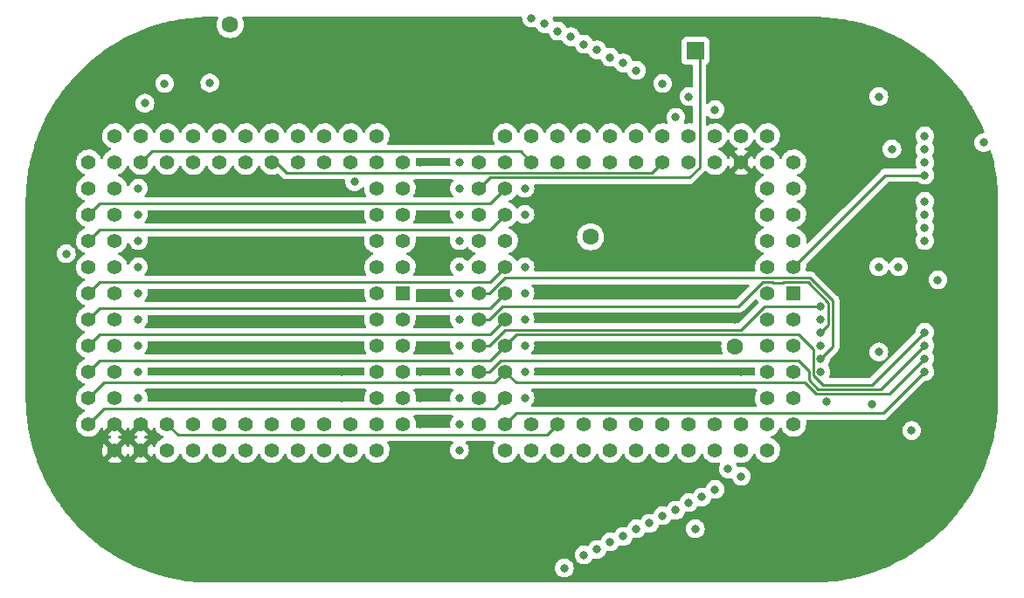
<source format=gbr>
G04 #@! TF.GenerationSoftware,KiCad,Pcbnew,5.99.0-1.20210607git4c293e0.fc34*
G04 #@! TF.CreationDate,2021-06-10T07:48:17+01:00*
G04 #@! TF.ProjectId,A500-2Meg,41353030-2d32-44d6-9567-2e6b69636164,rev?*
G04 #@! TF.SameCoordinates,Original*
G04 #@! TF.FileFunction,Copper,L2,Inr*
G04 #@! TF.FilePolarity,Positive*
%FSLAX46Y46*%
G04 Gerber Fmt 4.6, Leading zero omitted, Abs format (unit mm)*
G04 Created by KiCad (PCBNEW 5.99.0-1.20210607git4c293e0.fc34) date 2021-06-10 07:48:17*
%MOMM*%
%LPD*%
G01*
G04 APERTURE LIST*
G04 #@! TA.AperFunction,ComponentPad*
%ADD10R,1.422400X1.422400*%
G04 #@! TD*
G04 #@! TA.AperFunction,ComponentPad*
%ADD11C,1.422400*%
G04 #@! TD*
G04 #@! TA.AperFunction,ComponentPad*
%ADD12R,1.700000X1.700000*%
G04 #@! TD*
G04 #@! TA.AperFunction,ViaPad*
%ADD13C,0.800000*%
G04 #@! TD*
G04 #@! TA.AperFunction,ViaPad*
%ADD14C,1.600000*%
G04 #@! TD*
G04 #@! TA.AperFunction,Conductor*
%ADD15C,0.250000*%
G04 #@! TD*
G04 APERTURE END LIST*
D10*
G04 #@! TO.N,/DRD13*
G04 #@! TO.C,U1*
X127254000Y-52070000D03*
D11*
G04 #@! TO.N,/DRD12*
X124714000Y-52070000D03*
G04 #@! TO.N,/DRD11*
X127254000Y-49530000D03*
G04 #@! TO.N,/DRD10*
X124714000Y-49530000D03*
G04 #@! TO.N,/DRD9*
X127254000Y-46990000D03*
G04 #@! TO.N,/DRD8*
X124714000Y-46990000D03*
G04 #@! TO.N,/DRD7*
X127254000Y-44450000D03*
G04 #@! TO.N,/DRD6*
X124714000Y-44450000D03*
G04 #@! TO.N,/DRD5*
X127254000Y-41910000D03*
G04 #@! TO.N,/DRD4*
X124714000Y-41910000D03*
G04 #@! TO.N,/DRD3*
X127254000Y-39370000D03*
G04 #@! TO.N,/DRD2*
X124714000Y-36830000D03*
G04 #@! TO.N,/DRD1*
X124714000Y-39370000D03*
G04 #@! TO.N,/DRD0*
X122174000Y-36830000D03*
G04 #@! TO.N,VCC*
X122174000Y-39370000D03*
G04 #@! TO.N,/~RESET*
X119634000Y-36830000D03*
G04 #@! TO.N,/~INTR*
X119634000Y-39370000D03*
G04 #@! TO.N,/DMAL*
X117094000Y-36830000D03*
G04 #@! TO.N,/~BLISS*
X117094000Y-39370000D03*
G04 #@! TO.N,/~BLIT*
X114554000Y-36830000D03*
G04 #@! TO.N,/~WE*
X114554000Y-39370000D03*
G04 #@! TO.N,/RW*
X112014000Y-36830000D03*
G04 #@! TO.N,/~RGEN*
X112014000Y-39370000D03*
G04 #@! TO.N,/~AS*
X109474000Y-36830000D03*
G04 #@! TO.N,/~RAMEN*
X109474000Y-39370000D03*
G04 #@! TO.N,/RGA8*
X106934000Y-36830000D03*
G04 #@! TO.N,/RGA7*
X106934000Y-39370000D03*
G04 #@! TO.N,/RGA6*
X104394000Y-36830000D03*
G04 #@! TO.N,/RGA5*
X104394000Y-39370000D03*
G04 #@! TO.N,/RGA4*
X101854000Y-36830000D03*
G04 #@! TO.N,/RGA3*
X101854000Y-39370000D03*
G04 #@! TO.N,/RGA2*
X99314000Y-36830000D03*
G04 #@! TO.N,/RGA1*
X96774000Y-39370000D03*
G04 #@! TO.N,/28M*
X99314000Y-39370000D03*
G04 #@! TO.N,/XCLK{slash}A20*
X96774000Y-41910000D03*
G04 #@! TO.N,/~XCLKEN*
X99314000Y-41910000D03*
G04 #@! TO.N,/~CDAC*
X96774000Y-44450000D03*
G04 #@! TO.N,/7M*
X99314000Y-44450000D03*
G04 #@! TO.N,/CCKQ*
X96774000Y-46990000D03*
G04 #@! TO.N,/CCK*
X99314000Y-46990000D03*
G04 #@! TO.N,unconnected-(U1-Pad41)*
X96774000Y-49530000D03*
G04 #@! TO.N,GND*
X99314000Y-49530000D03*
G04 #@! TO.N,/DRA0*
X96774000Y-52070000D03*
G04 #@! TO.N,/DRA1*
X99314000Y-52070000D03*
G04 #@! TO.N,/DRA2*
X96774000Y-54610000D03*
G04 #@! TO.N,/DRA3*
X99314000Y-54610000D03*
G04 #@! TO.N,/DRA4*
X96774000Y-57150000D03*
G04 #@! TO.N,/DRA5*
X99314000Y-57150000D03*
G04 #@! TO.N,/DRA6*
X96774000Y-59690000D03*
G04 #@! TO.N,/DRA7*
X99314000Y-59690000D03*
G04 #@! TO.N,/DRA8*
X96774000Y-62230000D03*
G04 #@! TO.N,/~LDS*
X99314000Y-62230000D03*
G04 #@! TO.N,/~UDS*
X96774000Y-64770000D03*
G04 #@! TO.N,VCC*
X99314000Y-67310000D03*
X99314000Y-64770000D03*
X101854000Y-67310000D03*
X101854000Y-64770000D03*
G04 #@! TO.N,GND*
X104394000Y-67310000D03*
G04 #@! TO.N,/A19*
X104394000Y-64770000D03*
G04 #@! TO.N,/A1*
X106934000Y-67310000D03*
G04 #@! TO.N,/A2*
X106934000Y-64770000D03*
G04 #@! TO.N,/A3*
X109474000Y-67310000D03*
G04 #@! TO.N,/A4*
X109474000Y-64770000D03*
G04 #@! TO.N,/A5*
X112014000Y-67310000D03*
G04 #@! TO.N,/A6*
X112014000Y-64770000D03*
G04 #@! TO.N,/A7*
X114554000Y-67310000D03*
G04 #@! TO.N,/A8*
X114554000Y-64770000D03*
G04 #@! TO.N,/A9*
X117094000Y-67310000D03*
G04 #@! TO.N,/A10*
X117094000Y-64770000D03*
G04 #@! TO.N,/A11*
X119634000Y-67310000D03*
G04 #@! TO.N,/A12*
X119634000Y-64770000D03*
G04 #@! TO.N,/A13*
X122174000Y-67310000D03*
G04 #@! TO.N,/A14*
X122174000Y-64770000D03*
G04 #@! TO.N,/A15*
X124714000Y-67310000D03*
G04 #@! TO.N,/A16*
X127254000Y-64770000D03*
G04 #@! TO.N,/A17*
X124714000Y-64770000D03*
G04 #@! TO.N,/A18*
X127254000Y-62230000D03*
G04 #@! TO.N,/~LPEN*
X124714000Y-62230000D03*
G04 #@! TO.N,/~VSYNC*
X127254000Y-59690000D03*
G04 #@! TO.N,/~CSYNC*
X124714000Y-59690000D03*
G04 #@! TO.N,/~HSYNC*
X127254000Y-57150000D03*
G04 #@! TO.N,GND*
X124714000Y-57150000D03*
G04 #@! TO.N,/DRD15*
X127254000Y-54610000D03*
G04 #@! TO.N,/DRD14*
X124714000Y-54610000D03*
G04 #@! TD*
D12*
G04 #@! TO.N,Net-(J1-Pad1)*
G04 #@! TO.C,J1*
X155575000Y-28575000D03*
G04 #@! TD*
D10*
G04 #@! TO.N,/DRD13*
G04 #@! TO.C,U2*
X165100000Y-52070000D03*
D11*
G04 #@! TO.N,/DRD12*
X162560000Y-52070000D03*
G04 #@! TO.N,/DRD11*
X165100000Y-49530000D03*
G04 #@! TO.N,/DRD10*
X162560000Y-49530000D03*
G04 #@! TO.N,/DRD9*
X165100000Y-46990000D03*
G04 #@! TO.N,/DRD8*
X162560000Y-46990000D03*
G04 #@! TO.N,/DRD7*
X165100000Y-44450000D03*
G04 #@! TO.N,/DRD6*
X162560000Y-44450000D03*
G04 #@! TO.N,/DRD5*
X165100000Y-41910000D03*
G04 #@! TO.N,/DRD4*
X162560000Y-41910000D03*
G04 #@! TO.N,/DRD3*
X165100000Y-39370000D03*
G04 #@! TO.N,/DRD2*
X162560000Y-36830000D03*
G04 #@! TO.N,/DRD1*
X162560000Y-39370000D03*
G04 #@! TO.N,/DRD0*
X160020000Y-36830000D03*
G04 #@! TO.N,VCC*
X160020000Y-39370000D03*
G04 #@! TO.N,/~RESET*
X157480000Y-36830000D03*
G04 #@! TO.N,/~INTR*
X157480000Y-39370000D03*
G04 #@! TO.N,/DMAL*
X154940000Y-36830000D03*
G04 #@! TO.N,/~BLISS*
X154940000Y-39370000D03*
G04 #@! TO.N,/~BLIT*
X152400000Y-36830000D03*
G04 #@! TO.N,/~WE*
X152400000Y-39370000D03*
G04 #@! TO.N,/RW*
X149860000Y-36830000D03*
G04 #@! TO.N,/~RGEN*
X149860000Y-39370000D03*
G04 #@! TO.N,/~AS*
X147320000Y-36830000D03*
G04 #@! TO.N,/~RAMEN*
X147320000Y-39370000D03*
G04 #@! TO.N,/RGA8*
X144780000Y-36830000D03*
G04 #@! TO.N,/RGA7*
X144780000Y-39370000D03*
G04 #@! TO.N,/RGA6*
X142240000Y-36830000D03*
G04 #@! TO.N,/RGA5*
X142240000Y-39370000D03*
G04 #@! TO.N,/RGA4*
X139700000Y-36830000D03*
G04 #@! TO.N,/RGA3*
X139700000Y-39370000D03*
G04 #@! TO.N,/RGA2*
X137160000Y-36830000D03*
G04 #@! TO.N,/RGA1*
X134620000Y-39370000D03*
G04 #@! TO.N,/CLK*
X137160000Y-39370000D03*
G04 #@! TO.N,Net-(J1-Pad1)*
X134620000Y-41910000D03*
G04 #@! TO.N,/~CDAC*
X137160000Y-41910000D03*
G04 #@! TO.N,/7M*
X134620000Y-44450000D03*
G04 #@! TO.N,/CCKQ*
X137160000Y-44450000D03*
G04 #@! TO.N,/CCK*
X134620000Y-46990000D03*
G04 #@! TO.N,Net-(C2-Pad1)*
X137160000Y-46990000D03*
G04 #@! TO.N,GND*
X134620000Y-49530000D03*
G04 #@! TO.N,/DRA0*
X137160000Y-49530000D03*
G04 #@! TO.N,/DRA1*
X134620000Y-52070000D03*
G04 #@! TO.N,/DRA2*
X137160000Y-52070000D03*
G04 #@! TO.N,/DRA3*
X134620000Y-54610000D03*
G04 #@! TO.N,/DRA4*
X137160000Y-54610000D03*
G04 #@! TO.N,/DRA5*
X134620000Y-57150000D03*
G04 #@! TO.N,/DRA6*
X137160000Y-57150000D03*
G04 #@! TO.N,/DRA7*
X134620000Y-59690000D03*
G04 #@! TO.N,/DRA8*
X137160000Y-59690000D03*
G04 #@! TO.N,/~LDS*
X134620000Y-62230000D03*
G04 #@! TO.N,/~UDS*
X137160000Y-62230000D03*
G04 #@! TO.N,/~CASL*
X134620000Y-64770000D03*
G04 #@! TO.N,/~CASU*
X137160000Y-67310000D03*
G04 #@! TO.N,/DRA9*
X137160000Y-64770000D03*
G04 #@! TO.N,/~RAS1*
X139700000Y-67310000D03*
G04 #@! TO.N,/~RAS0*
X139700000Y-64770000D03*
G04 #@! TO.N,GND*
X142240000Y-67310000D03*
G04 #@! TO.N,/A19*
X142240000Y-64770000D03*
G04 #@! TO.N,/A1*
X144780000Y-67310000D03*
G04 #@! TO.N,/A2*
X144780000Y-64770000D03*
G04 #@! TO.N,/A3*
X147320000Y-67310000D03*
G04 #@! TO.N,/A4*
X147320000Y-64770000D03*
G04 #@! TO.N,/A5*
X149860000Y-67310000D03*
G04 #@! TO.N,/A6*
X149860000Y-64770000D03*
G04 #@! TO.N,/A7*
X152400000Y-67310000D03*
G04 #@! TO.N,/A8*
X152400000Y-64770000D03*
G04 #@! TO.N,/A9*
X154940000Y-67310000D03*
G04 #@! TO.N,/A10*
X154940000Y-64770000D03*
G04 #@! TO.N,/A11*
X157480000Y-67310000D03*
G04 #@! TO.N,/A12*
X157480000Y-64770000D03*
G04 #@! TO.N,/A13*
X160020000Y-67310000D03*
G04 #@! TO.N,/A14*
X160020000Y-64770000D03*
G04 #@! TO.N,/A15*
X162560000Y-67310000D03*
G04 #@! TO.N,/A16*
X165100000Y-64770000D03*
G04 #@! TO.N,/A17*
X162560000Y-64770000D03*
G04 #@! TO.N,/A18*
X165100000Y-62230000D03*
G04 #@! TO.N,/~LPEN*
X162560000Y-62230000D03*
G04 #@! TO.N,/~VSYNC*
X165100000Y-59690000D03*
G04 #@! TO.N,/~CSYNC*
X162560000Y-59690000D03*
G04 #@! TO.N,/~HSYNC*
X165100000Y-57150000D03*
G04 #@! TO.N,GND*
X162560000Y-57150000D03*
G04 #@! TO.N,/DRD15*
X165100000Y-54610000D03*
G04 #@! TO.N,/DRD14*
X162560000Y-54610000D03*
G04 #@! TD*
D13*
G04 #@! TO.N,VCC*
X160020000Y-46990000D03*
X128905000Y-46990000D03*
X160020000Y-44450000D03*
X128905000Y-52070000D03*
X159385000Y-52070000D03*
X128905000Y-39370000D03*
X128905000Y-54610000D03*
X128905000Y-57150000D03*
X161290000Y-34290000D03*
X160020000Y-62230000D03*
X128905000Y-59690000D03*
X133985000Y-36830000D03*
X121285000Y-46990000D03*
X156845000Y-57150000D03*
X121285000Y-41910000D03*
X160020000Y-41910000D03*
X128905000Y-64770000D03*
X121285000Y-44450000D03*
X159385000Y-54610000D03*
X128905000Y-44450000D03*
X128905000Y-49530000D03*
X121285000Y-49530000D03*
X153035000Y-77470000D03*
X160020000Y-49530000D03*
X121285000Y-54610000D03*
X121285000Y-52070000D03*
X160020000Y-59690000D03*
X128905000Y-62230000D03*
X121285000Y-59690000D03*
X121285000Y-62230000D03*
X128905000Y-67310000D03*
X128905000Y-41910000D03*
X121285000Y-57150000D03*
G04 #@! TO.N,GND*
X173355000Y-33020000D03*
X101600000Y-59690000D03*
X139065000Y-54610000D03*
X101600000Y-41910000D03*
X101600000Y-49530000D03*
X101600000Y-46990000D03*
X132715000Y-64770000D03*
X101600000Y-44450000D03*
X175260000Y-49530000D03*
X104140000Y-31750000D03*
X132715000Y-54610000D03*
X132715000Y-67310000D03*
X139065000Y-59690000D03*
X132715000Y-59690000D03*
X101600000Y-54610000D03*
X139065000Y-44450000D03*
D14*
X110490000Y-26035000D03*
D13*
X94615000Y-48260000D03*
D14*
X159385000Y-57238789D03*
D13*
X139065000Y-41910000D03*
X132715000Y-62230000D03*
X132715000Y-41910000D03*
X139065000Y-52070000D03*
X101600000Y-52070000D03*
X139065000Y-49530000D03*
X132715000Y-49530000D03*
X101600000Y-62230000D03*
X139065000Y-57150000D03*
X176530000Y-65405000D03*
X168275000Y-62583540D03*
X132715000Y-57150000D03*
X122555000Y-41275000D03*
D14*
X145415000Y-46610211D03*
D13*
X173355000Y-57785000D03*
X101600000Y-57150000D03*
X174625000Y-38100000D03*
X132715000Y-39370000D03*
X132715000Y-44450000D03*
X172720000Y-62865000D03*
X132715000Y-46990000D03*
X108517200Y-31682200D03*
X139065000Y-62230000D03*
X183515000Y-37465000D03*
X132715000Y-52070000D03*
X155575000Y-74930000D03*
G04 #@! TO.N,/28M*
X102235000Y-33655000D03*
G04 #@! TO.N,/DRD12*
X177800000Y-43180000D03*
G04 #@! TO.N,/DRD10*
X177800000Y-39370000D03*
G04 #@! TO.N,/DRD8*
X177800000Y-36830000D03*
G04 #@! TO.N,/DRD14*
X177800000Y-45720000D03*
G04 #@! TO.N,/DRD13*
X177800000Y-44450000D03*
G04 #@! TO.N,/DRD11*
X177800000Y-40640000D03*
G04 #@! TO.N,/DRD9*
X177800000Y-38100000D03*
G04 #@! TO.N,/DRD15*
X177800000Y-46990000D03*
G04 #@! TO.N,/~BLISS*
X153670000Y-35014500D03*
G04 #@! TO.N,/~WE*
X179070000Y-50800000D03*
G04 #@! TO.N,/~RGEN*
X148590000Y-29755500D03*
G04 #@! TO.N,/~RAMEN*
X146050000Y-28485500D03*
G04 #@! TO.N,/RGA7*
X143510000Y-27215500D03*
G04 #@! TO.N,/RGA5*
X140970000Y-25945500D03*
G04 #@! TO.N,/~RESET*
X157480000Y-34290000D03*
G04 #@! TO.N,/DMAL*
X154940000Y-33020000D03*
G04 #@! TO.N,/~BLIT*
X152400000Y-31750000D03*
G04 #@! TO.N,/RW*
X149860000Y-30480000D03*
G04 #@! TO.N,/~AS*
X147320000Y-29210000D03*
G04 #@! TO.N,/RGA8*
X144780000Y-27940000D03*
G04 #@! TO.N,/RGA6*
X142240000Y-26670000D03*
G04 #@! TO.N,/RGA4*
X139700000Y-25400000D03*
G04 #@! TO.N,/DRA1*
X167729500Y-58420000D03*
G04 #@! TO.N,/DRA3*
X167729500Y-55880000D03*
G04 #@! TO.N,/DRA5*
X167729500Y-53340000D03*
G04 #@! TO.N,/DRA7*
X177800000Y-57150000D03*
G04 #@! TO.N,/DRA0*
X167729500Y-59690000D03*
G04 #@! TO.N,/DRA2*
X167729500Y-57150000D03*
G04 #@! TO.N,/DRA4*
X167729500Y-54610000D03*
G04 #@! TO.N,/DRA6*
X177800000Y-55880000D03*
G04 #@! TO.N,/DRA8*
X177800000Y-58420000D03*
G04 #@! TO.N,/A2*
X142875000Y-78740000D03*
G04 #@! TO.N,/A4*
X146050000Y-76924500D03*
G04 #@! TO.N,/A6*
X148590000Y-75654500D03*
G04 #@! TO.N,/A8*
X151130000Y-74384500D03*
G04 #@! TO.N,/A10*
X153670000Y-73114500D03*
G04 #@! TO.N,/A12*
X156210000Y-71844500D03*
G04 #@! TO.N,/A14*
X158750000Y-69125500D03*
G04 #@! TO.N,/A1*
X144780000Y-77470000D03*
G04 #@! TO.N,/A3*
X147320000Y-76200000D03*
G04 #@! TO.N,/A5*
X149860000Y-74930000D03*
G04 #@! TO.N,/A7*
X152400000Y-73660000D03*
G04 #@! TO.N,/A9*
X154940000Y-72390000D03*
G04 #@! TO.N,/A11*
X157480000Y-71120000D03*
G04 #@! TO.N,/A13*
X160020000Y-69850000D03*
G04 #@! TO.N,/DRA9*
X177800000Y-59690000D03*
G04 #@! TO.N,/~CASU*
X173355000Y-49530000D03*
G04 #@! TD*
D15*
G04 #@! TO.N,Net-(J1-Pad1)*
X154968564Y-40874289D02*
X155975711Y-39867142D01*
X155975711Y-28975711D02*
X155575000Y-28575000D01*
X135655711Y-40874289D02*
X154968564Y-40874289D01*
X134620000Y-41910000D02*
X135655711Y-40874289D01*
X155975711Y-39867142D02*
X155975711Y-28975711D01*
G04 #@! TO.N,/DRD11*
X173990000Y-40640000D02*
X177800000Y-40640000D01*
X165100000Y-49530000D02*
X173990000Y-40640000D01*
G04 #@! TO.N,/~WE*
X152400000Y-39370000D02*
X151364289Y-40405711D01*
X151364289Y-40405711D02*
X115970711Y-40405711D01*
X115970711Y-40405711D02*
X114935000Y-39370000D01*
X114935000Y-39370000D02*
X114554000Y-39370000D01*
G04 #@! TO.N,/RGA3*
X102889711Y-38334289D02*
X101854000Y-39370000D01*
X138664289Y-38334289D02*
X102889711Y-38334289D01*
X139700000Y-39370000D02*
X138664289Y-38334289D01*
G04 #@! TO.N,/DRA1*
X166682263Y-50584769D02*
X168903531Y-52806037D01*
X134620000Y-52070000D02*
X135627147Y-52070000D01*
X168903531Y-57245969D02*
X167729500Y-58420000D01*
X135627147Y-52070000D02*
X137112378Y-50584769D01*
X168903531Y-52806037D02*
X168903531Y-57245969D01*
X137112378Y-50584769D02*
X166682263Y-50584769D01*
G04 #@! TO.N,/DRA3*
X135627147Y-54610000D02*
X136897147Y-53340000D01*
X168454011Y-52992234D02*
X168454011Y-55155489D01*
X163122044Y-51099191D02*
X164064289Y-51099191D01*
X134620000Y-54610000D02*
X135627147Y-54610000D01*
X168454011Y-55155489D02*
X167729500Y-55880000D01*
X162062858Y-51034289D02*
X163057142Y-51034289D01*
X159757147Y-53340000D02*
X162062858Y-51034289D01*
X164064289Y-51099191D02*
X164129191Y-51034289D01*
X136897147Y-53340000D02*
X159757147Y-53340000D01*
X164129191Y-51034289D02*
X166496066Y-51034289D01*
X166496066Y-51034289D02*
X168454011Y-52992234D01*
X163057142Y-51034289D02*
X163122044Y-51099191D01*
G04 #@! TO.N,/DRA5*
X134620000Y-57150000D02*
X135627147Y-57150000D01*
X135627147Y-57150000D02*
X137131436Y-55645711D01*
X137131436Y-55645711D02*
X159991436Y-55645711D01*
X159991436Y-55645711D02*
X162297147Y-53340000D01*
X162297147Y-53340000D02*
X167729500Y-53340000D01*
G04 #@! TO.N,/DRA7*
X166555469Y-60510469D02*
X167454520Y-61409520D01*
X173540480Y-61409520D02*
X177800000Y-57150000D01*
X166555469Y-59612616D02*
X166555469Y-60510469D01*
X136662858Y-58654289D02*
X165597142Y-58654289D01*
X165597142Y-58654289D02*
X166555469Y-59612616D01*
X167454520Y-61409520D02*
X173540480Y-61409520D01*
X135627147Y-59690000D02*
X136662858Y-58654289D01*
X134620000Y-59690000D02*
X135627147Y-59690000D01*
G04 #@! TO.N,/~CDAC*
X137160000Y-41910000D02*
X135655711Y-43414289D01*
X97809711Y-43414289D02*
X96774000Y-44450000D01*
X135655711Y-43414289D02*
X97809711Y-43414289D01*
G04 #@! TO.N,/CCKQ*
X135655711Y-45954289D02*
X97809711Y-45954289D01*
X97809711Y-45954289D02*
X96774000Y-46990000D01*
X137160000Y-44450000D02*
X135655711Y-45954289D01*
G04 #@! TO.N,/DRA0*
X137160000Y-49530000D02*
X135655711Y-51034289D01*
X97809711Y-51034289D02*
X96774000Y-52070000D01*
X135655711Y-51034289D02*
X97809711Y-51034289D01*
G04 #@! TO.N,/DRA2*
X135655711Y-53574289D02*
X97809711Y-53574289D01*
X137160000Y-52070000D02*
X135655711Y-53574289D01*
X97809711Y-53574289D02*
X96774000Y-54610000D01*
G04 #@! TO.N,/DRA4*
X97809711Y-56114289D02*
X96774000Y-57150000D01*
X135655711Y-56114289D02*
X97809711Y-56114289D01*
X137160000Y-54610000D02*
X135655711Y-56114289D01*
G04 #@! TO.N,/DRA6*
X135655711Y-58654289D02*
X97809711Y-58654289D01*
X165597142Y-56114289D02*
X167004989Y-57522136D01*
X137160000Y-57150000D02*
X138195711Y-56114289D01*
X167004989Y-57522136D02*
X167004989Y-60037766D01*
X138195711Y-56114289D02*
X165597142Y-56114289D01*
X172720000Y-60960000D02*
X177800000Y-55880000D01*
X137160000Y-57150000D02*
X135655711Y-58654289D01*
X167004989Y-60037766D02*
X167927223Y-60960000D01*
X97809711Y-58654289D02*
X96774000Y-59690000D01*
X167927223Y-60960000D02*
X172720000Y-60960000D01*
G04 #@! TO.N,/DRA8*
X137160000Y-59690000D02*
X136124289Y-60725711D01*
X166134993Y-60725711D02*
X167268323Y-61859040D01*
X174360960Y-61859040D02*
X177800000Y-58420000D01*
X136124289Y-60725711D02*
X98278289Y-60725711D01*
X138195711Y-60725711D02*
X166134993Y-60725711D01*
X98278289Y-60725711D02*
X96774000Y-62230000D01*
X167268323Y-61859040D02*
X174360960Y-61859040D01*
X137160000Y-59690000D02*
X138195711Y-60725711D01*
G04 #@! TO.N,/~UDS*
X137160000Y-62230000D02*
X136124289Y-63265711D01*
X98278289Y-63265711D02*
X96774000Y-64770000D01*
X136124289Y-63265711D02*
X98278289Y-63265711D01*
G04 #@! TO.N,/A19*
X104394000Y-64770000D02*
X105429711Y-65805711D01*
X105429711Y-65805711D02*
X141204289Y-65805711D01*
X141204289Y-65805711D02*
X142240000Y-64770000D01*
G04 #@! TO.N,/DRA9*
X137160000Y-64770000D02*
X138195711Y-63734289D01*
X173755711Y-63734289D02*
X177800000Y-59690000D01*
X138195711Y-63734289D02*
X173755711Y-63734289D01*
G04 #@! TD*
G04 #@! TA.AperFunction,Conductor*
G04 #@! TO.N,VCC*
G36*
X109271895Y-25293002D02*
G01*
X109318388Y-25346658D01*
X109328492Y-25416932D01*
X109317969Y-25452250D01*
X109258291Y-25580231D01*
X109255714Y-25585757D01*
X109254292Y-25591065D01*
X109254291Y-25591067D01*
X109205929Y-25771554D01*
X109196455Y-25806913D01*
X109176500Y-26035000D01*
X109196455Y-26263087D01*
X109197879Y-26268400D01*
X109197879Y-26268402D01*
X109242092Y-26433404D01*
X109255714Y-26484243D01*
X109258036Y-26489224D01*
X109258037Y-26489225D01*
X109350150Y-26686763D01*
X109350153Y-26686768D01*
X109352476Y-26691750D01*
X109355632Y-26696257D01*
X109355633Y-26696259D01*
X109470235Y-26859927D01*
X109483801Y-26879302D01*
X109645698Y-27041199D01*
X109650206Y-27044356D01*
X109650209Y-27044358D01*
X109799491Y-27148886D01*
X109833250Y-27172524D01*
X109838232Y-27174847D01*
X109838237Y-27174850D01*
X110010903Y-27255365D01*
X110040757Y-27269286D01*
X110046065Y-27270708D01*
X110046067Y-27270709D01*
X110256598Y-27327121D01*
X110256600Y-27327121D01*
X110261913Y-27328545D01*
X110490000Y-27348500D01*
X110718087Y-27328545D01*
X110723400Y-27327121D01*
X110723402Y-27327121D01*
X110933933Y-27270709D01*
X110933935Y-27270708D01*
X110939243Y-27269286D01*
X110969097Y-27255365D01*
X111141763Y-27174850D01*
X111141768Y-27174847D01*
X111146750Y-27172524D01*
X111180509Y-27148886D01*
X111329791Y-27044358D01*
X111329794Y-27044356D01*
X111334302Y-27041199D01*
X111496199Y-26879302D01*
X111509766Y-26859927D01*
X111624367Y-26696259D01*
X111624368Y-26696257D01*
X111627524Y-26691750D01*
X111629847Y-26686768D01*
X111629850Y-26686763D01*
X111721963Y-26489225D01*
X111721964Y-26489224D01*
X111724286Y-26484243D01*
X111737909Y-26433404D01*
X111782121Y-26268402D01*
X111782121Y-26268400D01*
X111783545Y-26263087D01*
X111803500Y-26035000D01*
X111783545Y-25806913D01*
X111774071Y-25771554D01*
X111725709Y-25591067D01*
X111725708Y-25591065D01*
X111724286Y-25585757D01*
X111721709Y-25580231D01*
X111662031Y-25452250D01*
X111651370Y-25382058D01*
X111680350Y-25317245D01*
X111739770Y-25278389D01*
X111776226Y-25273000D01*
X138661190Y-25273000D01*
X138729311Y-25293002D01*
X138775804Y-25346658D01*
X138786796Y-25397187D01*
X138786500Y-25400000D01*
X138787190Y-25406565D01*
X138799908Y-25527565D01*
X138806462Y-25589927D01*
X138808502Y-25596205D01*
X138808502Y-25596206D01*
X138829613Y-25661178D01*
X138865476Y-25771554D01*
X138868779Y-25777276D01*
X138868780Y-25777277D01*
X138902689Y-25836008D01*
X138960963Y-25936942D01*
X139088749Y-26078863D01*
X139094091Y-26082744D01*
X139094093Y-26082746D01*
X139237908Y-26187233D01*
X139243250Y-26191114D01*
X139249278Y-26193798D01*
X139249280Y-26193799D01*
X139405591Y-26263393D01*
X139417713Y-26268790D01*
X139511113Y-26288643D01*
X139598056Y-26307124D01*
X139598061Y-26307124D01*
X139604513Y-26308496D01*
X139795487Y-26308496D01*
X139801939Y-26307124D01*
X139801944Y-26307124D01*
X139939438Y-26277898D01*
X139982287Y-26268790D01*
X139988322Y-26266103D01*
X139990421Y-26265421D01*
X140061389Y-26263393D01*
X140122187Y-26300055D01*
X140138478Y-26322254D01*
X140230963Y-26482442D01*
X140358749Y-26624363D01*
X140364091Y-26628244D01*
X140364093Y-26628246D01*
X140457706Y-26696259D01*
X140513250Y-26736614D01*
X140519278Y-26739298D01*
X140519280Y-26739299D01*
X140681682Y-26811605D01*
X140687713Y-26814290D01*
X140781113Y-26834143D01*
X140868056Y-26852624D01*
X140868061Y-26852624D01*
X140874513Y-26853996D01*
X141065487Y-26853996D01*
X141071939Y-26852624D01*
X141071944Y-26852624D01*
X141215536Y-26822102D01*
X141286327Y-26827504D01*
X141342959Y-26870321D01*
X141361566Y-26906413D01*
X141405476Y-27041554D01*
X141500963Y-27206942D01*
X141505381Y-27211849D01*
X141505382Y-27211850D01*
X141613611Y-27332051D01*
X141628749Y-27348863D01*
X141634091Y-27352744D01*
X141634093Y-27352746D01*
X141777908Y-27457233D01*
X141783250Y-27461114D01*
X141789278Y-27463798D01*
X141789280Y-27463799D01*
X141879809Y-27504105D01*
X141957713Y-27538790D01*
X142051113Y-27558643D01*
X142138056Y-27577124D01*
X142138061Y-27577124D01*
X142144513Y-27578496D01*
X142335487Y-27578496D01*
X142341939Y-27577124D01*
X142341944Y-27577124D01*
X142479438Y-27547898D01*
X142522287Y-27538790D01*
X142528322Y-27536103D01*
X142530421Y-27535421D01*
X142601389Y-27533393D01*
X142662187Y-27570055D01*
X142678478Y-27592254D01*
X142770963Y-27752442D01*
X142775381Y-27757349D01*
X142775382Y-27757350D01*
X142809202Y-27794911D01*
X142898749Y-27894363D01*
X142904091Y-27898244D01*
X142904093Y-27898246D01*
X143047908Y-28002733D01*
X143053250Y-28006614D01*
X143059278Y-28009298D01*
X143059280Y-28009299D01*
X143221682Y-28081605D01*
X143227713Y-28084290D01*
X143321113Y-28104143D01*
X143408056Y-28122624D01*
X143408061Y-28122624D01*
X143414513Y-28123996D01*
X143605487Y-28123996D01*
X143611939Y-28122624D01*
X143611944Y-28122624D01*
X143755536Y-28092102D01*
X143826327Y-28097504D01*
X143882959Y-28140321D01*
X143901566Y-28176413D01*
X143945476Y-28311554D01*
X144040963Y-28476942D01*
X144045381Y-28481849D01*
X144045382Y-28481850D01*
X144144321Y-28591733D01*
X144168749Y-28618863D01*
X144174091Y-28622744D01*
X144174093Y-28622746D01*
X144287526Y-28705159D01*
X144323250Y-28731114D01*
X144329278Y-28733798D01*
X144329280Y-28733799D01*
X144485591Y-28803393D01*
X144497713Y-28808790D01*
X144591113Y-28828643D01*
X144678056Y-28847124D01*
X144678061Y-28847124D01*
X144684513Y-28848496D01*
X144875487Y-28848496D01*
X144881939Y-28847124D01*
X144881944Y-28847124D01*
X145019438Y-28817898D01*
X145062287Y-28808790D01*
X145068322Y-28806103D01*
X145070421Y-28805421D01*
X145141389Y-28803393D01*
X145202187Y-28840055D01*
X145218478Y-28862254D01*
X145310963Y-29022442D01*
X145315381Y-29027349D01*
X145315382Y-29027350D01*
X145434327Y-29159452D01*
X145438749Y-29164363D01*
X145444091Y-29168244D01*
X145444093Y-29168246D01*
X145587908Y-29272733D01*
X145593250Y-29276614D01*
X145599278Y-29279298D01*
X145599280Y-29279299D01*
X145761682Y-29351605D01*
X145767713Y-29354290D01*
X145861113Y-29374143D01*
X145948056Y-29392624D01*
X145948061Y-29392624D01*
X145954513Y-29393996D01*
X146145487Y-29393996D01*
X146151939Y-29392624D01*
X146151944Y-29392624D01*
X146295536Y-29362102D01*
X146366327Y-29367504D01*
X146422959Y-29410321D01*
X146441566Y-29446413D01*
X146449911Y-29472096D01*
X146485476Y-29581554D01*
X146580963Y-29746942D01*
X146708749Y-29888863D01*
X146714091Y-29892744D01*
X146714093Y-29892746D01*
X146804599Y-29958502D01*
X146863250Y-30001114D01*
X146869278Y-30003798D01*
X146869280Y-30003799D01*
X147005617Y-30064500D01*
X147037713Y-30078790D01*
X147131113Y-30098643D01*
X147218056Y-30117124D01*
X147218061Y-30117124D01*
X147224513Y-30118496D01*
X147415487Y-30118496D01*
X147421939Y-30117124D01*
X147421944Y-30117124D01*
X147584038Y-30082669D01*
X147602287Y-30078790D01*
X147608322Y-30076103D01*
X147610421Y-30075421D01*
X147681389Y-30073393D01*
X147742187Y-30110055D01*
X147758478Y-30132254D01*
X147850963Y-30292442D01*
X147978749Y-30434363D01*
X147984091Y-30438244D01*
X147984093Y-30438246D01*
X148032527Y-30473435D01*
X148133250Y-30546614D01*
X148139278Y-30549298D01*
X148139280Y-30549299D01*
X148301682Y-30621605D01*
X148307713Y-30624290D01*
X148401113Y-30644143D01*
X148488056Y-30662624D01*
X148488061Y-30662624D01*
X148494513Y-30663996D01*
X148685487Y-30663996D01*
X148691939Y-30662624D01*
X148691944Y-30662624D01*
X148835536Y-30632102D01*
X148906327Y-30637504D01*
X148962959Y-30680321D01*
X148981566Y-30716413D01*
X149002846Y-30781906D01*
X149025476Y-30851554D01*
X149028779Y-30857276D01*
X149028780Y-30857277D01*
X149062689Y-30916008D01*
X149120963Y-31016942D01*
X149125381Y-31021849D01*
X149125382Y-31021850D01*
X149244327Y-31153952D01*
X149248749Y-31158863D01*
X149254091Y-31162744D01*
X149254093Y-31162746D01*
X149397908Y-31267233D01*
X149403250Y-31271114D01*
X149409278Y-31273798D01*
X149409280Y-31273799D01*
X149571682Y-31346105D01*
X149577713Y-31348790D01*
X149671113Y-31368643D01*
X149758056Y-31387124D01*
X149758061Y-31387124D01*
X149764513Y-31388496D01*
X149955487Y-31388496D01*
X149961939Y-31387124D01*
X149961944Y-31387124D01*
X150048887Y-31368643D01*
X150142287Y-31348790D01*
X150148318Y-31346105D01*
X150310720Y-31273799D01*
X150310722Y-31273798D01*
X150316750Y-31271114D01*
X150322092Y-31267233D01*
X150465907Y-31162746D01*
X150465909Y-31162744D01*
X150471251Y-31158863D01*
X150475673Y-31153952D01*
X150594618Y-31021850D01*
X150594619Y-31021849D01*
X150599037Y-31016942D01*
X150657311Y-30916008D01*
X150691220Y-30857277D01*
X150691221Y-30857276D01*
X150694524Y-30851554D01*
X150753538Y-30669927D01*
X150773500Y-30480000D01*
X150753538Y-30290073D01*
X150694524Y-30108446D01*
X150599037Y-29943058D01*
X150536501Y-29873604D01*
X150475673Y-29806048D01*
X150475672Y-29806047D01*
X150471251Y-29801137D01*
X150465909Y-29797256D01*
X150465907Y-29797254D01*
X150322092Y-29692767D01*
X150322091Y-29692766D01*
X150316750Y-29688886D01*
X150310722Y-29686202D01*
X150310720Y-29686201D01*
X150148318Y-29613895D01*
X150148317Y-29613895D01*
X150142287Y-29611210D01*
X150048887Y-29591357D01*
X149961944Y-29572876D01*
X149961939Y-29572876D01*
X149955487Y-29571504D01*
X149764513Y-29571504D01*
X149758061Y-29572876D01*
X149758056Y-29572876D01*
X149614464Y-29603398D01*
X149543673Y-29597996D01*
X149487041Y-29555179D01*
X149468434Y-29519087D01*
X149433094Y-29410321D01*
X149424524Y-29383946D01*
X149329037Y-29218558D01*
X149318727Y-29207107D01*
X149205673Y-29081548D01*
X149205672Y-29081547D01*
X149201251Y-29076637D01*
X149195909Y-29072756D01*
X149195907Y-29072754D01*
X149052092Y-28968267D01*
X149052091Y-28968266D01*
X149046750Y-28964386D01*
X149040722Y-28961702D01*
X149040720Y-28961701D01*
X148878318Y-28889395D01*
X148878317Y-28889395D01*
X148872287Y-28886710D01*
X148757232Y-28862254D01*
X148691944Y-28848376D01*
X148691939Y-28848376D01*
X148685487Y-28847004D01*
X148494513Y-28847004D01*
X148488061Y-28848376D01*
X148488056Y-28848376D01*
X148361463Y-28875285D01*
X148307713Y-28886710D01*
X148301678Y-28889397D01*
X148299579Y-28890079D01*
X148228611Y-28892107D01*
X148167813Y-28855445D01*
X148151522Y-28833246D01*
X148090315Y-28727233D01*
X148059037Y-28673058D01*
X147984306Y-28590060D01*
X147935673Y-28536048D01*
X147935672Y-28536047D01*
X147931251Y-28531137D01*
X147925909Y-28527256D01*
X147925907Y-28527254D01*
X147782092Y-28422767D01*
X147782091Y-28422766D01*
X147776750Y-28418886D01*
X147770722Y-28416202D01*
X147770720Y-28416201D01*
X147608318Y-28343895D01*
X147608317Y-28343895D01*
X147602287Y-28341210D01*
X147502583Y-28320017D01*
X147421944Y-28302876D01*
X147421939Y-28302876D01*
X147415487Y-28301504D01*
X147224513Y-28301504D01*
X147218061Y-28302876D01*
X147218056Y-28302876D01*
X147074464Y-28333398D01*
X147003673Y-28327996D01*
X146947041Y-28285179D01*
X146928434Y-28249087D01*
X146893094Y-28140321D01*
X146884524Y-28113946D01*
X146789037Y-27948558D01*
X146687826Y-27836151D01*
X146665673Y-27811548D01*
X146665672Y-27811547D01*
X146661251Y-27806637D01*
X146655909Y-27802756D01*
X146655907Y-27802754D01*
X146512092Y-27698267D01*
X146512091Y-27698266D01*
X146506750Y-27694386D01*
X146500722Y-27691702D01*
X146500720Y-27691701D01*
X146338318Y-27619395D01*
X146338317Y-27619395D01*
X146332287Y-27616710D01*
X146217232Y-27592254D01*
X146151944Y-27578376D01*
X146151939Y-27578376D01*
X146145487Y-27577004D01*
X145954513Y-27577004D01*
X145948061Y-27578376D01*
X145948056Y-27578376D01*
X145810562Y-27607602D01*
X145767713Y-27616710D01*
X145761678Y-27619397D01*
X145759579Y-27620079D01*
X145688611Y-27622107D01*
X145627813Y-27585445D01*
X145611522Y-27563246D01*
X145522338Y-27408776D01*
X145519037Y-27403058D01*
X145505971Y-27388546D01*
X145395673Y-27266048D01*
X145395672Y-27266047D01*
X145391251Y-27261137D01*
X145385909Y-27257256D01*
X145385907Y-27257254D01*
X145242092Y-27152767D01*
X145242091Y-27152766D01*
X145236750Y-27148886D01*
X145230722Y-27146202D01*
X145230720Y-27146201D01*
X145068318Y-27073895D01*
X145068317Y-27073895D01*
X145062287Y-27071210D01*
X144968887Y-27051357D01*
X144881944Y-27032876D01*
X144881939Y-27032876D01*
X144875487Y-27031504D01*
X144684513Y-27031504D01*
X144678061Y-27032876D01*
X144678056Y-27032876D01*
X144534464Y-27063398D01*
X144463673Y-27057996D01*
X144407041Y-27015179D01*
X144388434Y-26979087D01*
X144353047Y-26870176D01*
X144344524Y-26843946D01*
X144249037Y-26678558D01*
X144181421Y-26603462D01*
X144125673Y-26541548D01*
X144125672Y-26541547D01*
X144121251Y-26536637D01*
X144115909Y-26532756D01*
X144115907Y-26532754D01*
X143972092Y-26428267D01*
X143972091Y-26428266D01*
X143966750Y-26424386D01*
X143960722Y-26421702D01*
X143960720Y-26421701D01*
X143798318Y-26349395D01*
X143798317Y-26349395D01*
X143792287Y-26346710D01*
X143677232Y-26322254D01*
X143611944Y-26308376D01*
X143611939Y-26308376D01*
X143605487Y-26307004D01*
X143414513Y-26307004D01*
X143408061Y-26308376D01*
X143408056Y-26308376D01*
X143270562Y-26337602D01*
X143227713Y-26346710D01*
X143221678Y-26349397D01*
X143219579Y-26350079D01*
X143148611Y-26352107D01*
X143087813Y-26315445D01*
X143071522Y-26293246D01*
X142982338Y-26138776D01*
X142979037Y-26133058D01*
X142923444Y-26071315D01*
X142855673Y-25996048D01*
X142855672Y-25996047D01*
X142851251Y-25991137D01*
X142845909Y-25987256D01*
X142845907Y-25987254D01*
X142702092Y-25882767D01*
X142702091Y-25882766D01*
X142696750Y-25878886D01*
X142690722Y-25876202D01*
X142690720Y-25876201D01*
X142528318Y-25803895D01*
X142528317Y-25803895D01*
X142522287Y-25801210D01*
X142428887Y-25781357D01*
X142341944Y-25762876D01*
X142341939Y-25762876D01*
X142335487Y-25761504D01*
X142144513Y-25761504D01*
X142138061Y-25762876D01*
X142138056Y-25762876D01*
X141994464Y-25793398D01*
X141923673Y-25787996D01*
X141867041Y-25745179D01*
X141848434Y-25709087D01*
X141810087Y-25591067D01*
X141804524Y-25573946D01*
X141767141Y-25509197D01*
X141739892Y-25462000D01*
X141723154Y-25393005D01*
X141746374Y-25325913D01*
X141802182Y-25282026D01*
X141849011Y-25273000D01*
X166924226Y-25273000D01*
X166944316Y-25274612D01*
X166963900Y-25277775D01*
X166968760Y-25277803D01*
X166968765Y-25277803D01*
X167283525Y-25279589D01*
X167285720Y-25279621D01*
X167515461Y-25284929D01*
X167518370Y-25285029D01*
X168144875Y-25313994D01*
X168147781Y-25314162D01*
X168341443Y-25327604D01*
X168344344Y-25327839D01*
X168968872Y-25385710D01*
X168971694Y-25386005D01*
X169164554Y-25408379D01*
X169167291Y-25408729D01*
X169736275Y-25488099D01*
X169788521Y-25495387D01*
X169791400Y-25495823D01*
X169982965Y-25527072D01*
X169985738Y-25527557D01*
X170597863Y-25641983D01*
X170602287Y-25642810D01*
X170605141Y-25643378D01*
X170795058Y-25683441D01*
X170797899Y-25684075D01*
X171239748Y-25787996D01*
X171408381Y-25827658D01*
X171411166Y-25828347D01*
X171599087Y-25877153D01*
X171601812Y-25877894D01*
X172205077Y-26049538D01*
X172207814Y-26050351D01*
X172275514Y-26071315D01*
X172393257Y-26107777D01*
X172396027Y-26108670D01*
X172714184Y-26215305D01*
X172990655Y-26307969D01*
X172993388Y-26308920D01*
X173175997Y-26374854D01*
X173178709Y-26375869D01*
X173439046Y-26476724D01*
X173763447Y-26602398D01*
X173766148Y-26603480D01*
X173945492Y-26677767D01*
X173948168Y-26678912D01*
X174521870Y-26932226D01*
X174524518Y-26933432D01*
X174700233Y-27015918D01*
X174702837Y-27017178D01*
X174784811Y-27057996D01*
X175264261Y-27296735D01*
X175266851Y-27298062D01*
X175391882Y-27363966D01*
X175438513Y-27388546D01*
X175440963Y-27389873D01*
X175989005Y-27695129D01*
X175991407Y-27696504D01*
X176032329Y-27720552D01*
X176158861Y-27794911D01*
X176161353Y-27796415D01*
X176694509Y-28126532D01*
X176696965Y-28128092D01*
X176859600Y-28234064D01*
X176862020Y-28235681D01*
X176934278Y-28285179D01*
X177379351Y-28590060D01*
X177379390Y-28590087D01*
X177381734Y-28591733D01*
X177539378Y-28705159D01*
X177541676Y-28706853D01*
X177729082Y-28848376D01*
X178042146Y-29084792D01*
X178044448Y-29086572D01*
X178115405Y-29142776D01*
X178196622Y-29207107D01*
X178198817Y-29208888D01*
X178428878Y-29399927D01*
X178681334Y-29609564D01*
X178683551Y-29611449D01*
X178829972Y-29738863D01*
X178832146Y-29740799D01*
X179295601Y-30163294D01*
X179297729Y-30165279D01*
X179438105Y-30299315D01*
X179440186Y-30301349D01*
X179883657Y-30744819D01*
X179885685Y-30746895D01*
X180019717Y-30887266D01*
X180021657Y-30889346D01*
X180270894Y-31162746D01*
X180444212Y-31352867D01*
X180446148Y-31355040D01*
X180573552Y-31501449D01*
X180575392Y-31503614D01*
X180937703Y-31939927D01*
X180976108Y-31986176D01*
X180977920Y-31988411D01*
X181094600Y-32135717D01*
X181098413Y-32140531D01*
X181100176Y-32142810D01*
X181161526Y-32224050D01*
X181478107Y-32643272D01*
X181479834Y-32645614D01*
X181552426Y-32746504D01*
X181593240Y-32803228D01*
X181593267Y-32803266D01*
X181594913Y-32805610D01*
X181715091Y-32981048D01*
X181949314Y-33322973D01*
X181950931Y-33325393D01*
X182056919Y-33488052D01*
X182058479Y-33490508D01*
X182182831Y-33691342D01*
X182388619Y-34023702D01*
X182390076Y-34026116D01*
X182442260Y-34114915D01*
X182488468Y-34193546D01*
X182489913Y-34196072D01*
X182795055Y-34743908D01*
X182796442Y-34746467D01*
X182886944Y-34918163D01*
X182888272Y-34920753D01*
X183167821Y-35482162D01*
X183169088Y-35484782D01*
X183251589Y-35660528D01*
X183252795Y-35663177D01*
X183315688Y-35805614D01*
X183506087Y-36236827D01*
X183507196Y-36239418D01*
X183507233Y-36239508D01*
X183566373Y-36382287D01*
X183573962Y-36452877D01*
X183542182Y-36516363D01*
X183481124Y-36552590D01*
X183449964Y-36556504D01*
X183419513Y-36556504D01*
X183413061Y-36557876D01*
X183413056Y-36557876D01*
X183326113Y-36576357D01*
X183232713Y-36596210D01*
X183226683Y-36598895D01*
X183226682Y-36598895D01*
X183064280Y-36671201D01*
X183064278Y-36671202D01*
X183058250Y-36673886D01*
X183052909Y-36677766D01*
X183052908Y-36677767D01*
X182909093Y-36782254D01*
X182909091Y-36782256D01*
X182903749Y-36786137D01*
X182899328Y-36791047D01*
X182899327Y-36791048D01*
X182858344Y-36836565D01*
X182775963Y-36928058D01*
X182680476Y-37093446D01*
X182673478Y-37114983D01*
X182634069Y-37236274D01*
X182621462Y-37275073D01*
X182620772Y-37281636D01*
X182620772Y-37281637D01*
X182611806Y-37366942D01*
X182601500Y-37465000D01*
X182602190Y-37471565D01*
X182618541Y-37627131D01*
X182621462Y-37654927D01*
X182623502Y-37661205D01*
X182623502Y-37661206D01*
X182635659Y-37698622D01*
X182680476Y-37836554D01*
X182775963Y-38001942D01*
X182780381Y-38006849D01*
X182780382Y-38006850D01*
X182861305Y-38096724D01*
X182903749Y-38143863D01*
X182909091Y-38147744D01*
X182909093Y-38147746D01*
X183034861Y-38239121D01*
X183058250Y-38256114D01*
X183064278Y-38258798D01*
X183064280Y-38258799D01*
X183226682Y-38331105D01*
X183232713Y-38333790D01*
X183326113Y-38353643D01*
X183413056Y-38372124D01*
X183413061Y-38372124D01*
X183419513Y-38373496D01*
X183610487Y-38373496D01*
X183616939Y-38372124D01*
X183616944Y-38372124D01*
X183703887Y-38353643D01*
X183797287Y-38333790D01*
X183803318Y-38331105D01*
X183965720Y-38258799D01*
X183965722Y-38258798D01*
X183971750Y-38256114D01*
X184026641Y-38216234D01*
X184093508Y-38192375D01*
X184162659Y-38208456D01*
X184212139Y-38259370D01*
X184221891Y-38283687D01*
X184307100Y-38583166D01*
X184307838Y-38585881D01*
X184351840Y-38755304D01*
X184356647Y-38773812D01*
X184357337Y-38776602D01*
X184423064Y-39056054D01*
X184500937Y-39387154D01*
X184501571Y-39389995D01*
X184541615Y-39579828D01*
X184542183Y-39582682D01*
X184657436Y-40199227D01*
X184657937Y-40202094D01*
X184689176Y-40393594D01*
X184689611Y-40396463D01*
X184776265Y-41017671D01*
X184776623Y-41020469D01*
X184788491Y-41122767D01*
X184798995Y-41213307D01*
X184799297Y-41216201D01*
X184857160Y-41840644D01*
X184857395Y-41843545D01*
X184870839Y-42037231D01*
X184871007Y-42040137D01*
X184899970Y-42666599D01*
X184900070Y-42669507D01*
X184905380Y-42899314D01*
X184905412Y-42901490D01*
X184907206Y-43217825D01*
X184907868Y-43222265D01*
X184910624Y-43240763D01*
X184912000Y-43259333D01*
X184912001Y-62149226D01*
X184910389Y-62169314D01*
X184907226Y-62188899D01*
X184907198Y-62193759D01*
X184907198Y-62193764D01*
X184905412Y-62508526D01*
X184905380Y-62510721D01*
X184900072Y-62740461D01*
X184899972Y-62743370D01*
X184897964Y-62786795D01*
X184872386Y-63340071D01*
X184871008Y-63369871D01*
X184870841Y-63372756D01*
X184857397Y-63566450D01*
X184857161Y-63569351D01*
X184799290Y-64193870D01*
X184798994Y-64196714D01*
X184776628Y-64389501D01*
X184776271Y-64392300D01*
X184698006Y-64953363D01*
X184689614Y-65013523D01*
X184689184Y-65016361D01*
X184672879Y-65116318D01*
X184657935Y-65207924D01*
X184657434Y-65210790D01*
X184542202Y-65827234D01*
X184541634Y-65830089D01*
X184501558Y-66020069D01*
X184500924Y-66022910D01*
X184357348Y-66633359D01*
X184356649Y-66636184D01*
X184350926Y-66658222D01*
X184307853Y-66824068D01*
X184307107Y-66826812D01*
X184135462Y-67430080D01*
X184134657Y-67432791D01*
X184083937Y-67596581D01*
X184077216Y-67618285D01*
X184076325Y-67621048D01*
X183888302Y-68182036D01*
X183877051Y-68215603D01*
X183876094Y-68218352D01*
X183810146Y-68400999D01*
X183809148Y-68403669D01*
X183582584Y-68988496D01*
X183581533Y-68991120D01*
X183508576Y-69167254D01*
X183507235Y-69170491D01*
X183506090Y-69173167D01*
X183252782Y-69746855D01*
X183251576Y-69749503D01*
X183169091Y-69925216D01*
X183167823Y-69927837D01*
X182888257Y-70489278D01*
X182886939Y-70491853D01*
X182796437Y-70663547D01*
X182795126Y-70665967D01*
X182514077Y-71170548D01*
X182489906Y-71213944D01*
X182488460Y-71216471D01*
X182390090Y-71383861D01*
X182388586Y-71386352D01*
X182058469Y-71919509D01*
X182056909Y-71921966D01*
X181950938Y-72084599D01*
X181949331Y-72087004D01*
X181845966Y-72237898D01*
X181594908Y-72604398D01*
X181593235Y-72606780D01*
X181479840Y-72764381D01*
X181478156Y-72766666D01*
X181102080Y-73264670D01*
X181100203Y-73267156D01*
X181098479Y-73269385D01*
X180977868Y-73421656D01*
X180976123Y-73423806D01*
X180745318Y-73701754D01*
X180575438Y-73906333D01*
X180573553Y-73908550D01*
X180446138Y-74054972D01*
X180444202Y-74057146D01*
X180021689Y-74520620D01*
X180019704Y-74522747D01*
X179885691Y-74663100D01*
X179883656Y-74665183D01*
X179440186Y-75108652D01*
X179438105Y-75110686D01*
X179297732Y-75244719D01*
X179295604Y-75246704D01*
X178832134Y-75669213D01*
X178829960Y-75671149D01*
X178683550Y-75798553D01*
X178681333Y-75800438D01*
X178504998Y-75946865D01*
X178204556Y-76196350D01*
X178198857Y-76201082D01*
X178196617Y-76202899D01*
X178147563Y-76241754D01*
X178044443Y-76323434D01*
X178042141Y-76325214D01*
X177541729Y-76703107D01*
X177539387Y-76704834D01*
X177451932Y-76767759D01*
X177381697Y-76818294D01*
X177379398Y-76819908D01*
X177205872Y-76938776D01*
X176862035Y-77174309D01*
X176859616Y-77175925D01*
X176696953Y-77281917D01*
X176694516Y-77283465D01*
X176674184Y-77296054D01*
X176161355Y-77613584D01*
X176158864Y-77615088D01*
X175991470Y-77713460D01*
X175988991Y-77714878D01*
X175779392Y-77831624D01*
X175441027Y-78020091D01*
X175438468Y-78021477D01*
X175266853Y-78111937D01*
X175264279Y-78113257D01*
X174731607Y-78378496D01*
X174702837Y-78392822D01*
X174700230Y-78394083D01*
X174559941Y-78459939D01*
X174524493Y-78476580D01*
X174521853Y-78477782D01*
X174314604Y-78569292D01*
X173948215Y-78731069D01*
X173945551Y-78732209D01*
X173766088Y-78806545D01*
X173763449Y-78807603D01*
X173178669Y-79034147D01*
X173176004Y-79035144D01*
X172993400Y-79101077D01*
X172990671Y-79102026D01*
X172396007Y-79301337D01*
X172393237Y-79302230D01*
X172262442Y-79342733D01*
X172207850Y-79359638D01*
X172205100Y-79360455D01*
X171601854Y-79532094D01*
X171599091Y-79532846D01*
X171505118Y-79557252D01*
X171411167Y-79581652D01*
X171408342Y-79582351D01*
X170797921Y-79725921D01*
X170795080Y-79726555D01*
X170605128Y-79766625D01*
X170602274Y-79767193D01*
X170482697Y-79789546D01*
X169985709Y-79882449D01*
X169982971Y-79882927D01*
X169791347Y-79914186D01*
X169788597Y-79914602D01*
X169167344Y-80001264D01*
X169164535Y-80001623D01*
X169073100Y-80012231D01*
X168971685Y-80023996D01*
X168968791Y-80024298D01*
X168570716Y-80061185D01*
X168344334Y-80082162D01*
X168341467Y-80082395D01*
X168147765Y-80095840D01*
X168144877Y-80096006D01*
X167996715Y-80102856D01*
X167518400Y-80124970D01*
X167515492Y-80125070D01*
X167375083Y-80128314D01*
X167285664Y-80130380D01*
X167283511Y-80130412D01*
X166967177Y-80132206D01*
X166945823Y-80135388D01*
X166944239Y-80135624D01*
X166925669Y-80137000D01*
X108665768Y-80137000D01*
X108645680Y-80135388D01*
X108626101Y-80132226D01*
X108621241Y-80132198D01*
X108621236Y-80132198D01*
X108306512Y-80130412D01*
X108304317Y-80130380D01*
X108074523Y-80125071D01*
X108071614Y-80124971D01*
X107724430Y-80108920D01*
X107445107Y-80096007D01*
X107442244Y-80095841D01*
X107248539Y-80082396D01*
X107245649Y-80082161D01*
X106621130Y-80024290D01*
X106618286Y-80023994D01*
X106425457Y-80001623D01*
X106422700Y-80001271D01*
X105801437Y-79914608D01*
X105798639Y-79914184D01*
X105682360Y-79895216D01*
X105607076Y-79882935D01*
X105604210Y-79882434D01*
X104987766Y-79767202D01*
X104984911Y-79766634D01*
X104794931Y-79726558D01*
X104792090Y-79725924D01*
X104181641Y-79582348D01*
X104178816Y-79581649D01*
X104115430Y-79565187D01*
X103990913Y-79532848D01*
X103988189Y-79532107D01*
X103384898Y-79360456D01*
X103382209Y-79359657D01*
X103196706Y-79302213D01*
X103193945Y-79301323D01*
X102599381Y-79102045D01*
X102596648Y-79101094D01*
X102414001Y-79035146D01*
X102411314Y-79034141D01*
X101826505Y-78807585D01*
X101823861Y-78806525D01*
X101663255Y-78740000D01*
X141961500Y-78740000D01*
X141981462Y-78929927D01*
X142040476Y-79111554D01*
X142135963Y-79276942D01*
X142140381Y-79281849D01*
X142140382Y-79281850D01*
X142228903Y-79380163D01*
X142263749Y-79418863D01*
X142269091Y-79422744D01*
X142269093Y-79422746D01*
X142412908Y-79527233D01*
X142418250Y-79531114D01*
X142424278Y-79533798D01*
X142424280Y-79533799D01*
X142481907Y-79559456D01*
X142592713Y-79608790D01*
X142686113Y-79628643D01*
X142773056Y-79647124D01*
X142773061Y-79647124D01*
X142779513Y-79648496D01*
X142970487Y-79648496D01*
X142976939Y-79647124D01*
X142976944Y-79647124D01*
X143063887Y-79628643D01*
X143157287Y-79608790D01*
X143268093Y-79559456D01*
X143325720Y-79533799D01*
X143325722Y-79533798D01*
X143331750Y-79531114D01*
X143337092Y-79527233D01*
X143480907Y-79422746D01*
X143480909Y-79422744D01*
X143486251Y-79418863D01*
X143521097Y-79380163D01*
X143609618Y-79281850D01*
X143609619Y-79281849D01*
X143614037Y-79276942D01*
X143709524Y-79111554D01*
X143768538Y-78929927D01*
X143788500Y-78740000D01*
X143770384Y-78567634D01*
X143769228Y-78556637D01*
X143769228Y-78556636D01*
X143768538Y-78550073D01*
X143744658Y-78476576D01*
X143731925Y-78437390D01*
X143709524Y-78368446D01*
X143614037Y-78203058D01*
X143531992Y-78111937D01*
X143490673Y-78066048D01*
X143490672Y-78066047D01*
X143486251Y-78061137D01*
X143480909Y-78057256D01*
X143480907Y-78057254D01*
X143337092Y-77952767D01*
X143337091Y-77952766D01*
X143331750Y-77948886D01*
X143325722Y-77946202D01*
X143325720Y-77946201D01*
X143163318Y-77873895D01*
X143163317Y-77873895D01*
X143157287Y-77871210D01*
X143063887Y-77851357D01*
X142976944Y-77832876D01*
X142976939Y-77832876D01*
X142970487Y-77831504D01*
X142779513Y-77831504D01*
X142773061Y-77832876D01*
X142773056Y-77832876D01*
X142686113Y-77851357D01*
X142592713Y-77871210D01*
X142586683Y-77873895D01*
X142586682Y-77873895D01*
X142424280Y-77946201D01*
X142424278Y-77946202D01*
X142418250Y-77948886D01*
X142412909Y-77952766D01*
X142412908Y-77952767D01*
X142269093Y-78057254D01*
X142269091Y-78057256D01*
X142263749Y-78061137D01*
X142259328Y-78066047D01*
X142259327Y-78066048D01*
X142218009Y-78111937D01*
X142135963Y-78203058D01*
X142040476Y-78368446D01*
X142018075Y-78437390D01*
X142005343Y-78476576D01*
X141981462Y-78550073D01*
X141980772Y-78556636D01*
X141980772Y-78556637D01*
X141979616Y-78567634D01*
X141961500Y-78740000D01*
X101663255Y-78740000D01*
X101644509Y-78732235D01*
X101641833Y-78731090D01*
X101641786Y-78731069D01*
X101271640Y-78567634D01*
X101068145Y-78477782D01*
X101065497Y-78476576D01*
X100889784Y-78394091D01*
X100887163Y-78392823D01*
X100855636Y-78377124D01*
X100614863Y-78257233D01*
X100325722Y-78113257D01*
X100323132Y-78111931D01*
X100151453Y-78021437D01*
X100149033Y-78020126D01*
X99601027Y-77714889D01*
X99598557Y-77713476D01*
X99496266Y-77653363D01*
X99431139Y-77615090D01*
X99428648Y-77613586D01*
X99196749Y-77470000D01*
X143866500Y-77470000D01*
X143867190Y-77476565D01*
X143879791Y-77596452D01*
X143886462Y-77659927D01*
X143945476Y-77841554D01*
X144040963Y-78006942D01*
X144045381Y-78011849D01*
X144045382Y-78011850D01*
X144103869Y-78076806D01*
X144168749Y-78148863D01*
X144174091Y-78152744D01*
X144174093Y-78152746D01*
X144317908Y-78257233D01*
X144323250Y-78261114D01*
X144329278Y-78263798D01*
X144329280Y-78263799D01*
X144491682Y-78336105D01*
X144497713Y-78338790D01*
X144591113Y-78358643D01*
X144678056Y-78377124D01*
X144678061Y-78377124D01*
X144684513Y-78378496D01*
X144875487Y-78378496D01*
X144881939Y-78377124D01*
X144881944Y-78377124D01*
X144968887Y-78358643D01*
X145062287Y-78338790D01*
X145068318Y-78336105D01*
X145230720Y-78263799D01*
X145230722Y-78263798D01*
X145236750Y-78261114D01*
X145242092Y-78257233D01*
X145385907Y-78152746D01*
X145385909Y-78152744D01*
X145391251Y-78148863D01*
X145456131Y-78076806D01*
X145514618Y-78011850D01*
X145514619Y-78011849D01*
X145519037Y-78006942D01*
X145611521Y-77846754D01*
X145662905Y-77797761D01*
X145732618Y-77784325D01*
X145759579Y-77789921D01*
X145761678Y-77790603D01*
X145767713Y-77793290D01*
X145810562Y-77802398D01*
X145948056Y-77831624D01*
X145948061Y-77831624D01*
X145954513Y-77832996D01*
X146145487Y-77832996D01*
X146151939Y-77831624D01*
X146151944Y-77831624D01*
X146238887Y-77813143D01*
X146332287Y-77793290D01*
X146352423Y-77784325D01*
X146500720Y-77718299D01*
X146500722Y-77718298D01*
X146506750Y-77715614D01*
X146644246Y-77615718D01*
X146655907Y-77607246D01*
X146655909Y-77607244D01*
X146661251Y-77603363D01*
X146775420Y-77476565D01*
X146784618Y-77466350D01*
X146784619Y-77466349D01*
X146789037Y-77461442D01*
X146884524Y-77296054D01*
X146928434Y-77160913D01*
X146968507Y-77102307D01*
X147033904Y-77074670D01*
X147074464Y-77076602D01*
X147218056Y-77107124D01*
X147218061Y-77107124D01*
X147224513Y-77108496D01*
X147415487Y-77108496D01*
X147421939Y-77107124D01*
X147421944Y-77107124D01*
X147520074Y-77086265D01*
X147602287Y-77068790D01*
X147632045Y-77055541D01*
X147770720Y-76993799D01*
X147770722Y-76993798D01*
X147776750Y-76991114D01*
X147782092Y-76987233D01*
X147925907Y-76882746D01*
X147925909Y-76882744D01*
X147931251Y-76878863D01*
X147984334Y-76819908D01*
X148054618Y-76741850D01*
X148054619Y-76741849D01*
X148059037Y-76736942D01*
X148138195Y-76599837D01*
X148151522Y-76576754D01*
X148202905Y-76527761D01*
X148272618Y-76514325D01*
X148299579Y-76519921D01*
X148301678Y-76520603D01*
X148307713Y-76523290D01*
X148332229Y-76528501D01*
X148488056Y-76561624D01*
X148488061Y-76561624D01*
X148494513Y-76562996D01*
X148685487Y-76562996D01*
X148691939Y-76561624D01*
X148691944Y-76561624D01*
X148778887Y-76543143D01*
X148872287Y-76523290D01*
X148900448Y-76510752D01*
X149040720Y-76448299D01*
X149040722Y-76448298D01*
X149046750Y-76445614D01*
X149052092Y-76441733D01*
X149195907Y-76337246D01*
X149195909Y-76337244D01*
X149201251Y-76333363D01*
X149205673Y-76328452D01*
X149324618Y-76196350D01*
X149324619Y-76196349D01*
X149329037Y-76191442D01*
X149424524Y-76026054D01*
X149468434Y-75890913D01*
X149508507Y-75832307D01*
X149573904Y-75804670D01*
X149614464Y-75806602D01*
X149758056Y-75837124D01*
X149758061Y-75837124D01*
X149764513Y-75838496D01*
X149955487Y-75838496D01*
X149961939Y-75837124D01*
X149961944Y-75837124D01*
X150048887Y-75818643D01*
X150142287Y-75798790D01*
X150148318Y-75796105D01*
X150310720Y-75723799D01*
X150310722Y-75723798D01*
X150316750Y-75721114D01*
X150322092Y-75717233D01*
X150465907Y-75612746D01*
X150465909Y-75612744D01*
X150471251Y-75608863D01*
X150599037Y-75466942D01*
X150678195Y-75329837D01*
X150691522Y-75306754D01*
X150742905Y-75257761D01*
X150812618Y-75244325D01*
X150839579Y-75249921D01*
X150841678Y-75250603D01*
X150847713Y-75253290D01*
X150890562Y-75262398D01*
X151028056Y-75291624D01*
X151028061Y-75291624D01*
X151034513Y-75292996D01*
X151225487Y-75292996D01*
X151231939Y-75291624D01*
X151231944Y-75291624D01*
X151318887Y-75273143D01*
X151412287Y-75253290D01*
X151419854Y-75249921D01*
X151580720Y-75178299D01*
X151580722Y-75178298D01*
X151586750Y-75175614D01*
X151654755Y-75126206D01*
X151735907Y-75067246D01*
X151735909Y-75067244D01*
X151741251Y-75063363D01*
X151855420Y-74936565D01*
X151861331Y-74930000D01*
X154661500Y-74930000D01*
X154681462Y-75119927D01*
X154740476Y-75301554D01*
X154743779Y-75307276D01*
X154743780Y-75307277D01*
X154756805Y-75329837D01*
X154835963Y-75466942D01*
X154963749Y-75608863D01*
X154969091Y-75612744D01*
X154969093Y-75612746D01*
X155112908Y-75717233D01*
X155118250Y-75721114D01*
X155124278Y-75723798D01*
X155124280Y-75723799D01*
X155286682Y-75796105D01*
X155292713Y-75798790D01*
X155386113Y-75818643D01*
X155473056Y-75837124D01*
X155473061Y-75837124D01*
X155479513Y-75838496D01*
X155670487Y-75838496D01*
X155676939Y-75837124D01*
X155676944Y-75837124D01*
X155763887Y-75818643D01*
X155857287Y-75798790D01*
X155863318Y-75796105D01*
X156025720Y-75723799D01*
X156025722Y-75723798D01*
X156031750Y-75721114D01*
X156037092Y-75717233D01*
X156180907Y-75612746D01*
X156180909Y-75612744D01*
X156186251Y-75608863D01*
X156314037Y-75466942D01*
X156393195Y-75329837D01*
X156406220Y-75307277D01*
X156406221Y-75307276D01*
X156409524Y-75301554D01*
X156468538Y-75119927D01*
X156488500Y-74930000D01*
X156468538Y-74740073D01*
X156409524Y-74558446D01*
X156388905Y-74522732D01*
X156317338Y-74398776D01*
X156314037Y-74393058D01*
X156186251Y-74251137D01*
X156180909Y-74247256D01*
X156180907Y-74247254D01*
X156037092Y-74142767D01*
X156037091Y-74142766D01*
X156031750Y-74138886D01*
X156025722Y-74136202D01*
X156025720Y-74136201D01*
X155863318Y-74063895D01*
X155863317Y-74063895D01*
X155857287Y-74061210D01*
X155742232Y-74036754D01*
X155676944Y-74022876D01*
X155676939Y-74022876D01*
X155670487Y-74021504D01*
X155479513Y-74021504D01*
X155473061Y-74022876D01*
X155473056Y-74022876D01*
X155407768Y-74036754D01*
X155292713Y-74061210D01*
X155286683Y-74063895D01*
X155286682Y-74063895D01*
X155124280Y-74136201D01*
X155124278Y-74136202D01*
X155118250Y-74138886D01*
X155112909Y-74142766D01*
X155112908Y-74142767D01*
X154969093Y-74247254D01*
X154969091Y-74247256D01*
X154963749Y-74251137D01*
X154835963Y-74393058D01*
X154832662Y-74398776D01*
X154761096Y-74522732D01*
X154740476Y-74558446D01*
X154681462Y-74740073D01*
X154661500Y-74930000D01*
X151861331Y-74930000D01*
X151864618Y-74926350D01*
X151864619Y-74926349D01*
X151869037Y-74921442D01*
X151964524Y-74756054D01*
X151994725Y-74663105D01*
X152008434Y-74620913D01*
X152048507Y-74562307D01*
X152113904Y-74534670D01*
X152154464Y-74536602D01*
X152298056Y-74567124D01*
X152298061Y-74567124D01*
X152304513Y-74568496D01*
X152495487Y-74568496D01*
X152501939Y-74567124D01*
X152501944Y-74567124D01*
X152588887Y-74548643D01*
X152682287Y-74528790D01*
X152695860Y-74522747D01*
X152850720Y-74453799D01*
X152850722Y-74453798D01*
X152856750Y-74451114D01*
X152862092Y-74447233D01*
X153005907Y-74342746D01*
X153005909Y-74342744D01*
X153011251Y-74338863D01*
X153139037Y-74196942D01*
X153218195Y-74059837D01*
X153231522Y-74036754D01*
X153282905Y-73987761D01*
X153352618Y-73974325D01*
X153379579Y-73979921D01*
X153381678Y-73980603D01*
X153387713Y-73983290D01*
X153430562Y-73992398D01*
X153568056Y-74021624D01*
X153568061Y-74021624D01*
X153574513Y-74022996D01*
X153765487Y-74022996D01*
X153771939Y-74021624D01*
X153771944Y-74021624D01*
X153861649Y-74002556D01*
X153952287Y-73983290D01*
X153990196Y-73966412D01*
X154120720Y-73908299D01*
X154120722Y-73908298D01*
X154126750Y-73905614D01*
X154132092Y-73901733D01*
X154275907Y-73797246D01*
X154275909Y-73797244D01*
X154281251Y-73793363D01*
X154409037Y-73651442D01*
X154504524Y-73486054D01*
X154548434Y-73350913D01*
X154588507Y-73292307D01*
X154653904Y-73264670D01*
X154694464Y-73266602D01*
X154838056Y-73297124D01*
X154838061Y-73297124D01*
X154844513Y-73298496D01*
X155035487Y-73298496D01*
X155041939Y-73297124D01*
X155041944Y-73297124D01*
X155128887Y-73278643D01*
X155222287Y-73258790D01*
X155230052Y-73255333D01*
X155390720Y-73183799D01*
X155390722Y-73183798D01*
X155396750Y-73181114D01*
X155402092Y-73177233D01*
X155545907Y-73072746D01*
X155545909Y-73072744D01*
X155551251Y-73068863D01*
X155679037Y-72926942D01*
X155758195Y-72789837D01*
X155771522Y-72766754D01*
X155822905Y-72717761D01*
X155892618Y-72704325D01*
X155919579Y-72709921D01*
X155921678Y-72710603D01*
X155927713Y-72713290D01*
X155970562Y-72722398D01*
X156108056Y-72751624D01*
X156108061Y-72751624D01*
X156114513Y-72752996D01*
X156305487Y-72752996D01*
X156311939Y-72751624D01*
X156311944Y-72751624D01*
X156398887Y-72733143D01*
X156492287Y-72713290D01*
X156512423Y-72704325D01*
X156660720Y-72638299D01*
X156660722Y-72638298D01*
X156666750Y-72635614D01*
X156706551Y-72606697D01*
X156815907Y-72527246D01*
X156815909Y-72527244D01*
X156821251Y-72523363D01*
X156949037Y-72381442D01*
X157044524Y-72216054D01*
X157088434Y-72080913D01*
X157128507Y-72022307D01*
X157193904Y-71994670D01*
X157234464Y-71996602D01*
X157378056Y-72027124D01*
X157378061Y-72027124D01*
X157384513Y-72028496D01*
X157575487Y-72028496D01*
X157581939Y-72027124D01*
X157581944Y-72027124D01*
X157668887Y-72008643D01*
X157762287Y-71988790D01*
X157768318Y-71986105D01*
X157930720Y-71913799D01*
X157930722Y-71913798D01*
X157936750Y-71911114D01*
X157942092Y-71907233D01*
X158085907Y-71802746D01*
X158085909Y-71802744D01*
X158091251Y-71798863D01*
X158219037Y-71656942D01*
X158298195Y-71519837D01*
X158311220Y-71497277D01*
X158311221Y-71497276D01*
X158314524Y-71491554D01*
X158348706Y-71386352D01*
X158371498Y-71316206D01*
X158371498Y-71316205D01*
X158373538Y-71309927D01*
X158393500Y-71120000D01*
X158373538Y-70930073D01*
X158314524Y-70748446D01*
X158219037Y-70583058D01*
X158091251Y-70441137D01*
X158085909Y-70437256D01*
X158085907Y-70437254D01*
X157942092Y-70332767D01*
X157942091Y-70332766D01*
X157936750Y-70328886D01*
X157930722Y-70326202D01*
X157930720Y-70326201D01*
X157768318Y-70253895D01*
X157768317Y-70253895D01*
X157762287Y-70251210D01*
X157668887Y-70231357D01*
X157581944Y-70212876D01*
X157581939Y-70212876D01*
X157575487Y-70211504D01*
X157384513Y-70211504D01*
X157378061Y-70212876D01*
X157378056Y-70212876D01*
X157291113Y-70231357D01*
X157197713Y-70251210D01*
X157191683Y-70253895D01*
X157191682Y-70253895D01*
X157029280Y-70326201D01*
X157029278Y-70326202D01*
X157023250Y-70328886D01*
X157017909Y-70332766D01*
X157017908Y-70332767D01*
X156874093Y-70437254D01*
X156874091Y-70437256D01*
X156868749Y-70441137D01*
X156740963Y-70583058D01*
X156645476Y-70748446D01*
X156643434Y-70754731D01*
X156601566Y-70883587D01*
X156561493Y-70942193D01*
X156496096Y-70969830D01*
X156455536Y-70967898D01*
X156311944Y-70937376D01*
X156311939Y-70937376D01*
X156305487Y-70936004D01*
X156114513Y-70936004D01*
X156108061Y-70937376D01*
X156108056Y-70937376D01*
X156021113Y-70955857D01*
X155927713Y-70975710D01*
X155921683Y-70978395D01*
X155921682Y-70978395D01*
X155759280Y-71050701D01*
X155759278Y-71050702D01*
X155753250Y-71053386D01*
X155747909Y-71057266D01*
X155747908Y-71057267D01*
X155604093Y-71161754D01*
X155604091Y-71161756D01*
X155598749Y-71165637D01*
X155470963Y-71307558D01*
X155467662Y-71313276D01*
X155378478Y-71467746D01*
X155327095Y-71516739D01*
X155257382Y-71530175D01*
X155230421Y-71524579D01*
X155228322Y-71523897D01*
X155222287Y-71521210D01*
X155179438Y-71512102D01*
X155041944Y-71482876D01*
X155041939Y-71482876D01*
X155035487Y-71481504D01*
X154844513Y-71481504D01*
X154838061Y-71482876D01*
X154838056Y-71482876D01*
X154751113Y-71501357D01*
X154657713Y-71521210D01*
X154651683Y-71523895D01*
X154651682Y-71523895D01*
X154489280Y-71596201D01*
X154489278Y-71596202D01*
X154483250Y-71598886D01*
X154477909Y-71602766D01*
X154477908Y-71602767D01*
X154334093Y-71707254D01*
X154334091Y-71707256D01*
X154328749Y-71711137D01*
X154200963Y-71853058D01*
X154161186Y-71921953D01*
X154113505Y-72004540D01*
X154105476Y-72018446D01*
X154086560Y-72076664D01*
X154061566Y-72153587D01*
X154021493Y-72212193D01*
X153956096Y-72239830D01*
X153915536Y-72237898D01*
X153771944Y-72207376D01*
X153771939Y-72207376D01*
X153765487Y-72206004D01*
X153574513Y-72206004D01*
X153568061Y-72207376D01*
X153568056Y-72207376D01*
X153481113Y-72225857D01*
X153387713Y-72245710D01*
X153381683Y-72248395D01*
X153381682Y-72248395D01*
X153219280Y-72320701D01*
X153219278Y-72320702D01*
X153213250Y-72323386D01*
X153207909Y-72327266D01*
X153207908Y-72327267D01*
X153064093Y-72431754D01*
X153064091Y-72431756D01*
X153058749Y-72435637D01*
X152930963Y-72577558D01*
X152920464Y-72595743D01*
X152838478Y-72737746D01*
X152787095Y-72786739D01*
X152717382Y-72800175D01*
X152690421Y-72794579D01*
X152688322Y-72793897D01*
X152682287Y-72791210D01*
X152639438Y-72782102D01*
X152501944Y-72752876D01*
X152501939Y-72752876D01*
X152495487Y-72751504D01*
X152304513Y-72751504D01*
X152298061Y-72752876D01*
X152298056Y-72752876D01*
X152232768Y-72766754D01*
X152117713Y-72791210D01*
X152111683Y-72793895D01*
X152111682Y-72793895D01*
X151949280Y-72866201D01*
X151949278Y-72866202D01*
X151943250Y-72868886D01*
X151937909Y-72872766D01*
X151937908Y-72872767D01*
X151794093Y-72977254D01*
X151794091Y-72977256D01*
X151788749Y-72981137D01*
X151660963Y-73123058D01*
X151657662Y-73128776D01*
X151576449Y-73269441D01*
X151565476Y-73288446D01*
X151560000Y-73305300D01*
X151521566Y-73423587D01*
X151481493Y-73482193D01*
X151416096Y-73509830D01*
X151375536Y-73507898D01*
X151231944Y-73477376D01*
X151231939Y-73477376D01*
X151225487Y-73476004D01*
X151034513Y-73476004D01*
X151028061Y-73477376D01*
X151028056Y-73477376D01*
X150941113Y-73495857D01*
X150847713Y-73515710D01*
X150841683Y-73518395D01*
X150841682Y-73518395D01*
X150679280Y-73590701D01*
X150679278Y-73590702D01*
X150673250Y-73593386D01*
X150667909Y-73597266D01*
X150667908Y-73597267D01*
X150524093Y-73701754D01*
X150524091Y-73701756D01*
X150518749Y-73705637D01*
X150390963Y-73847558D01*
X150387662Y-73853276D01*
X150298478Y-74007746D01*
X150247095Y-74056739D01*
X150177382Y-74070175D01*
X150150421Y-74064579D01*
X150148322Y-74063897D01*
X150142287Y-74061210D01*
X150099438Y-74052102D01*
X149961944Y-74022876D01*
X149961939Y-74022876D01*
X149955487Y-74021504D01*
X149764513Y-74021504D01*
X149758061Y-74022876D01*
X149758056Y-74022876D01*
X149692768Y-74036754D01*
X149577713Y-74061210D01*
X149571683Y-74063895D01*
X149571682Y-74063895D01*
X149409280Y-74136201D01*
X149409278Y-74136202D01*
X149403250Y-74138886D01*
X149397909Y-74142766D01*
X149397908Y-74142767D01*
X149254093Y-74247254D01*
X149254091Y-74247256D01*
X149248749Y-74251137D01*
X149120963Y-74393058D01*
X149117662Y-74398776D01*
X149046096Y-74522732D01*
X149025476Y-74558446D01*
X149013766Y-74594487D01*
X148981566Y-74693587D01*
X148941493Y-74752193D01*
X148876096Y-74779830D01*
X148835536Y-74777898D01*
X148691944Y-74747376D01*
X148691939Y-74747376D01*
X148685487Y-74746004D01*
X148494513Y-74746004D01*
X148488061Y-74747376D01*
X148488056Y-74747376D01*
X148401113Y-74765857D01*
X148307713Y-74785710D01*
X148301683Y-74788395D01*
X148301682Y-74788395D01*
X148139280Y-74860701D01*
X148139278Y-74860702D01*
X148133250Y-74863386D01*
X148127909Y-74867266D01*
X148127908Y-74867267D01*
X147984093Y-74971754D01*
X147984091Y-74971756D01*
X147978749Y-74975637D01*
X147974328Y-74980547D01*
X147974327Y-74980548D01*
X147857151Y-75110686D01*
X147850963Y-75117558D01*
X147847662Y-75123276D01*
X147758478Y-75277746D01*
X147707095Y-75326739D01*
X147637382Y-75340175D01*
X147610421Y-75334579D01*
X147608322Y-75333897D01*
X147602287Y-75331210D01*
X147559438Y-75322102D01*
X147421944Y-75292876D01*
X147421939Y-75292876D01*
X147415487Y-75291504D01*
X147224513Y-75291504D01*
X147218061Y-75292876D01*
X147218056Y-75292876D01*
X147131113Y-75311357D01*
X147037713Y-75331210D01*
X147031683Y-75333895D01*
X147031682Y-75333895D01*
X146869280Y-75406201D01*
X146869278Y-75406202D01*
X146863250Y-75408886D01*
X146857909Y-75412766D01*
X146857908Y-75412767D01*
X146714093Y-75517254D01*
X146714091Y-75517256D01*
X146708749Y-75521137D01*
X146580963Y-75663058D01*
X146485476Y-75828446D01*
X146466560Y-75886664D01*
X146441566Y-75963587D01*
X146401493Y-76022193D01*
X146336096Y-76049830D01*
X146295536Y-76047898D01*
X146151944Y-76017376D01*
X146151939Y-76017376D01*
X146145487Y-76016004D01*
X145954513Y-76016004D01*
X145948061Y-76017376D01*
X145948056Y-76017376D01*
X145861113Y-76035857D01*
X145767713Y-76055710D01*
X145761683Y-76058395D01*
X145761682Y-76058395D01*
X145599280Y-76130701D01*
X145599278Y-76130702D01*
X145593250Y-76133386D01*
X145587909Y-76137266D01*
X145587908Y-76137267D01*
X145444093Y-76241754D01*
X145444091Y-76241756D01*
X145438749Y-76245637D01*
X145434328Y-76250547D01*
X145434327Y-76250548D01*
X145367108Y-76325203D01*
X145310963Y-76387558D01*
X145307662Y-76393276D01*
X145218478Y-76547746D01*
X145167095Y-76596739D01*
X145097382Y-76610175D01*
X145070421Y-76604579D01*
X145068322Y-76603897D01*
X145062287Y-76601210D01*
X145019438Y-76592102D01*
X144881944Y-76562876D01*
X144881939Y-76562876D01*
X144875487Y-76561504D01*
X144684513Y-76561504D01*
X144678061Y-76562876D01*
X144678056Y-76562876D01*
X144612768Y-76576754D01*
X144497713Y-76601210D01*
X144491683Y-76603895D01*
X144491682Y-76603895D01*
X144329280Y-76676201D01*
X144329278Y-76676202D01*
X144323250Y-76678886D01*
X144317909Y-76682766D01*
X144317908Y-76682767D01*
X144174093Y-76787254D01*
X144174091Y-76787256D01*
X144168749Y-76791137D01*
X144164328Y-76796047D01*
X144164327Y-76796048D01*
X144142844Y-76819908D01*
X144040963Y-76933058D01*
X144037662Y-76938776D01*
X143950362Y-77089984D01*
X143945476Y-77098446D01*
X143886462Y-77280073D01*
X143866500Y-77470000D01*
X99196749Y-77470000D01*
X98895491Y-77283469D01*
X98893034Y-77281909D01*
X98730401Y-77175938D01*
X98727981Y-77174321D01*
X98727964Y-77174309D01*
X98210602Y-76819908D01*
X98208220Y-76818235D01*
X98205264Y-76816108D01*
X98050611Y-76704834D01*
X98048334Y-76703156D01*
X97547824Y-76325187D01*
X97545615Y-76323479D01*
X97393344Y-76202868D01*
X97391194Y-76201123D01*
X96947045Y-75832307D01*
X96908667Y-75800438D01*
X96906450Y-75798553D01*
X96760028Y-75671138D01*
X96757854Y-75669202D01*
X96294380Y-75246689D01*
X96292253Y-75244704D01*
X96165080Y-75123276D01*
X96151895Y-75110686D01*
X96149817Y-75108656D01*
X95706348Y-74665186D01*
X95704314Y-74663105D01*
X95570281Y-74522732D01*
X95568296Y-74520604D01*
X95145787Y-74057134D01*
X95143851Y-74054960D01*
X95016447Y-73908550D01*
X95014562Y-73906333D01*
X94757916Y-73597267D01*
X94613901Y-73423836D01*
X94612084Y-73421596D01*
X94612068Y-73421575D01*
X94491564Y-73269441D01*
X94489786Y-73267141D01*
X94111893Y-72766729D01*
X94110166Y-72764387D01*
X94019444Y-72638299D01*
X93996706Y-72606697D01*
X93995085Y-72604389D01*
X93775426Y-72283725D01*
X93640691Y-72087035D01*
X93639075Y-72084616D01*
X93533083Y-71921953D01*
X93531522Y-71919495D01*
X93527996Y-71913799D01*
X93201414Y-71386352D01*
X93199912Y-71383864D01*
X93101551Y-71216489D01*
X93100105Y-71213962D01*
X93073189Y-71165637D01*
X92912732Y-70877562D01*
X92794909Y-70666027D01*
X92793523Y-70663468D01*
X92703063Y-70491853D01*
X92701735Y-70489263D01*
X92680217Y-70446048D01*
X92422171Y-69927823D01*
X92420911Y-69925217D01*
X92338420Y-69749493D01*
X92337214Y-69746844D01*
X92227781Y-69499002D01*
X92083910Y-69173167D01*
X92082786Y-69170539D01*
X92061411Y-69118935D01*
X92008455Y-68991088D01*
X92007385Y-68988418D01*
X92004062Y-68979838D01*
X91780848Y-68403655D01*
X91779854Y-68400999D01*
X91755463Y-68333445D01*
X98655385Y-68333445D01*
X98660666Y-68340499D01*
X98787914Y-68414857D01*
X98798032Y-68419618D01*
X98991888Y-68490559D01*
X99002676Y-68493450D01*
X99206040Y-68528943D01*
X99217171Y-68529878D01*
X99423591Y-68528796D01*
X99434728Y-68527744D01*
X99637693Y-68490127D01*
X99648461Y-68487121D01*
X99841563Y-68414153D01*
X99851624Y-68409289D01*
X99962732Y-68342792D01*
X99971368Y-68333445D01*
X101195385Y-68333445D01*
X101200666Y-68340499D01*
X101327914Y-68414857D01*
X101338032Y-68419618D01*
X101531888Y-68490559D01*
X101542676Y-68493450D01*
X101746040Y-68528943D01*
X101757171Y-68529878D01*
X101963591Y-68528796D01*
X101974728Y-68527744D01*
X102177693Y-68490127D01*
X102188461Y-68487121D01*
X102381563Y-68414153D01*
X102391624Y-68409289D01*
X102502732Y-68342792D01*
X102512303Y-68332433D01*
X102508760Y-68323970D01*
X101866812Y-67682022D01*
X101852868Y-67674408D01*
X101851035Y-67674539D01*
X101844420Y-67678790D01*
X101202145Y-68321065D01*
X101195385Y-68333445D01*
X99971368Y-68333445D01*
X99972303Y-68332433D01*
X99968760Y-68323970D01*
X99326812Y-67682022D01*
X99312868Y-67674408D01*
X99311035Y-67674539D01*
X99304420Y-67678790D01*
X98662145Y-68321065D01*
X98655385Y-68333445D01*
X91755463Y-68333445D01*
X91713915Y-68218376D01*
X91712974Y-68215671D01*
X91513663Y-67621007D01*
X91512770Y-67618237D01*
X91455368Y-67432870D01*
X91454539Y-67430080D01*
X91443831Y-67392446D01*
X91440649Y-67381262D01*
X98092363Y-67381262D01*
X98093065Y-67392415D01*
X98124288Y-67596463D01*
X98126954Y-67607321D01*
X98193821Y-67802619D01*
X98198368Y-67812831D01*
X98280235Y-67959916D01*
X98290286Y-67969806D01*
X98297890Y-67966900D01*
X98941978Y-67322812D01*
X98948356Y-67311132D01*
X99678408Y-67311132D01*
X99678539Y-67312965D01*
X99682790Y-67319580D01*
X100326836Y-67963626D01*
X100339216Y-67970386D01*
X100345480Y-67965697D01*
X100434840Y-67801114D01*
X100439274Y-67790868D01*
X100464460Y-67714713D01*
X100504840Y-67656318D01*
X100570380Y-67629024D01*
X100640273Y-67641496D01*
X100692327Y-67689775D01*
X100703295Y-67713462D01*
X100733821Y-67802619D01*
X100738368Y-67812831D01*
X100820235Y-67959916D01*
X100830286Y-67969806D01*
X100837890Y-67966900D01*
X101481978Y-67322812D01*
X101489592Y-67308868D01*
X101489461Y-67307035D01*
X101485210Y-67300420D01*
X100843804Y-66659014D01*
X100831424Y-66652254D01*
X100823452Y-66658222D01*
X100766209Y-66749476D01*
X100761138Y-66759429D01*
X100702276Y-66905851D01*
X100658309Y-66961595D01*
X100591184Y-66984720D01*
X100522213Y-66967883D01*
X100473293Y-66916430D01*
X100463835Y-66892102D01*
X100462903Y-66888695D01*
X100459005Y-66878213D01*
X100370133Y-66691891D01*
X100364448Y-66682277D01*
X100348462Y-66660030D01*
X100337672Y-66651620D01*
X100324636Y-66658574D01*
X99686022Y-67297188D01*
X99678408Y-67311132D01*
X98948356Y-67311132D01*
X98949592Y-67308868D01*
X98949461Y-67307035D01*
X98945210Y-67300420D01*
X98303804Y-66659014D01*
X98291424Y-66652254D01*
X98283452Y-66658222D01*
X98226209Y-66749476D01*
X98221138Y-66759429D01*
X98144142Y-66950961D01*
X98140911Y-66961661D01*
X98099051Y-67163797D01*
X98097766Y-67174904D01*
X98092363Y-67381262D01*
X91440649Y-67381262D01*
X91282905Y-66826853D01*
X91282148Y-66824068D01*
X91267626Y-66768150D01*
X91239545Y-66660030D01*
X91233348Y-66636167D01*
X91232649Y-66633342D01*
X91150708Y-66284953D01*
X98653505Y-66284953D01*
X98660137Y-66296927D01*
X99301188Y-66937978D01*
X99315132Y-66945592D01*
X99316965Y-66945461D01*
X99323580Y-66941210D01*
X99964996Y-66299794D01*
X99971221Y-66288395D01*
X99968505Y-66284953D01*
X101193505Y-66284953D01*
X101200137Y-66296927D01*
X101841188Y-66937978D01*
X101855132Y-66945592D01*
X101856965Y-66945461D01*
X101863580Y-66941210D01*
X102504996Y-66299794D01*
X102511221Y-66288395D01*
X102501412Y-66275964D01*
X102448419Y-66240353D01*
X102438628Y-66234971D01*
X102253219Y-66153583D01*
X102198883Y-66107887D01*
X102177878Y-66040069D01*
X102196872Y-65971660D01*
X102249836Y-65924380D01*
X102259326Y-65920343D01*
X102381563Y-65874153D01*
X102391624Y-65869289D01*
X102502732Y-65802792D01*
X102512303Y-65792433D01*
X102508760Y-65783970D01*
X101866812Y-65142022D01*
X101852868Y-65134408D01*
X101851035Y-65134539D01*
X101844420Y-65138790D01*
X101202145Y-65781065D01*
X101195385Y-65793445D01*
X101200666Y-65800499D01*
X101327914Y-65874857D01*
X101338032Y-65879618D01*
X101451649Y-65921196D01*
X101508747Y-65963390D01*
X101533969Y-66029756D01*
X101519307Y-66099222D01*
X101469416Y-66149734D01*
X101445397Y-66159952D01*
X101396808Y-66174900D01*
X101386464Y-66179121D01*
X101203030Y-66273799D01*
X101200456Y-66275432D01*
X101193505Y-66284953D01*
X99968505Y-66284953D01*
X99961412Y-66275964D01*
X99908419Y-66240353D01*
X99898628Y-66234971D01*
X99713219Y-66153583D01*
X99658883Y-66107887D01*
X99637878Y-66040069D01*
X99656872Y-65971660D01*
X99709836Y-65924380D01*
X99719326Y-65920343D01*
X99841563Y-65874153D01*
X99851624Y-65869289D01*
X99962732Y-65802792D01*
X99972303Y-65792433D01*
X99968760Y-65783970D01*
X99326812Y-65142022D01*
X99312868Y-65134408D01*
X99311035Y-65134539D01*
X99304420Y-65138790D01*
X98662145Y-65781065D01*
X98655385Y-65793445D01*
X98660666Y-65800499D01*
X98787914Y-65874857D01*
X98798032Y-65879618D01*
X98911649Y-65921196D01*
X98968747Y-65963390D01*
X98993969Y-66029756D01*
X98979307Y-66099222D01*
X98929416Y-66149734D01*
X98905397Y-66159952D01*
X98856808Y-66174900D01*
X98846464Y-66179121D01*
X98663030Y-66273799D01*
X98660456Y-66275432D01*
X98653505Y-66284953D01*
X91150708Y-66284953D01*
X91089079Y-66022921D01*
X91088445Y-66020080D01*
X91048375Y-65830128D01*
X91047807Y-65827274D01*
X91004374Y-65594927D01*
X90932551Y-65210709D01*
X90932073Y-65207971D01*
X90900814Y-65016347D01*
X90900398Y-65013597D01*
X90813734Y-64392328D01*
X90813373Y-64389501D01*
X90811677Y-64374875D01*
X90794654Y-64228150D01*
X90791004Y-64196685D01*
X90790702Y-64193791D01*
X90734281Y-63584913D01*
X90732838Y-63569334D01*
X90732604Y-63566450D01*
X90732100Y-63559180D01*
X90719160Y-63372765D01*
X90718993Y-63369868D01*
X90717616Y-63340071D01*
X90705019Y-63067619D01*
X90690030Y-62743400D01*
X90689930Y-62740492D01*
X90684620Y-62510687D01*
X90684588Y-62508491D01*
X90684535Y-62499083D01*
X90682794Y-62192177D01*
X90679376Y-62169239D01*
X90678000Y-62150669D01*
X90677999Y-48260000D01*
X93701500Y-48260000D01*
X93702190Y-48266565D01*
X93713442Y-48373617D01*
X93721462Y-48449927D01*
X93723502Y-48456205D01*
X93723502Y-48456206D01*
X93735581Y-48493380D01*
X93780476Y-48631554D01*
X93875963Y-48796942D01*
X93880381Y-48801849D01*
X93880382Y-48801850D01*
X93975496Y-48907485D01*
X94003749Y-48938863D01*
X94009091Y-48942744D01*
X94009093Y-48942746D01*
X94152908Y-49047233D01*
X94158250Y-49051114D01*
X94164278Y-49053798D01*
X94164280Y-49053799D01*
X94326682Y-49126105D01*
X94332713Y-49128790D01*
X94426113Y-49148643D01*
X94513056Y-49167124D01*
X94513061Y-49167124D01*
X94519513Y-49168496D01*
X94710487Y-49168496D01*
X94716939Y-49167124D01*
X94716944Y-49167124D01*
X94803887Y-49148643D01*
X94897287Y-49128790D01*
X94903318Y-49126105D01*
X95065720Y-49053799D01*
X95065722Y-49053798D01*
X95071750Y-49051114D01*
X95077092Y-49047233D01*
X95220907Y-48942746D01*
X95220909Y-48942744D01*
X95226251Y-48938863D01*
X95254504Y-48907485D01*
X95349618Y-48801850D01*
X95349619Y-48801849D01*
X95354037Y-48796942D01*
X95449524Y-48631554D01*
X95494419Y-48493380D01*
X95506498Y-48456206D01*
X95506498Y-48456205D01*
X95508538Y-48449927D01*
X95516559Y-48373617D01*
X95527810Y-48266565D01*
X95528500Y-48260000D01*
X95508538Y-48070073D01*
X95449524Y-47888446D01*
X95354037Y-47723058D01*
X95313813Y-47678384D01*
X95230673Y-47586048D01*
X95230672Y-47586047D01*
X95226251Y-47581137D01*
X95220909Y-47577256D01*
X95220907Y-47577254D01*
X95077092Y-47472767D01*
X95077091Y-47472766D01*
X95071750Y-47468886D01*
X95065722Y-47466202D01*
X95065720Y-47466201D01*
X94903318Y-47393895D01*
X94903317Y-47393895D01*
X94897287Y-47391210D01*
X94803798Y-47371338D01*
X94716944Y-47352876D01*
X94716939Y-47352876D01*
X94710487Y-47351504D01*
X94519513Y-47351504D01*
X94513061Y-47352876D01*
X94513056Y-47352876D01*
X94426202Y-47371338D01*
X94332713Y-47391210D01*
X94326683Y-47393895D01*
X94326682Y-47393895D01*
X94164280Y-47466201D01*
X94164278Y-47466202D01*
X94158250Y-47468886D01*
X94152909Y-47472766D01*
X94152908Y-47472767D01*
X94009093Y-47577254D01*
X94009091Y-47577256D01*
X94003749Y-47581137D01*
X93999328Y-47586047D01*
X93999327Y-47586048D01*
X93916188Y-47678384D01*
X93875963Y-47723058D01*
X93780476Y-47888446D01*
X93721462Y-48070073D01*
X93701500Y-48260000D01*
X90677999Y-48260000D01*
X90677999Y-43260774D01*
X90679611Y-43240684D01*
X90681998Y-43225903D01*
X90682774Y-43221100D01*
X90683008Y-43180000D01*
X90684588Y-42901474D01*
X90684620Y-42899279D01*
X90689928Y-42669540D01*
X90690028Y-42666631D01*
X90718993Y-42040125D01*
X90719161Y-42037219D01*
X90732603Y-41843557D01*
X90732838Y-41840656D01*
X90790709Y-41216128D01*
X90791004Y-41213306D01*
X90813378Y-41020446D01*
X90813733Y-41017671D01*
X90814007Y-41015713D01*
X90900387Y-40396472D01*
X90900822Y-40393602D01*
X90907390Y-40353338D01*
X90932071Y-40202035D01*
X90932562Y-40199227D01*
X91047815Y-39582682D01*
X91048377Y-39579859D01*
X91076425Y-39446900D01*
X95551717Y-39446900D01*
X95584652Y-39662132D01*
X95586470Y-39667442D01*
X95612005Y-39742022D01*
X95655181Y-39868130D01*
X95761074Y-40058384D01*
X95764625Y-40062722D01*
X95764626Y-40062724D01*
X95791353Y-40095378D01*
X95898985Y-40226878D01*
X95903253Y-40230523D01*
X96060289Y-40364645D01*
X96060294Y-40364648D01*
X96064554Y-40368287D01*
X96252548Y-40478142D01*
X96257814Y-40480069D01*
X96257818Y-40480071D01*
X96337403Y-40509194D01*
X96370089Y-40521155D01*
X96427186Y-40563349D01*
X96452408Y-40629714D01*
X96437746Y-40699180D01*
X96387856Y-40749693D01*
X96363835Y-40759911D01*
X96311258Y-40776086D01*
X96117773Y-40875952D01*
X96113325Y-40879365D01*
X96107178Y-40884082D01*
X95945030Y-41008502D01*
X95941257Y-41012648D01*
X95941252Y-41012653D01*
X95810142Y-41156742D01*
X95798490Y-41169547D01*
X95795507Y-41174303D01*
X95795505Y-41174305D01*
X95697386Y-41330721D01*
X95682784Y-41353998D01*
X95601571Y-41556023D01*
X95600434Y-41561514D01*
X95573029Y-41693847D01*
X95557416Y-41769236D01*
X95557269Y-41774845D01*
X95557269Y-41774846D01*
X95556298Y-41811942D01*
X95551717Y-41986900D01*
X95584652Y-42202132D01*
X95655181Y-42408130D01*
X95761074Y-42598384D01*
X95898985Y-42766878D01*
X95914539Y-42780162D01*
X96060289Y-42904645D01*
X96060294Y-42904648D01*
X96064554Y-42908287D01*
X96252548Y-43018142D01*
X96257814Y-43020069D01*
X96257818Y-43020071D01*
X96337403Y-43049194D01*
X96370089Y-43061155D01*
X96427186Y-43103349D01*
X96452408Y-43169714D01*
X96437746Y-43239180D01*
X96387856Y-43289693D01*
X96363835Y-43299911D01*
X96311258Y-43316086D01*
X96117773Y-43415952D01*
X95945030Y-43548502D01*
X95941257Y-43552648D01*
X95941252Y-43552653D01*
X95810142Y-43696742D01*
X95798490Y-43709547D01*
X95795507Y-43714303D01*
X95795505Y-43714305D01*
X95719603Y-43835304D01*
X95682784Y-43893998D01*
X95601571Y-44096023D01*
X95600434Y-44101514D01*
X95574301Y-44227705D01*
X95557416Y-44309236D01*
X95551717Y-44526900D01*
X95584652Y-44742132D01*
X95655181Y-44948130D01*
X95761074Y-45138384D01*
X95764625Y-45142722D01*
X95764626Y-45142724D01*
X95790623Y-45174486D01*
X95898985Y-45306878D01*
X95912932Y-45318790D01*
X96060289Y-45444645D01*
X96060294Y-45444648D01*
X96064554Y-45448287D01*
X96252548Y-45558142D01*
X96257814Y-45560069D01*
X96257818Y-45560071D01*
X96337403Y-45589194D01*
X96370089Y-45601155D01*
X96427186Y-45643349D01*
X96452408Y-45709714D01*
X96437746Y-45779180D01*
X96387856Y-45829693D01*
X96363835Y-45839911D01*
X96311258Y-45856086D01*
X96117773Y-45955952D01*
X95945030Y-46088502D01*
X95941257Y-46092648D01*
X95941252Y-46092653D01*
X95848746Y-46194316D01*
X95798490Y-46249547D01*
X95795507Y-46254303D01*
X95795505Y-46254305D01*
X95715325Y-46382124D01*
X95682784Y-46433998D01*
X95601571Y-46636023D01*
X95600434Y-46641514D01*
X95574301Y-46767705D01*
X95557416Y-46849236D01*
X95551717Y-47066900D01*
X95584652Y-47282132D01*
X95655181Y-47488130D01*
X95761074Y-47678384D01*
X95898985Y-47846878D01*
X95912932Y-47858790D01*
X96060289Y-47984645D01*
X96060294Y-47984648D01*
X96064554Y-47988287D01*
X96252548Y-48098142D01*
X96257814Y-48100069D01*
X96257818Y-48100071D01*
X96337403Y-48129194D01*
X96370089Y-48141155D01*
X96427186Y-48183349D01*
X96452408Y-48249714D01*
X96437746Y-48319180D01*
X96387856Y-48369693D01*
X96363835Y-48379911D01*
X96311258Y-48396086D01*
X96117773Y-48495952D01*
X95945030Y-48628502D01*
X95941257Y-48632648D01*
X95941252Y-48632653D01*
X95810142Y-48776742D01*
X95798490Y-48789547D01*
X95795507Y-48794303D01*
X95795505Y-48794305D01*
X95697386Y-48950721D01*
X95682784Y-48973998D01*
X95601571Y-49176023D01*
X95600434Y-49181514D01*
X95573029Y-49313847D01*
X95557416Y-49389236D01*
X95551717Y-49606900D01*
X95584652Y-49822132D01*
X95586470Y-49827442D01*
X95628335Y-49949718D01*
X95655181Y-50028130D01*
X95657906Y-50033027D01*
X95657907Y-50033028D01*
X95676783Y-50066942D01*
X95761074Y-50218384D01*
X95898985Y-50386878D01*
X95912932Y-50398790D01*
X96060289Y-50524645D01*
X96060294Y-50524648D01*
X96064554Y-50528287D01*
X96252548Y-50638142D01*
X96257814Y-50640069D01*
X96257818Y-50640071D01*
X96337403Y-50669194D01*
X96370089Y-50681155D01*
X96427186Y-50723349D01*
X96452408Y-50789714D01*
X96437746Y-50859180D01*
X96387856Y-50909693D01*
X96363835Y-50919911D01*
X96311258Y-50936086D01*
X96117773Y-51035952D01*
X95945030Y-51168502D01*
X95941257Y-51172648D01*
X95941252Y-51172653D01*
X95830728Y-51294118D01*
X95798490Y-51329547D01*
X95795507Y-51334303D01*
X95795505Y-51334305D01*
X95707905Y-51473952D01*
X95682784Y-51513998D01*
X95601571Y-51716023D01*
X95557416Y-51929236D01*
X95551717Y-52146900D01*
X95584652Y-52362132D01*
X95586470Y-52367442D01*
X95619072Y-52462663D01*
X95655181Y-52568130D01*
X95761074Y-52758384D01*
X95764625Y-52762722D01*
X95764626Y-52762724D01*
X95783393Y-52785652D01*
X95898985Y-52926878D01*
X95912932Y-52938790D01*
X96060289Y-53064645D01*
X96060294Y-53064648D01*
X96064554Y-53068287D01*
X96252548Y-53178142D01*
X96257814Y-53180069D01*
X96257818Y-53180071D01*
X96337403Y-53209194D01*
X96370089Y-53221155D01*
X96427186Y-53263349D01*
X96452408Y-53329714D01*
X96437746Y-53399180D01*
X96387856Y-53449693D01*
X96363835Y-53459911D01*
X96311258Y-53476086D01*
X96117773Y-53575952D01*
X95945030Y-53708502D01*
X95941257Y-53712648D01*
X95941252Y-53712653D01*
X95852581Y-53810102D01*
X95798490Y-53869547D01*
X95795507Y-53874303D01*
X95795505Y-53874305D01*
X95687075Y-54047158D01*
X95682784Y-54053998D01*
X95601571Y-54256023D01*
X95600434Y-54261514D01*
X95574301Y-54387705D01*
X95557416Y-54469236D01*
X95551717Y-54686900D01*
X95584652Y-54902132D01*
X95655181Y-55108130D01*
X95761074Y-55298384D01*
X95764625Y-55302722D01*
X95764626Y-55302724D01*
X95790623Y-55334486D01*
X95898985Y-55466878D01*
X95912932Y-55478790D01*
X96060289Y-55604645D01*
X96060294Y-55604648D01*
X96064554Y-55608287D01*
X96252548Y-55718142D01*
X96257814Y-55720069D01*
X96257818Y-55720071D01*
X96337403Y-55749194D01*
X96370089Y-55761155D01*
X96427186Y-55803349D01*
X96452408Y-55869714D01*
X96437746Y-55939180D01*
X96387856Y-55989693D01*
X96363835Y-55999911D01*
X96311258Y-56016086D01*
X96117773Y-56115952D01*
X95945030Y-56248502D01*
X95941257Y-56252648D01*
X95941252Y-56252653D01*
X95810142Y-56396742D01*
X95798490Y-56409547D01*
X95795507Y-56414303D01*
X95795505Y-56414305D01*
X95719603Y-56535304D01*
X95682784Y-56593998D01*
X95601571Y-56796023D01*
X95557416Y-57009236D01*
X95551717Y-57226900D01*
X95584652Y-57442132D01*
X95586470Y-57447442D01*
X95594944Y-57472191D01*
X95655181Y-57648130D01*
X95657906Y-57653027D01*
X95657907Y-57653028D01*
X95677390Y-57688032D01*
X95761074Y-57838384D01*
X95764625Y-57842722D01*
X95764626Y-57842724D01*
X95790623Y-57874486D01*
X95898985Y-58006878D01*
X95912932Y-58018790D01*
X96060289Y-58144645D01*
X96060294Y-58144648D01*
X96064554Y-58148287D01*
X96252548Y-58258142D01*
X96257814Y-58260069D01*
X96257818Y-58260071D01*
X96337403Y-58289194D01*
X96370089Y-58301155D01*
X96427186Y-58343349D01*
X96452408Y-58409714D01*
X96437746Y-58479180D01*
X96387856Y-58529693D01*
X96363835Y-58539911D01*
X96311258Y-58556086D01*
X96117773Y-58655952D01*
X95945030Y-58788502D01*
X95941257Y-58792648D01*
X95941252Y-58792653D01*
X95937045Y-58797277D01*
X95798490Y-58949547D01*
X95795507Y-58954303D01*
X95795505Y-58954305D01*
X95719603Y-59075304D01*
X95682784Y-59133998D01*
X95601571Y-59336023D01*
X95557416Y-59549236D01*
X95551717Y-59766900D01*
X95584652Y-59982132D01*
X95655181Y-60188130D01*
X95657906Y-60193027D01*
X95657907Y-60193028D01*
X95673586Y-60221197D01*
X95761074Y-60378384D01*
X95898985Y-60546878D01*
X95912932Y-60558790D01*
X96060289Y-60684645D01*
X96060294Y-60684648D01*
X96064554Y-60688287D01*
X96252548Y-60798142D01*
X96257814Y-60800069D01*
X96257818Y-60800071D01*
X96337403Y-60829194D01*
X96370089Y-60841155D01*
X96427186Y-60883349D01*
X96452408Y-60949714D01*
X96437746Y-61019180D01*
X96387856Y-61069693D01*
X96363835Y-61079911D01*
X96311258Y-61096086D01*
X96117773Y-61195952D01*
X95945030Y-61328502D01*
X95941257Y-61332648D01*
X95941252Y-61332653D01*
X95850063Y-61432869D01*
X95798490Y-61489547D01*
X95795507Y-61494303D01*
X95795505Y-61494305D01*
X95697386Y-61650721D01*
X95682784Y-61673998D01*
X95601571Y-61876023D01*
X95600434Y-61881514D01*
X95573029Y-62013847D01*
X95557416Y-62089236D01*
X95551717Y-62306900D01*
X95584652Y-62522132D01*
X95655181Y-62728130D01*
X95657906Y-62733027D01*
X95657907Y-62733028D01*
X95700713Y-62809936D01*
X95761074Y-62918384D01*
X95898985Y-63086878D01*
X95915273Y-63100789D01*
X96060289Y-63224645D01*
X96060294Y-63224648D01*
X96064554Y-63228287D01*
X96252548Y-63338142D01*
X96257814Y-63340069D01*
X96257818Y-63340071D01*
X96337403Y-63369194D01*
X96370089Y-63381155D01*
X96427186Y-63423349D01*
X96452408Y-63489714D01*
X96437746Y-63559180D01*
X96387856Y-63609693D01*
X96363835Y-63619911D01*
X96311258Y-63636086D01*
X96117773Y-63735952D01*
X95945030Y-63868502D01*
X95941257Y-63872648D01*
X95941252Y-63872653D01*
X95850063Y-63972869D01*
X95798490Y-64029547D01*
X95795507Y-64034303D01*
X95795505Y-64034305D01*
X95695460Y-64193791D01*
X95682784Y-64213998D01*
X95601571Y-64416023D01*
X95600434Y-64421514D01*
X95574301Y-64547705D01*
X95557416Y-64629236D01*
X95551717Y-64846900D01*
X95584652Y-65062132D01*
X95586470Y-65067442D01*
X95612005Y-65142022D01*
X95655181Y-65268130D01*
X95657906Y-65273027D01*
X95657907Y-65273028D01*
X95675058Y-65303842D01*
X95761074Y-65458384D01*
X95898985Y-65626878D01*
X95903253Y-65630523D01*
X96060289Y-65764645D01*
X96060294Y-65764648D01*
X96064554Y-65768287D01*
X96252548Y-65878142D01*
X96257814Y-65880069D01*
X96257818Y-65880071D01*
X96451760Y-65951043D01*
X96451763Y-65951044D01*
X96457024Y-65952969D01*
X96462541Y-65953932D01*
X96462545Y-65953933D01*
X96636737Y-65984334D01*
X96671520Y-65990405D01*
X96677126Y-65990376D01*
X96677130Y-65990376D01*
X96776880Y-65989853D01*
X96889254Y-65989265D01*
X97103346Y-65949585D01*
X97307028Y-65872620D01*
X97493861Y-65760803D01*
X97657940Y-65617668D01*
X97789475Y-65453486D01*
X97790573Y-65452116D01*
X97790576Y-65452111D01*
X97794079Y-65447739D01*
X97897974Y-65256387D01*
X97924727Y-65175493D01*
X97965107Y-65117098D01*
X98030648Y-65089804D01*
X98100540Y-65102276D01*
X98152594Y-65150556D01*
X98163562Y-65174242D01*
X98193821Y-65262619D01*
X98198368Y-65272831D01*
X98280235Y-65419916D01*
X98290286Y-65429806D01*
X98297890Y-65426900D01*
X99224905Y-64499885D01*
X99287217Y-64465859D01*
X99358032Y-64470924D01*
X99403095Y-64499885D01*
X100326836Y-65423626D01*
X100339216Y-65430386D01*
X100345480Y-65425697D01*
X100434840Y-65261114D01*
X100439274Y-65250868D01*
X100464460Y-65174713D01*
X100504840Y-65116318D01*
X100570380Y-65089024D01*
X100640273Y-65101496D01*
X100692327Y-65149775D01*
X100703295Y-65173462D01*
X100733821Y-65262619D01*
X100738368Y-65272831D01*
X100820235Y-65419916D01*
X100830286Y-65429806D01*
X100837890Y-65426900D01*
X101764905Y-64499885D01*
X101827217Y-64465859D01*
X101898032Y-64470924D01*
X101943095Y-64499885D01*
X102866836Y-65423626D01*
X102879216Y-65430386D01*
X102885480Y-65425697D01*
X102974840Y-65261114D01*
X102979277Y-65250861D01*
X103004203Y-65175494D01*
X103044583Y-65117100D01*
X103110123Y-65089806D01*
X103180016Y-65102279D01*
X103232069Y-65150558D01*
X103243036Y-65174242D01*
X103275181Y-65268130D01*
X103277906Y-65273027D01*
X103277907Y-65273028D01*
X103295058Y-65303842D01*
X103381074Y-65458384D01*
X103518985Y-65626878D01*
X103523253Y-65630523D01*
X103680289Y-65764645D01*
X103680294Y-65764648D01*
X103684554Y-65768287D01*
X103872548Y-65878142D01*
X103877814Y-65880069D01*
X103877818Y-65880071D01*
X103957403Y-65909194D01*
X103990089Y-65921155D01*
X104047186Y-65963349D01*
X104072408Y-66029714D01*
X104057746Y-66099180D01*
X104007856Y-66149693D01*
X103983835Y-66159911D01*
X103931258Y-66176086D01*
X103737773Y-66275952D01*
X103565030Y-66408502D01*
X103561257Y-66412648D01*
X103561252Y-66412653D01*
X103470063Y-66512869D01*
X103418490Y-66569547D01*
X103415507Y-66574303D01*
X103415505Y-66574305D01*
X103341744Y-66691891D01*
X103302784Y-66753998D01*
X103274616Y-66824068D01*
X103242059Y-66905057D01*
X103198093Y-66960802D01*
X103130968Y-66983927D01*
X103061996Y-66967090D01*
X103013077Y-66915638D01*
X103003618Y-66891309D01*
X103002903Y-66888694D01*
X102999005Y-66878213D01*
X102910133Y-66691891D01*
X102904448Y-66682277D01*
X102888462Y-66660030D01*
X102877672Y-66651620D01*
X102864636Y-66658574D01*
X102226022Y-67297188D01*
X102218408Y-67311132D01*
X102218539Y-67312965D01*
X102222790Y-67319580D01*
X102866836Y-67963626D01*
X102879216Y-67970386D01*
X102885480Y-67965697D01*
X102974840Y-67801114D01*
X102979277Y-67790861D01*
X103004203Y-67715494D01*
X103044583Y-67657100D01*
X103110123Y-67629806D01*
X103180016Y-67642279D01*
X103232069Y-67690558D01*
X103243037Y-67714244D01*
X103275181Y-67808130D01*
X103381074Y-67998384D01*
X103518985Y-68166878D01*
X103532932Y-68178790D01*
X103680289Y-68304645D01*
X103680294Y-68304648D01*
X103684554Y-68308287D01*
X103872548Y-68418142D01*
X103877814Y-68420069D01*
X103877818Y-68420071D01*
X104071760Y-68491043D01*
X104071763Y-68491044D01*
X104077024Y-68492969D01*
X104082541Y-68493932D01*
X104082545Y-68493933D01*
X104218415Y-68517646D01*
X104291520Y-68530405D01*
X104297126Y-68530376D01*
X104297130Y-68530376D01*
X104396880Y-68529853D01*
X104509254Y-68529265D01*
X104723346Y-68489585D01*
X104729206Y-68487371D01*
X104803153Y-68459429D01*
X104927028Y-68412620D01*
X105113861Y-68300803D01*
X105277940Y-68157668D01*
X105321097Y-68103799D01*
X105410573Y-67992116D01*
X105410576Y-67992111D01*
X105414079Y-67987739D01*
X105517974Y-67796387D01*
X105519736Y-67791060D01*
X105544470Y-67716274D01*
X105584850Y-67657879D01*
X105650390Y-67630586D01*
X105720283Y-67643059D01*
X105772337Y-67691338D01*
X105783304Y-67715025D01*
X105815181Y-67808130D01*
X105921074Y-67998384D01*
X106058985Y-68166878D01*
X106072932Y-68178790D01*
X106220289Y-68304645D01*
X106220294Y-68304648D01*
X106224554Y-68308287D01*
X106412548Y-68418142D01*
X106417814Y-68420069D01*
X106417818Y-68420071D01*
X106611760Y-68491043D01*
X106611763Y-68491044D01*
X106617024Y-68492969D01*
X106622541Y-68493932D01*
X106622545Y-68493933D01*
X106758415Y-68517646D01*
X106831520Y-68530405D01*
X106837126Y-68530376D01*
X106837130Y-68530376D01*
X106936880Y-68529853D01*
X107049254Y-68529265D01*
X107263346Y-68489585D01*
X107269206Y-68487371D01*
X107343153Y-68459429D01*
X107467028Y-68412620D01*
X107653861Y-68300803D01*
X107817940Y-68157668D01*
X107861097Y-68103799D01*
X107950573Y-67992116D01*
X107950576Y-67992111D01*
X107954079Y-67987739D01*
X108057974Y-67796387D01*
X108059736Y-67791060D01*
X108084470Y-67716274D01*
X108124850Y-67657879D01*
X108190390Y-67630586D01*
X108260283Y-67643059D01*
X108312337Y-67691338D01*
X108323304Y-67715025D01*
X108355181Y-67808130D01*
X108461074Y-67998384D01*
X108598985Y-68166878D01*
X108612932Y-68178790D01*
X108760289Y-68304645D01*
X108760294Y-68304648D01*
X108764554Y-68308287D01*
X108952548Y-68418142D01*
X108957814Y-68420069D01*
X108957818Y-68420071D01*
X109151760Y-68491043D01*
X109151763Y-68491044D01*
X109157024Y-68492969D01*
X109162541Y-68493932D01*
X109162545Y-68493933D01*
X109298415Y-68517646D01*
X109371520Y-68530405D01*
X109377126Y-68530376D01*
X109377130Y-68530376D01*
X109476880Y-68529853D01*
X109589254Y-68529265D01*
X109803346Y-68489585D01*
X109809206Y-68487371D01*
X109883153Y-68459429D01*
X110007028Y-68412620D01*
X110193861Y-68300803D01*
X110357940Y-68157668D01*
X110401097Y-68103799D01*
X110490573Y-67992116D01*
X110490576Y-67992111D01*
X110494079Y-67987739D01*
X110597974Y-67796387D01*
X110599736Y-67791060D01*
X110624470Y-67716274D01*
X110664850Y-67657879D01*
X110730390Y-67630586D01*
X110800283Y-67643059D01*
X110852337Y-67691338D01*
X110863304Y-67715025D01*
X110895181Y-67808130D01*
X111001074Y-67998384D01*
X111138985Y-68166878D01*
X111152932Y-68178790D01*
X111300289Y-68304645D01*
X111300294Y-68304648D01*
X111304554Y-68308287D01*
X111492548Y-68418142D01*
X111497814Y-68420069D01*
X111497818Y-68420071D01*
X111691760Y-68491043D01*
X111691763Y-68491044D01*
X111697024Y-68492969D01*
X111702541Y-68493932D01*
X111702545Y-68493933D01*
X111838415Y-68517646D01*
X111911520Y-68530405D01*
X111917126Y-68530376D01*
X111917130Y-68530376D01*
X112016880Y-68529853D01*
X112129254Y-68529265D01*
X112343346Y-68489585D01*
X112349206Y-68487371D01*
X112423153Y-68459429D01*
X112547028Y-68412620D01*
X112733861Y-68300803D01*
X112897940Y-68157668D01*
X112941097Y-68103799D01*
X113030573Y-67992116D01*
X113030576Y-67992111D01*
X113034079Y-67987739D01*
X113137974Y-67796387D01*
X113139736Y-67791060D01*
X113164470Y-67716274D01*
X113204850Y-67657879D01*
X113270390Y-67630586D01*
X113340283Y-67643059D01*
X113392337Y-67691338D01*
X113403304Y-67715025D01*
X113435181Y-67808130D01*
X113541074Y-67998384D01*
X113678985Y-68166878D01*
X113692932Y-68178790D01*
X113840289Y-68304645D01*
X113840294Y-68304648D01*
X113844554Y-68308287D01*
X114032548Y-68418142D01*
X114037814Y-68420069D01*
X114037818Y-68420071D01*
X114231760Y-68491043D01*
X114231763Y-68491044D01*
X114237024Y-68492969D01*
X114242541Y-68493932D01*
X114242545Y-68493933D01*
X114378415Y-68517646D01*
X114451520Y-68530405D01*
X114457126Y-68530376D01*
X114457130Y-68530376D01*
X114556880Y-68529853D01*
X114669254Y-68529265D01*
X114883346Y-68489585D01*
X114889206Y-68487371D01*
X114963153Y-68459429D01*
X115087028Y-68412620D01*
X115273861Y-68300803D01*
X115437940Y-68157668D01*
X115481097Y-68103799D01*
X115570573Y-67992116D01*
X115570576Y-67992111D01*
X115574079Y-67987739D01*
X115677974Y-67796387D01*
X115679736Y-67791060D01*
X115704470Y-67716274D01*
X115744850Y-67657879D01*
X115810390Y-67630586D01*
X115880283Y-67643059D01*
X115932337Y-67691338D01*
X115943304Y-67715025D01*
X115975181Y-67808130D01*
X116081074Y-67998384D01*
X116218985Y-68166878D01*
X116232932Y-68178790D01*
X116380289Y-68304645D01*
X116380294Y-68304648D01*
X116384554Y-68308287D01*
X116572548Y-68418142D01*
X116577814Y-68420069D01*
X116577818Y-68420071D01*
X116771760Y-68491043D01*
X116771763Y-68491044D01*
X116777024Y-68492969D01*
X116782541Y-68493932D01*
X116782545Y-68493933D01*
X116918415Y-68517646D01*
X116991520Y-68530405D01*
X116997126Y-68530376D01*
X116997130Y-68530376D01*
X117096880Y-68529853D01*
X117209254Y-68529265D01*
X117423346Y-68489585D01*
X117429206Y-68487371D01*
X117503153Y-68459429D01*
X117627028Y-68412620D01*
X117813861Y-68300803D01*
X117977940Y-68157668D01*
X118021097Y-68103799D01*
X118110573Y-67992116D01*
X118110576Y-67992111D01*
X118114079Y-67987739D01*
X118217974Y-67796387D01*
X118219736Y-67791060D01*
X118244470Y-67716274D01*
X118284850Y-67657879D01*
X118350390Y-67630586D01*
X118420283Y-67643059D01*
X118472337Y-67691338D01*
X118483304Y-67715025D01*
X118515181Y-67808130D01*
X118621074Y-67998384D01*
X118758985Y-68166878D01*
X118772932Y-68178790D01*
X118920289Y-68304645D01*
X118920294Y-68304648D01*
X118924554Y-68308287D01*
X119112548Y-68418142D01*
X119117814Y-68420069D01*
X119117818Y-68420071D01*
X119311760Y-68491043D01*
X119311763Y-68491044D01*
X119317024Y-68492969D01*
X119322541Y-68493932D01*
X119322545Y-68493933D01*
X119458415Y-68517646D01*
X119531520Y-68530405D01*
X119537126Y-68530376D01*
X119537130Y-68530376D01*
X119636880Y-68529853D01*
X119749254Y-68529265D01*
X119963346Y-68489585D01*
X119969206Y-68487371D01*
X120043153Y-68459429D01*
X120167028Y-68412620D01*
X120353861Y-68300803D01*
X120517940Y-68157668D01*
X120561097Y-68103799D01*
X120650573Y-67992116D01*
X120650576Y-67992111D01*
X120654079Y-67987739D01*
X120757974Y-67796387D01*
X120759736Y-67791060D01*
X120784470Y-67716274D01*
X120824850Y-67657879D01*
X120890390Y-67630586D01*
X120960283Y-67643059D01*
X121012337Y-67691338D01*
X121023304Y-67715025D01*
X121055181Y-67808130D01*
X121161074Y-67998384D01*
X121298985Y-68166878D01*
X121312932Y-68178790D01*
X121460289Y-68304645D01*
X121460294Y-68304648D01*
X121464554Y-68308287D01*
X121652548Y-68418142D01*
X121657814Y-68420069D01*
X121657818Y-68420071D01*
X121851760Y-68491043D01*
X121851763Y-68491044D01*
X121857024Y-68492969D01*
X121862541Y-68493932D01*
X121862545Y-68493933D01*
X121998415Y-68517646D01*
X122071520Y-68530405D01*
X122077126Y-68530376D01*
X122077130Y-68530376D01*
X122176880Y-68529853D01*
X122289254Y-68529265D01*
X122503346Y-68489585D01*
X122509206Y-68487371D01*
X122583153Y-68459429D01*
X122707028Y-68412620D01*
X122893861Y-68300803D01*
X123057940Y-68157668D01*
X123101097Y-68103799D01*
X123190573Y-67992116D01*
X123190576Y-67992111D01*
X123194079Y-67987739D01*
X123297974Y-67796387D01*
X123299736Y-67791060D01*
X123324470Y-67716274D01*
X123364850Y-67657879D01*
X123430390Y-67630586D01*
X123500283Y-67643059D01*
X123552337Y-67691338D01*
X123563304Y-67715025D01*
X123595181Y-67808130D01*
X123701074Y-67998384D01*
X123838985Y-68166878D01*
X123852932Y-68178790D01*
X124000289Y-68304645D01*
X124000294Y-68304648D01*
X124004554Y-68308287D01*
X124192548Y-68418142D01*
X124197814Y-68420069D01*
X124197818Y-68420071D01*
X124391760Y-68491043D01*
X124391763Y-68491044D01*
X124397024Y-68492969D01*
X124402541Y-68493932D01*
X124402545Y-68493933D01*
X124538415Y-68517646D01*
X124611520Y-68530405D01*
X124617126Y-68530376D01*
X124617130Y-68530376D01*
X124716880Y-68529853D01*
X124829254Y-68529265D01*
X125043346Y-68489585D01*
X125049206Y-68487371D01*
X125123153Y-68459429D01*
X125247028Y-68412620D01*
X125433861Y-68300803D01*
X125597940Y-68157668D01*
X125641097Y-68103799D01*
X125730573Y-67992116D01*
X125730576Y-67992111D01*
X125734079Y-67987739D01*
X125837974Y-67796387D01*
X125902218Y-67602132D01*
X125904582Y-67594983D01*
X125904582Y-67594982D01*
X125906342Y-67589661D01*
X125937022Y-67374096D01*
X125938700Y-67310000D01*
X125919344Y-67093124D01*
X125861889Y-66883104D01*
X125835071Y-66826877D01*
X125770568Y-66691644D01*
X125770567Y-66691642D01*
X125768151Y-66686577D01*
X125733773Y-66638735D01*
X125710266Y-66571746D01*
X125726708Y-66502680D01*
X125777879Y-66453466D01*
X125836096Y-66439211D01*
X131993560Y-66439211D01*
X132061681Y-66459213D01*
X132108174Y-66512869D01*
X132118278Y-66583143D01*
X132087196Y-66649521D01*
X131988235Y-66759429D01*
X131975963Y-66773058D01*
X131880476Y-66938446D01*
X131821462Y-67120073D01*
X131801500Y-67310000D01*
X131821462Y-67499927D01*
X131880476Y-67681554D01*
X131883779Y-67687276D01*
X131883780Y-67687277D01*
X131900071Y-67715494D01*
X131975963Y-67846942D01*
X131980381Y-67851849D01*
X131980382Y-67851850D01*
X132081026Y-67963626D01*
X132103749Y-67988863D01*
X132109091Y-67992744D01*
X132109093Y-67992746D01*
X132122827Y-68002724D01*
X132258250Y-68101114D01*
X132264278Y-68103798D01*
X132264280Y-68103799D01*
X132396206Y-68162536D01*
X132432713Y-68178790D01*
X132526113Y-68198643D01*
X132613056Y-68217124D01*
X132613061Y-68217124D01*
X132619513Y-68218496D01*
X132810487Y-68218496D01*
X132816939Y-68217124D01*
X132816944Y-68217124D01*
X132903887Y-68198643D01*
X132997287Y-68178790D01*
X133033794Y-68162536D01*
X133165720Y-68103799D01*
X133165722Y-68103798D01*
X133171750Y-68101114D01*
X133307173Y-68002724D01*
X133320907Y-67992746D01*
X133320909Y-67992744D01*
X133326251Y-67988863D01*
X133348975Y-67963626D01*
X133449618Y-67851850D01*
X133449619Y-67851849D01*
X133454037Y-67846942D01*
X133529929Y-67715494D01*
X133546220Y-67687277D01*
X133546221Y-67687276D01*
X133549524Y-67681554D01*
X133608538Y-67499927D01*
X133628500Y-67310000D01*
X133608538Y-67120073D01*
X133549524Y-66938446D01*
X133454037Y-66773058D01*
X133441766Y-66759429D01*
X133342804Y-66649521D01*
X133312086Y-66585514D01*
X133320851Y-66515060D01*
X133366314Y-66460529D01*
X133436440Y-66439211D01*
X136038472Y-66439211D01*
X136106593Y-66459213D01*
X136153086Y-66512869D01*
X136163190Y-66583143D01*
X136145211Y-66632164D01*
X136068784Y-66753998D01*
X135987571Y-66956023D01*
X135976162Y-67011115D01*
X135960301Y-67087705D01*
X135943416Y-67169236D01*
X135943269Y-67174845D01*
X135943269Y-67174846D01*
X135941408Y-67245938D01*
X135937717Y-67386900D01*
X135970652Y-67602132D01*
X135972470Y-67607442D01*
X135998005Y-67682022D01*
X136041181Y-67808130D01*
X136147074Y-67998384D01*
X136284985Y-68166878D01*
X136298932Y-68178790D01*
X136446289Y-68304645D01*
X136446294Y-68304648D01*
X136450554Y-68308287D01*
X136638548Y-68418142D01*
X136643814Y-68420069D01*
X136643818Y-68420071D01*
X136837760Y-68491043D01*
X136837763Y-68491044D01*
X136843024Y-68492969D01*
X136848541Y-68493932D01*
X136848545Y-68493933D01*
X136984415Y-68517646D01*
X137057520Y-68530405D01*
X137063126Y-68530376D01*
X137063130Y-68530376D01*
X137162880Y-68529853D01*
X137275254Y-68529265D01*
X137489346Y-68489585D01*
X137495206Y-68487371D01*
X137569153Y-68459429D01*
X137693028Y-68412620D01*
X137879861Y-68300803D01*
X138043940Y-68157668D01*
X138087097Y-68103799D01*
X138176573Y-67992116D01*
X138176576Y-67992111D01*
X138180079Y-67987739D01*
X138283974Y-67796387D01*
X138285736Y-67791060D01*
X138310470Y-67716274D01*
X138350850Y-67657879D01*
X138416390Y-67630586D01*
X138486283Y-67643059D01*
X138538337Y-67691338D01*
X138549304Y-67715025D01*
X138581181Y-67808130D01*
X138687074Y-67998384D01*
X138824985Y-68166878D01*
X138838932Y-68178790D01*
X138986289Y-68304645D01*
X138986294Y-68304648D01*
X138990554Y-68308287D01*
X139178548Y-68418142D01*
X139183814Y-68420069D01*
X139183818Y-68420071D01*
X139377760Y-68491043D01*
X139377763Y-68491044D01*
X139383024Y-68492969D01*
X139388541Y-68493932D01*
X139388545Y-68493933D01*
X139524415Y-68517646D01*
X139597520Y-68530405D01*
X139603126Y-68530376D01*
X139603130Y-68530376D01*
X139702880Y-68529853D01*
X139815254Y-68529265D01*
X140029346Y-68489585D01*
X140035206Y-68487371D01*
X140109153Y-68459429D01*
X140233028Y-68412620D01*
X140419861Y-68300803D01*
X140583940Y-68157668D01*
X140627097Y-68103799D01*
X140716573Y-67992116D01*
X140716576Y-67992111D01*
X140720079Y-67987739D01*
X140823974Y-67796387D01*
X140825736Y-67791060D01*
X140850470Y-67716274D01*
X140890850Y-67657879D01*
X140956390Y-67630586D01*
X141026283Y-67643059D01*
X141078337Y-67691338D01*
X141089304Y-67715025D01*
X141121181Y-67808130D01*
X141227074Y-67998384D01*
X141364985Y-68166878D01*
X141378932Y-68178790D01*
X141526289Y-68304645D01*
X141526294Y-68304648D01*
X141530554Y-68308287D01*
X141718548Y-68418142D01*
X141723814Y-68420069D01*
X141723818Y-68420071D01*
X141917760Y-68491043D01*
X141917763Y-68491044D01*
X141923024Y-68492969D01*
X141928541Y-68493932D01*
X141928545Y-68493933D01*
X142064415Y-68517646D01*
X142137520Y-68530405D01*
X142143126Y-68530376D01*
X142143130Y-68530376D01*
X142242880Y-68529853D01*
X142355254Y-68529265D01*
X142569346Y-68489585D01*
X142575206Y-68487371D01*
X142649153Y-68459429D01*
X142773028Y-68412620D01*
X142959861Y-68300803D01*
X143123940Y-68157668D01*
X143167097Y-68103799D01*
X143256573Y-67992116D01*
X143256576Y-67992111D01*
X143260079Y-67987739D01*
X143363974Y-67796387D01*
X143365736Y-67791060D01*
X143390470Y-67716274D01*
X143430850Y-67657879D01*
X143496390Y-67630586D01*
X143566283Y-67643059D01*
X143618337Y-67691338D01*
X143629304Y-67715025D01*
X143661181Y-67808130D01*
X143767074Y-67998384D01*
X143904985Y-68166878D01*
X143918932Y-68178790D01*
X144066289Y-68304645D01*
X144066294Y-68304648D01*
X144070554Y-68308287D01*
X144258548Y-68418142D01*
X144263814Y-68420069D01*
X144263818Y-68420071D01*
X144457760Y-68491043D01*
X144457763Y-68491044D01*
X144463024Y-68492969D01*
X144468541Y-68493932D01*
X144468545Y-68493933D01*
X144604415Y-68517646D01*
X144677520Y-68530405D01*
X144683126Y-68530376D01*
X144683130Y-68530376D01*
X144782880Y-68529853D01*
X144895254Y-68529265D01*
X145109346Y-68489585D01*
X145115206Y-68487371D01*
X145189153Y-68459429D01*
X145313028Y-68412620D01*
X145499861Y-68300803D01*
X145663940Y-68157668D01*
X145707097Y-68103799D01*
X145796573Y-67992116D01*
X145796576Y-67992111D01*
X145800079Y-67987739D01*
X145903974Y-67796387D01*
X145905736Y-67791060D01*
X145930470Y-67716274D01*
X145970850Y-67657879D01*
X146036390Y-67630586D01*
X146106283Y-67643059D01*
X146158337Y-67691338D01*
X146169304Y-67715025D01*
X146201181Y-67808130D01*
X146307074Y-67998384D01*
X146444985Y-68166878D01*
X146458932Y-68178790D01*
X146606289Y-68304645D01*
X146606294Y-68304648D01*
X146610554Y-68308287D01*
X146798548Y-68418142D01*
X146803814Y-68420069D01*
X146803818Y-68420071D01*
X146997760Y-68491043D01*
X146997763Y-68491044D01*
X147003024Y-68492969D01*
X147008541Y-68493932D01*
X147008545Y-68493933D01*
X147144415Y-68517646D01*
X147217520Y-68530405D01*
X147223126Y-68530376D01*
X147223130Y-68530376D01*
X147322880Y-68529853D01*
X147435254Y-68529265D01*
X147649346Y-68489585D01*
X147655206Y-68487371D01*
X147729153Y-68459429D01*
X147853028Y-68412620D01*
X148039861Y-68300803D01*
X148203940Y-68157668D01*
X148247097Y-68103799D01*
X148336573Y-67992116D01*
X148336576Y-67992111D01*
X148340079Y-67987739D01*
X148443974Y-67796387D01*
X148445736Y-67791060D01*
X148470470Y-67716274D01*
X148510850Y-67657879D01*
X148576390Y-67630586D01*
X148646283Y-67643059D01*
X148698337Y-67691338D01*
X148709304Y-67715025D01*
X148741181Y-67808130D01*
X148847074Y-67998384D01*
X148984985Y-68166878D01*
X148998932Y-68178790D01*
X149146289Y-68304645D01*
X149146294Y-68304648D01*
X149150554Y-68308287D01*
X149338548Y-68418142D01*
X149343814Y-68420069D01*
X149343818Y-68420071D01*
X149537760Y-68491043D01*
X149537763Y-68491044D01*
X149543024Y-68492969D01*
X149548541Y-68493932D01*
X149548545Y-68493933D01*
X149684415Y-68517646D01*
X149757520Y-68530405D01*
X149763126Y-68530376D01*
X149763130Y-68530376D01*
X149862880Y-68529853D01*
X149975254Y-68529265D01*
X150189346Y-68489585D01*
X150195206Y-68487371D01*
X150269153Y-68459429D01*
X150393028Y-68412620D01*
X150579861Y-68300803D01*
X150743940Y-68157668D01*
X150787097Y-68103799D01*
X150876573Y-67992116D01*
X150876576Y-67992111D01*
X150880079Y-67987739D01*
X150983974Y-67796387D01*
X150985736Y-67791060D01*
X151010470Y-67716274D01*
X151050850Y-67657879D01*
X151116390Y-67630586D01*
X151186283Y-67643059D01*
X151238337Y-67691338D01*
X151249304Y-67715025D01*
X151281181Y-67808130D01*
X151387074Y-67998384D01*
X151524985Y-68166878D01*
X151538932Y-68178790D01*
X151686289Y-68304645D01*
X151686294Y-68304648D01*
X151690554Y-68308287D01*
X151878548Y-68418142D01*
X151883814Y-68420069D01*
X151883818Y-68420071D01*
X152077760Y-68491043D01*
X152077763Y-68491044D01*
X152083024Y-68492969D01*
X152088541Y-68493932D01*
X152088545Y-68493933D01*
X152224415Y-68517646D01*
X152297520Y-68530405D01*
X152303126Y-68530376D01*
X152303130Y-68530376D01*
X152402880Y-68529853D01*
X152515254Y-68529265D01*
X152729346Y-68489585D01*
X152735206Y-68487371D01*
X152809153Y-68459429D01*
X152933028Y-68412620D01*
X153119861Y-68300803D01*
X153283940Y-68157668D01*
X153327097Y-68103799D01*
X153416573Y-67992116D01*
X153416576Y-67992111D01*
X153420079Y-67987739D01*
X153523974Y-67796387D01*
X153525736Y-67791060D01*
X153550470Y-67716274D01*
X153590850Y-67657879D01*
X153656390Y-67630586D01*
X153726283Y-67643059D01*
X153778337Y-67691338D01*
X153789304Y-67715025D01*
X153821181Y-67808130D01*
X153927074Y-67998384D01*
X154064985Y-68166878D01*
X154078932Y-68178790D01*
X154226289Y-68304645D01*
X154226294Y-68304648D01*
X154230554Y-68308287D01*
X154418548Y-68418142D01*
X154423814Y-68420069D01*
X154423818Y-68420071D01*
X154617760Y-68491043D01*
X154617763Y-68491044D01*
X154623024Y-68492969D01*
X154628541Y-68493932D01*
X154628545Y-68493933D01*
X154764415Y-68517646D01*
X154837520Y-68530405D01*
X154843126Y-68530376D01*
X154843130Y-68530376D01*
X154942880Y-68529853D01*
X155055254Y-68529265D01*
X155269346Y-68489585D01*
X155275206Y-68487371D01*
X155349153Y-68459429D01*
X155473028Y-68412620D01*
X155659861Y-68300803D01*
X155823940Y-68157668D01*
X155867097Y-68103799D01*
X155956573Y-67992116D01*
X155956576Y-67992111D01*
X155960079Y-67987739D01*
X156063974Y-67796387D01*
X156065736Y-67791060D01*
X156090470Y-67716274D01*
X156130850Y-67657879D01*
X156196390Y-67630586D01*
X156266283Y-67643059D01*
X156318337Y-67691338D01*
X156329304Y-67715025D01*
X156361181Y-67808130D01*
X156467074Y-67998384D01*
X156604985Y-68166878D01*
X156618932Y-68178790D01*
X156766289Y-68304645D01*
X156766294Y-68304648D01*
X156770554Y-68308287D01*
X156958548Y-68418142D01*
X156963814Y-68420069D01*
X156963818Y-68420071D01*
X157157760Y-68491043D01*
X157157763Y-68491044D01*
X157163024Y-68492969D01*
X157168541Y-68493932D01*
X157168545Y-68493933D01*
X157304415Y-68517646D01*
X157377520Y-68530405D01*
X157383126Y-68530376D01*
X157383130Y-68530376D01*
X157482880Y-68529853D01*
X157595254Y-68529265D01*
X157809346Y-68489585D01*
X157814597Y-68487601D01*
X157820001Y-68486092D01*
X157820664Y-68488465D01*
X157881006Y-68483889D01*
X157943464Y-68517646D01*
X157977756Y-68579811D01*
X157972996Y-68650648D01*
X157963871Y-68670123D01*
X157950112Y-68693954D01*
X157915476Y-68753946D01*
X157856462Y-68935573D01*
X157836500Y-69125500D01*
X157856462Y-69315427D01*
X157915476Y-69497054D01*
X158010963Y-69662442D01*
X158138749Y-69804363D01*
X158144091Y-69808244D01*
X158144093Y-69808246D01*
X158192527Y-69843435D01*
X158293250Y-69916614D01*
X158299278Y-69919298D01*
X158299280Y-69919299D01*
X158461682Y-69991605D01*
X158467713Y-69994290D01*
X158561113Y-70014143D01*
X158648056Y-70032624D01*
X158648061Y-70032624D01*
X158654513Y-70033996D01*
X158845487Y-70033996D01*
X158851939Y-70032624D01*
X158851944Y-70032624D01*
X158995536Y-70002102D01*
X159066327Y-70007504D01*
X159122959Y-70050321D01*
X159141566Y-70086413D01*
X159185476Y-70221554D01*
X159280963Y-70386942D01*
X159285381Y-70391849D01*
X159285382Y-70391850D01*
X159375425Y-70491853D01*
X159408749Y-70528863D01*
X159414091Y-70532744D01*
X159414093Y-70532746D01*
X159557908Y-70637233D01*
X159563250Y-70641114D01*
X159569278Y-70643798D01*
X159569280Y-70643799D01*
X159619205Y-70666027D01*
X159737713Y-70718790D01*
X159831113Y-70738643D01*
X159918056Y-70757124D01*
X159918061Y-70757124D01*
X159924513Y-70758496D01*
X160115487Y-70758496D01*
X160121939Y-70757124D01*
X160121944Y-70757124D01*
X160208887Y-70738643D01*
X160302287Y-70718790D01*
X160420795Y-70666027D01*
X160470720Y-70643799D01*
X160470722Y-70643798D01*
X160476750Y-70641114D01*
X160482092Y-70637233D01*
X160625907Y-70532746D01*
X160625909Y-70532744D01*
X160631251Y-70528863D01*
X160664575Y-70491853D01*
X160754618Y-70391850D01*
X160754619Y-70391849D01*
X160759037Y-70386942D01*
X160854524Y-70221554D01*
X160913538Y-70039927D01*
X160933500Y-69850000D01*
X160913538Y-69660073D01*
X160854524Y-69478446D01*
X160840033Y-69453346D01*
X160762338Y-69318776D01*
X160759037Y-69313058D01*
X160631251Y-69171137D01*
X160625909Y-69167256D01*
X160625907Y-69167254D01*
X160482092Y-69062767D01*
X160482091Y-69062766D01*
X160476750Y-69058886D01*
X160470722Y-69056202D01*
X160470720Y-69056201D01*
X160308318Y-68983895D01*
X160308317Y-68983895D01*
X160302287Y-68981210D01*
X160208887Y-68961357D01*
X160121944Y-68942876D01*
X160121939Y-68942876D01*
X160115487Y-68941504D01*
X159924513Y-68941504D01*
X159918061Y-68942876D01*
X159918056Y-68942876D01*
X159774464Y-68973398D01*
X159703673Y-68967996D01*
X159647041Y-68925179D01*
X159628434Y-68889087D01*
X159586566Y-68760231D01*
X159584524Y-68753946D01*
X159535305Y-68668696D01*
X159518567Y-68599701D01*
X159541788Y-68532609D01*
X159597595Y-68488722D01*
X159668270Y-68481973D01*
X159687722Y-68487369D01*
X159703024Y-68492969D01*
X159708541Y-68493932D01*
X159708545Y-68493933D01*
X159844415Y-68517646D01*
X159917520Y-68530405D01*
X159923126Y-68530376D01*
X159923130Y-68530376D01*
X160022880Y-68529853D01*
X160135254Y-68529265D01*
X160349346Y-68489585D01*
X160355206Y-68487371D01*
X160429153Y-68459429D01*
X160553028Y-68412620D01*
X160739861Y-68300803D01*
X160903940Y-68157668D01*
X160947097Y-68103799D01*
X161036573Y-67992116D01*
X161036576Y-67992111D01*
X161040079Y-67987739D01*
X161143974Y-67796387D01*
X161145736Y-67791060D01*
X161170470Y-67716274D01*
X161210850Y-67657879D01*
X161276390Y-67630586D01*
X161346283Y-67643059D01*
X161398337Y-67691338D01*
X161409304Y-67715025D01*
X161441181Y-67808130D01*
X161547074Y-67998384D01*
X161684985Y-68166878D01*
X161698932Y-68178790D01*
X161846289Y-68304645D01*
X161846294Y-68304648D01*
X161850554Y-68308287D01*
X162038548Y-68418142D01*
X162043814Y-68420069D01*
X162043818Y-68420071D01*
X162237760Y-68491043D01*
X162237763Y-68491044D01*
X162243024Y-68492969D01*
X162248541Y-68493932D01*
X162248545Y-68493933D01*
X162384415Y-68517646D01*
X162457520Y-68530405D01*
X162463126Y-68530376D01*
X162463130Y-68530376D01*
X162562880Y-68529853D01*
X162675254Y-68529265D01*
X162889346Y-68489585D01*
X162895206Y-68487371D01*
X162969153Y-68459429D01*
X163093028Y-68412620D01*
X163279861Y-68300803D01*
X163443940Y-68157668D01*
X163487097Y-68103799D01*
X163576573Y-67992116D01*
X163576576Y-67992111D01*
X163580079Y-67987739D01*
X163683974Y-67796387D01*
X163748218Y-67602132D01*
X163750582Y-67594983D01*
X163750582Y-67594982D01*
X163752342Y-67589661D01*
X163783022Y-67374096D01*
X163784700Y-67310000D01*
X163765344Y-67093124D01*
X163707889Y-66883104D01*
X163681071Y-66826877D01*
X163616568Y-66691644D01*
X163616567Y-66691642D01*
X163614151Y-66686577D01*
X163593776Y-66658222D01*
X163490369Y-66514316D01*
X163490367Y-66514314D01*
X163487092Y-66509756D01*
X163386890Y-66412653D01*
X163334757Y-66362132D01*
X163334754Y-66362130D01*
X163330729Y-66358229D01*
X163150004Y-66236787D01*
X162960536Y-66153617D01*
X162906200Y-66107921D01*
X162885195Y-66040103D01*
X162904189Y-65971694D01*
X162957153Y-65924414D01*
X162966643Y-65920377D01*
X162981844Y-65914633D01*
X163093028Y-65872620D01*
X163279861Y-65760803D01*
X163443940Y-65617668D01*
X163575475Y-65453486D01*
X163576573Y-65452116D01*
X163576576Y-65452111D01*
X163580079Y-65447739D01*
X163683974Y-65256387D01*
X163685736Y-65251060D01*
X163710470Y-65176274D01*
X163750850Y-65117879D01*
X163816390Y-65090586D01*
X163886283Y-65103059D01*
X163938337Y-65151338D01*
X163949304Y-65175025D01*
X163981181Y-65268130D01*
X163983906Y-65273027D01*
X163983907Y-65273028D01*
X164001058Y-65303842D01*
X164087074Y-65458384D01*
X164224985Y-65626878D01*
X164229253Y-65630523D01*
X164386289Y-65764645D01*
X164386294Y-65764648D01*
X164390554Y-65768287D01*
X164578548Y-65878142D01*
X164583814Y-65880069D01*
X164583818Y-65880071D01*
X164777760Y-65951043D01*
X164777763Y-65951044D01*
X164783024Y-65952969D01*
X164788541Y-65953932D01*
X164788545Y-65953933D01*
X164962737Y-65984334D01*
X164997520Y-65990405D01*
X165003126Y-65990376D01*
X165003130Y-65990376D01*
X165102880Y-65989853D01*
X165215254Y-65989265D01*
X165429346Y-65949585D01*
X165633028Y-65872620D01*
X165819861Y-65760803D01*
X165983940Y-65617668D01*
X166115475Y-65453486D01*
X166116573Y-65452116D01*
X166116576Y-65452111D01*
X166120079Y-65447739D01*
X166143284Y-65405000D01*
X175616500Y-65405000D01*
X175636462Y-65594927D01*
X175695476Y-65776554D01*
X175698779Y-65782276D01*
X175698780Y-65782277D01*
X175726407Y-65830128D01*
X175790963Y-65941942D01*
X175795381Y-65946849D01*
X175795382Y-65946850D01*
X175863867Y-66022910D01*
X175918749Y-66083863D01*
X175924091Y-66087744D01*
X175924093Y-66087746D01*
X176049861Y-66179121D01*
X176073250Y-66196114D01*
X176079278Y-66198798D01*
X176079280Y-66198799D01*
X176171624Y-66239913D01*
X176247713Y-66273790D01*
X176341113Y-66293643D01*
X176428056Y-66312124D01*
X176428061Y-66312124D01*
X176434513Y-66313496D01*
X176625487Y-66313496D01*
X176631939Y-66312124D01*
X176631944Y-66312124D01*
X176718887Y-66293643D01*
X176812287Y-66273790D01*
X176888376Y-66239913D01*
X176980720Y-66198799D01*
X176980722Y-66198798D01*
X176986750Y-66196114D01*
X177010139Y-66179121D01*
X177135907Y-66087746D01*
X177135909Y-66087744D01*
X177141251Y-66083863D01*
X177196133Y-66022910D01*
X177264618Y-65946850D01*
X177264619Y-65946849D01*
X177269037Y-65941942D01*
X177333593Y-65830128D01*
X177361220Y-65782277D01*
X177361221Y-65782276D01*
X177364524Y-65776554D01*
X177423538Y-65594927D01*
X177443500Y-65405000D01*
X177429609Y-65272831D01*
X177424228Y-65221637D01*
X177424228Y-65221636D01*
X177423538Y-65215073D01*
X177421231Y-65207971D01*
X177371522Y-65054983D01*
X177364524Y-65033446D01*
X177353022Y-65013523D01*
X177272338Y-64873776D01*
X177269037Y-64868058D01*
X177186657Y-64776565D01*
X177145673Y-64731048D01*
X177145672Y-64731047D01*
X177141251Y-64726137D01*
X177135909Y-64722256D01*
X177135907Y-64722254D01*
X176992092Y-64617767D01*
X176992091Y-64617766D01*
X176986750Y-64613886D01*
X176980722Y-64611202D01*
X176980720Y-64611201D01*
X176818318Y-64538895D01*
X176818317Y-64538895D01*
X176812287Y-64536210D01*
X176718887Y-64516357D01*
X176631944Y-64497876D01*
X176631939Y-64497876D01*
X176625487Y-64496504D01*
X176434513Y-64496504D01*
X176428061Y-64497876D01*
X176428056Y-64497876D01*
X176341113Y-64516357D01*
X176247713Y-64536210D01*
X176241683Y-64538895D01*
X176241682Y-64538895D01*
X176079280Y-64611201D01*
X176079278Y-64611202D01*
X176073250Y-64613886D01*
X176067909Y-64617766D01*
X176067908Y-64617767D01*
X175924093Y-64722254D01*
X175924091Y-64722256D01*
X175918749Y-64726137D01*
X175914328Y-64731047D01*
X175914327Y-64731048D01*
X175873344Y-64776565D01*
X175790963Y-64868058D01*
X175787662Y-64873776D01*
X175706979Y-65013523D01*
X175695476Y-65033446D01*
X175688478Y-65054983D01*
X175638770Y-65207971D01*
X175636462Y-65215073D01*
X175635772Y-65221636D01*
X175635772Y-65221637D01*
X175630391Y-65272831D01*
X175616500Y-65405000D01*
X166143284Y-65405000D01*
X166223974Y-65256387D01*
X166288218Y-65062132D01*
X166290582Y-65054983D01*
X166290582Y-65054982D01*
X166292342Y-65049661D01*
X166323022Y-64834096D01*
X166324700Y-64770000D01*
X166305344Y-64553124D01*
X166298207Y-64527036D01*
X166299524Y-64456054D01*
X166339009Y-64397050D01*
X166404126Y-64368760D01*
X166419741Y-64367789D01*
X173677327Y-64367789D01*
X173688231Y-64368303D01*
X173695622Y-64369955D01*
X173703548Y-64369706D01*
X173703549Y-64369706D01*
X173762577Y-64367851D01*
X173766534Y-64367789D01*
X173795289Y-64367789D01*
X173799556Y-64367250D01*
X173811398Y-64366317D01*
X173843046Y-64365322D01*
X173847671Y-64365177D01*
X173855594Y-64364928D01*
X173875045Y-64359277D01*
X173894406Y-64355267D01*
X173897131Y-64354923D01*
X173906641Y-64353722D01*
X173906644Y-64353721D01*
X173914499Y-64352729D01*
X173921864Y-64349813D01*
X173921868Y-64349812D01*
X173955612Y-64336452D01*
X173966841Y-64332607D01*
X174009289Y-64320275D01*
X174016117Y-64316237D01*
X174026722Y-64309966D01*
X174044473Y-64301270D01*
X174055937Y-64296731D01*
X174055940Y-64296729D01*
X174063311Y-64293811D01*
X174099079Y-64267824D01*
X174109002Y-64261305D01*
X174147052Y-64238803D01*
X174147470Y-64238434D01*
X174161553Y-64224351D01*
X174176578Y-64211517D01*
X174192794Y-64199735D01*
X174220741Y-64165953D01*
X174228730Y-64157174D01*
X177750504Y-60635401D01*
X177812816Y-60601375D01*
X177839599Y-60598496D01*
X177895487Y-60598496D01*
X177901939Y-60597124D01*
X177901944Y-60597124D01*
X177988887Y-60578643D01*
X178082287Y-60558790D01*
X178118794Y-60542536D01*
X178250720Y-60483799D01*
X178250722Y-60483798D01*
X178256750Y-60481114D01*
X178392173Y-60382724D01*
X178405907Y-60372746D01*
X178405909Y-60372744D01*
X178411251Y-60368863D01*
X178539037Y-60226942D01*
X178634524Y-60061554D01*
X178671695Y-59947152D01*
X178691498Y-59886206D01*
X178691498Y-59886205D01*
X178693538Y-59879927D01*
X178713500Y-59690000D01*
X178693538Y-59500073D01*
X178678154Y-59452724D01*
X178640235Y-59336023D01*
X178634524Y-59318446D01*
X178617890Y-59289634D01*
X178542340Y-59158779D01*
X178539037Y-59153058D01*
X178526659Y-59139311D01*
X178495942Y-59075304D01*
X178504705Y-59004850D01*
X178526659Y-58970689D01*
X178534618Y-58961850D01*
X178534619Y-58961849D01*
X178539037Y-58956942D01*
X178634524Y-58791554D01*
X178679419Y-58653380D01*
X178691498Y-58616206D01*
X178691498Y-58616205D01*
X178693538Y-58609927D01*
X178701652Y-58532732D01*
X178712810Y-58426565D01*
X178713500Y-58420000D01*
X178703710Y-58326850D01*
X178694228Y-58236637D01*
X178694228Y-58236636D01*
X178693538Y-58230073D01*
X178683793Y-58200079D01*
X178636566Y-58054731D01*
X178634524Y-58048446D01*
X178539037Y-57883058D01*
X178526659Y-57869311D01*
X178495942Y-57805304D01*
X178504705Y-57734850D01*
X178526659Y-57700689D01*
X178534618Y-57691850D01*
X178534619Y-57691849D01*
X178539037Y-57686942D01*
X178610182Y-57563716D01*
X178631220Y-57527277D01*
X178631221Y-57527276D01*
X178634524Y-57521554D01*
X178683225Y-57371667D01*
X178691498Y-57346206D01*
X178691498Y-57346205D01*
X178693538Y-57339927D01*
X178695003Y-57325994D01*
X178712810Y-57156565D01*
X178713500Y-57150000D01*
X178693538Y-56960073D01*
X178680159Y-56918895D01*
X178640235Y-56796023D01*
X178634524Y-56778446D01*
X178617890Y-56749634D01*
X178542340Y-56618779D01*
X178539037Y-56613058D01*
X178526659Y-56599311D01*
X178495942Y-56535304D01*
X178504705Y-56464850D01*
X178526659Y-56430689D01*
X178534618Y-56421850D01*
X178534619Y-56421849D01*
X178539037Y-56416942D01*
X178634524Y-56251554D01*
X178693538Y-56069927D01*
X178713500Y-55880000D01*
X178694778Y-55701869D01*
X178694228Y-55696637D01*
X178694228Y-55696636D01*
X178693538Y-55690073D01*
X178683793Y-55660079D01*
X178636566Y-55514731D01*
X178634524Y-55508446D01*
X178539037Y-55343058D01*
X178498813Y-55298384D01*
X178415673Y-55206048D01*
X178415672Y-55206047D01*
X178411251Y-55201137D01*
X178405909Y-55197256D01*
X178405907Y-55197254D01*
X178262092Y-55092767D01*
X178262091Y-55092766D01*
X178256750Y-55088886D01*
X178250722Y-55086202D01*
X178250720Y-55086201D01*
X178088318Y-55013895D01*
X178088317Y-55013895D01*
X178082287Y-55011210D01*
X177988798Y-54991338D01*
X177901944Y-54972876D01*
X177901939Y-54972876D01*
X177895487Y-54971504D01*
X177704513Y-54971504D01*
X177698061Y-54972876D01*
X177698056Y-54972876D01*
X177611202Y-54991338D01*
X177517713Y-55011210D01*
X177511683Y-55013895D01*
X177511682Y-55013895D01*
X177349280Y-55086201D01*
X177349278Y-55086202D01*
X177343250Y-55088886D01*
X177337909Y-55092766D01*
X177337908Y-55092767D01*
X177194093Y-55197254D01*
X177194091Y-55197256D01*
X177188749Y-55201137D01*
X177184328Y-55206047D01*
X177184327Y-55206048D01*
X177101188Y-55298384D01*
X177060963Y-55343058D01*
X176965476Y-55508446D01*
X176963434Y-55514731D01*
X176916208Y-55660079D01*
X176906462Y-55690073D01*
X176905772Y-55696636D01*
X176905772Y-55696637D01*
X176889097Y-55855290D01*
X176862084Y-55920946D01*
X176852882Y-55931214D01*
X174168455Y-58615641D01*
X174145150Y-58628367D01*
X174139341Y-58643286D01*
X174128657Y-58655439D01*
X172494501Y-60289595D01*
X172432189Y-60323621D01*
X172405406Y-60326500D01*
X168629295Y-60326500D01*
X168561174Y-60306498D01*
X168514681Y-60252842D01*
X168504577Y-60182568D01*
X168520174Y-60137504D01*
X168564024Y-60061554D01*
X168601195Y-59947152D01*
X168620998Y-59886206D01*
X168620998Y-59886205D01*
X168623038Y-59879927D01*
X168643000Y-59690000D01*
X168623038Y-59500073D01*
X168607654Y-59452724D01*
X168569735Y-59336023D01*
X168564024Y-59318446D01*
X168547390Y-59289634D01*
X168471840Y-59158779D01*
X168468537Y-59153058D01*
X168456159Y-59139311D01*
X168425442Y-59075304D01*
X168434205Y-59004850D01*
X168456159Y-58970689D01*
X168464118Y-58961850D01*
X168464119Y-58961849D01*
X168468537Y-58956942D01*
X168564024Y-58791554D01*
X168608919Y-58653380D01*
X168620998Y-58616206D01*
X168620998Y-58616205D01*
X168623038Y-58609927D01*
X168630397Y-58539911D01*
X168640403Y-58444710D01*
X168667416Y-58379054D01*
X168676618Y-58368786D01*
X169260404Y-57785000D01*
X172441500Y-57785000D01*
X172442190Y-57791565D01*
X172458541Y-57947131D01*
X172461462Y-57974927D01*
X172520476Y-58156554D01*
X172523779Y-58162276D01*
X172523780Y-58162277D01*
X172534679Y-58181155D01*
X172615963Y-58321942D01*
X172620381Y-58326849D01*
X172620382Y-58326850D01*
X172739327Y-58458952D01*
X172743749Y-58463863D01*
X172749091Y-58467744D01*
X172749093Y-58467746D01*
X172892908Y-58572233D01*
X172898250Y-58576114D01*
X172904278Y-58578798D01*
X172904280Y-58578799D01*
X173066682Y-58651105D01*
X173072713Y-58653790D01*
X173166113Y-58673643D01*
X173253056Y-58692124D01*
X173253061Y-58692124D01*
X173259513Y-58693496D01*
X173450487Y-58693496D01*
X173456939Y-58692124D01*
X173456944Y-58692124D01*
X173543887Y-58673643D01*
X173637287Y-58653790D01*
X173643318Y-58651105D01*
X173805720Y-58578799D01*
X173805722Y-58578798D01*
X173811750Y-58576114D01*
X173839317Y-58556086D01*
X173965501Y-58464408D01*
X173971541Y-58462253D01*
X173985724Y-58442236D01*
X174089618Y-58326850D01*
X174089619Y-58326849D01*
X174094037Y-58321942D01*
X174175321Y-58181155D01*
X174186220Y-58162277D01*
X174186221Y-58162276D01*
X174189524Y-58156554D01*
X174248538Y-57974927D01*
X174251460Y-57947131D01*
X174267810Y-57791565D01*
X174268500Y-57785000D01*
X174257593Y-57681224D01*
X174249228Y-57601637D01*
X174249228Y-57601636D01*
X174248538Y-57595073D01*
X174235932Y-57556274D01*
X174200570Y-57447442D01*
X174189524Y-57413446D01*
X174094037Y-57248058D01*
X174080762Y-57233314D01*
X173970673Y-57111048D01*
X173970672Y-57111047D01*
X173966251Y-57106137D01*
X173960909Y-57102256D01*
X173960907Y-57102254D01*
X173817092Y-56997767D01*
X173817091Y-56997766D01*
X173811750Y-56993886D01*
X173805722Y-56991202D01*
X173805720Y-56991201D01*
X173643318Y-56918895D01*
X173643317Y-56918895D01*
X173637287Y-56916210D01*
X173522077Y-56891721D01*
X173456944Y-56877876D01*
X173456939Y-56877876D01*
X173450487Y-56876504D01*
X173259513Y-56876504D01*
X173253061Y-56877876D01*
X173253056Y-56877876D01*
X173187923Y-56891721D01*
X173072713Y-56916210D01*
X173066683Y-56918895D01*
X173066682Y-56918895D01*
X172904280Y-56991201D01*
X172904278Y-56991202D01*
X172898250Y-56993886D01*
X172892909Y-56997766D01*
X172892908Y-56997767D01*
X172749093Y-57102254D01*
X172749091Y-57102256D01*
X172743749Y-57106137D01*
X172739328Y-57111047D01*
X172739327Y-57111048D01*
X172629239Y-57233314D01*
X172615963Y-57248058D01*
X172520476Y-57413446D01*
X172509430Y-57447442D01*
X172474069Y-57556274D01*
X172461462Y-57595073D01*
X172460772Y-57601636D01*
X172460772Y-57601637D01*
X172452407Y-57681224D01*
X172441500Y-57785000D01*
X169260404Y-57785000D01*
X169296044Y-57749360D01*
X169304132Y-57742000D01*
X169310526Y-57737942D01*
X169356401Y-57689090D01*
X169359155Y-57686249D01*
X169379469Y-57665935D01*
X169382114Y-57662524D01*
X169389820Y-57653502D01*
X169399846Y-57642826D01*
X169420088Y-57621270D01*
X169423907Y-57614324D01*
X169429849Y-57603516D01*
X169440703Y-57586992D01*
X169448254Y-57577258D01*
X169448255Y-57577256D01*
X169453114Y-57570992D01*
X169470677Y-57530408D01*
X169475884Y-57519779D01*
X169497193Y-57481017D01*
X169502232Y-57461391D01*
X169508633Y-57442697D01*
X169513530Y-57431381D01*
X169516679Y-57424104D01*
X169523595Y-57380438D01*
X169526002Y-57368813D01*
X169536996Y-57325994D01*
X169537031Y-57325438D01*
X169537031Y-57305522D01*
X169538582Y-57285811D01*
X169540476Y-57273853D01*
X169541716Y-57266024D01*
X169537590Y-57222375D01*
X169537031Y-57210518D01*
X169537031Y-52884420D01*
X169537545Y-52873516D01*
X169539197Y-52866125D01*
X169537093Y-52799171D01*
X169537031Y-52795213D01*
X169537031Y-52766459D01*
X169536492Y-52762192D01*
X169535558Y-52750342D01*
X169535479Y-52747810D01*
X169534170Y-52706154D01*
X169528519Y-52686703D01*
X169524509Y-52667341D01*
X169522964Y-52655110D01*
X169521971Y-52647249D01*
X169507956Y-52611850D01*
X169505697Y-52606145D01*
X169501852Y-52594915D01*
X169491729Y-52560071D01*
X169491728Y-52560069D01*
X169489517Y-52552458D01*
X169479208Y-52535026D01*
X169470511Y-52517273D01*
X169465973Y-52505812D01*
X169463053Y-52498437D01*
X169437062Y-52462663D01*
X169430547Y-52452744D01*
X169411060Y-52419795D01*
X169411058Y-52419792D01*
X169408044Y-52414696D01*
X169407676Y-52414278D01*
X169393593Y-52400195D01*
X169380759Y-52385170D01*
X169368977Y-52368954D01*
X169335195Y-52341007D01*
X169326416Y-52333018D01*
X167793398Y-50800000D01*
X178156500Y-50800000D01*
X178176462Y-50989927D01*
X178235476Y-51171554D01*
X178330963Y-51336942D01*
X178335381Y-51341849D01*
X178335382Y-51341850D01*
X178430496Y-51447485D01*
X178458749Y-51478863D01*
X178464091Y-51482744D01*
X178464093Y-51482746D01*
X178607908Y-51587233D01*
X178613250Y-51591114D01*
X178619278Y-51593798D01*
X178619280Y-51593799D01*
X178781682Y-51666105D01*
X178787713Y-51668790D01*
X178877105Y-51687791D01*
X178968056Y-51707124D01*
X178968061Y-51707124D01*
X178974513Y-51708496D01*
X179165487Y-51708496D01*
X179171939Y-51707124D01*
X179171944Y-51707124D01*
X179262895Y-51687791D01*
X179352287Y-51668790D01*
X179358318Y-51666105D01*
X179520720Y-51593799D01*
X179520722Y-51593798D01*
X179526750Y-51591114D01*
X179532092Y-51587233D01*
X179675907Y-51482746D01*
X179675909Y-51482744D01*
X179681251Y-51478863D01*
X179709504Y-51447485D01*
X179804618Y-51341850D01*
X179804619Y-51341849D01*
X179809037Y-51336942D01*
X179904524Y-51171554D01*
X179963538Y-50989927D01*
X179983500Y-50800000D01*
X179965908Y-50632620D01*
X179964228Y-50616637D01*
X179964228Y-50616636D01*
X179963538Y-50610073D01*
X179904524Y-50428446D01*
X179809037Y-50263058D01*
X179768813Y-50218384D01*
X179685673Y-50126048D01*
X179685672Y-50126047D01*
X179681251Y-50121137D01*
X179675909Y-50117256D01*
X179675907Y-50117254D01*
X179532092Y-50012767D01*
X179532091Y-50012766D01*
X179526750Y-50008886D01*
X179520722Y-50006202D01*
X179520720Y-50006201D01*
X179358318Y-49933895D01*
X179358317Y-49933895D01*
X179352287Y-49931210D01*
X179258798Y-49911338D01*
X179171944Y-49892876D01*
X179171939Y-49892876D01*
X179165487Y-49891504D01*
X178974513Y-49891504D01*
X178968061Y-49892876D01*
X178968056Y-49892876D01*
X178881202Y-49911338D01*
X178787713Y-49931210D01*
X178781683Y-49933895D01*
X178781682Y-49933895D01*
X178619280Y-50006201D01*
X178619278Y-50006202D01*
X178613250Y-50008886D01*
X178607909Y-50012766D01*
X178607908Y-50012767D01*
X178464093Y-50117254D01*
X178464091Y-50117256D01*
X178458749Y-50121137D01*
X178454328Y-50126047D01*
X178454327Y-50126048D01*
X178371188Y-50218384D01*
X178330963Y-50263058D01*
X178235476Y-50428446D01*
X178176462Y-50610073D01*
X178175772Y-50616636D01*
X178175772Y-50616637D01*
X178174092Y-50632620D01*
X178156500Y-50800000D01*
X167793398Y-50800000D01*
X167185654Y-50192256D01*
X167178294Y-50184168D01*
X167174236Y-50177774D01*
X167125384Y-50131899D01*
X167122543Y-50129145D01*
X167102229Y-50108831D01*
X167098818Y-50106186D01*
X167089796Y-50098480D01*
X167063340Y-50073636D01*
X167057564Y-50068212D01*
X167050620Y-50064395D01*
X167050618Y-50064393D01*
X167039810Y-50058451D01*
X167023286Y-50047597D01*
X167013549Y-50040044D01*
X167013548Y-50040044D01*
X167007286Y-50035186D01*
X166966710Y-50017627D01*
X166956053Y-50012406D01*
X166917311Y-49991107D01*
X166909628Y-49989135D01*
X166909627Y-49989134D01*
X166897695Y-49986070D01*
X166878991Y-49979666D01*
X166867678Y-49974770D01*
X166867671Y-49974768D01*
X166860399Y-49971621D01*
X166852575Y-49970382D01*
X166852572Y-49970381D01*
X166816728Y-49964704D01*
X166805107Y-49962297D01*
X166768045Y-49952782D01*
X166768044Y-49952782D01*
X166762288Y-49951304D01*
X166761732Y-49951269D01*
X166741811Y-49951269D01*
X166722101Y-49949718D01*
X166710149Y-49947825D01*
X166710148Y-49947825D01*
X166702319Y-49946585D01*
X166694427Y-49947331D01*
X166658681Y-49950710D01*
X166646823Y-49951269D01*
X166417390Y-49951269D01*
X166349269Y-49931267D01*
X166302776Y-49877611D01*
X166292647Y-49807515D01*
X166292673Y-49807337D01*
X166323022Y-49594096D01*
X166324700Y-49530000D01*
X172441500Y-49530000D01*
X172461462Y-49719927D01*
X172463501Y-49726203D01*
X172463502Y-49726206D01*
X172471775Y-49751667D01*
X172520476Y-49901554D01*
X172523779Y-49907276D01*
X172523780Y-49907277D01*
X172540522Y-49936274D01*
X172615963Y-50066942D01*
X172743749Y-50208863D01*
X172749091Y-50212744D01*
X172749093Y-50212746D01*
X172892908Y-50317233D01*
X172898250Y-50321114D01*
X172904278Y-50323798D01*
X172904280Y-50323799D01*
X173066682Y-50396105D01*
X173072713Y-50398790D01*
X173166113Y-50418643D01*
X173253056Y-50437124D01*
X173253061Y-50437124D01*
X173259513Y-50438496D01*
X173450487Y-50438496D01*
X173456939Y-50437124D01*
X173456944Y-50437124D01*
X173543887Y-50418643D01*
X173637287Y-50398790D01*
X173643318Y-50396105D01*
X173805720Y-50323799D01*
X173805722Y-50323798D01*
X173811750Y-50321114D01*
X173817092Y-50317233D01*
X173960907Y-50212746D01*
X173960909Y-50212744D01*
X173966251Y-50208863D01*
X174094037Y-50066942D01*
X174169478Y-49936274D01*
X174186220Y-49907277D01*
X174186221Y-49907276D01*
X174189524Y-49901554D01*
X174191566Y-49895269D01*
X174192393Y-49893412D01*
X174238374Y-49839316D01*
X174306301Y-49818667D01*
X174374609Y-49838020D01*
X174422607Y-49893412D01*
X174423434Y-49895269D01*
X174425476Y-49901554D01*
X174428779Y-49907276D01*
X174428780Y-49907277D01*
X174445522Y-49936274D01*
X174520963Y-50066942D01*
X174648749Y-50208863D01*
X174654091Y-50212744D01*
X174654093Y-50212746D01*
X174797908Y-50317233D01*
X174803250Y-50321114D01*
X174809278Y-50323798D01*
X174809280Y-50323799D01*
X174971682Y-50396105D01*
X174977713Y-50398790D01*
X175071113Y-50418643D01*
X175158056Y-50437124D01*
X175158061Y-50437124D01*
X175164513Y-50438496D01*
X175355487Y-50438496D01*
X175361939Y-50437124D01*
X175361944Y-50437124D01*
X175448887Y-50418643D01*
X175542287Y-50398790D01*
X175548318Y-50396105D01*
X175710720Y-50323799D01*
X175710722Y-50323798D01*
X175716750Y-50321114D01*
X175722092Y-50317233D01*
X175865907Y-50212746D01*
X175865909Y-50212744D01*
X175871251Y-50208863D01*
X175999037Y-50066942D01*
X176074478Y-49936274D01*
X176091220Y-49907277D01*
X176091221Y-49907276D01*
X176094524Y-49901554D01*
X176143225Y-49751667D01*
X176151498Y-49726206D01*
X176151499Y-49726203D01*
X176153538Y-49719927D01*
X176173500Y-49530000D01*
X176153538Y-49340073D01*
X176148951Y-49325954D01*
X176100235Y-49176023D01*
X176094524Y-49158446D01*
X175999037Y-48993058D01*
X175986567Y-48979208D01*
X175875673Y-48856048D01*
X175875672Y-48856047D01*
X175871251Y-48851137D01*
X175865909Y-48847256D01*
X175865907Y-48847254D01*
X175722092Y-48742767D01*
X175722091Y-48742766D01*
X175716750Y-48738886D01*
X175710722Y-48736202D01*
X175710720Y-48736201D01*
X175548318Y-48663895D01*
X175548317Y-48663895D01*
X175542287Y-48661210D01*
X175448887Y-48641357D01*
X175361944Y-48622876D01*
X175361939Y-48622876D01*
X175355487Y-48621504D01*
X175164513Y-48621504D01*
X175158061Y-48622876D01*
X175158056Y-48622876D01*
X175071113Y-48641357D01*
X174977713Y-48661210D01*
X174971683Y-48663895D01*
X174971682Y-48663895D01*
X174809280Y-48736201D01*
X174809278Y-48736202D01*
X174803250Y-48738886D01*
X174797909Y-48742766D01*
X174797908Y-48742767D01*
X174654093Y-48847254D01*
X174654091Y-48847256D01*
X174648749Y-48851137D01*
X174644328Y-48856047D01*
X174644327Y-48856048D01*
X174533434Y-48979208D01*
X174520963Y-48993058D01*
X174425476Y-49158446D01*
X174423435Y-49164728D01*
X174422607Y-49166588D01*
X174376626Y-49220684D01*
X174308699Y-49241333D01*
X174240391Y-49221980D01*
X174192393Y-49166588D01*
X174191565Y-49164728D01*
X174189524Y-49158446D01*
X174094037Y-48993058D01*
X174081567Y-48979208D01*
X173970673Y-48856048D01*
X173970672Y-48856047D01*
X173966251Y-48851137D01*
X173960909Y-48847256D01*
X173960907Y-48847254D01*
X173817092Y-48742767D01*
X173817091Y-48742766D01*
X173811750Y-48738886D01*
X173805722Y-48736202D01*
X173805720Y-48736201D01*
X173643318Y-48663895D01*
X173643317Y-48663895D01*
X173637287Y-48661210D01*
X173543887Y-48641357D01*
X173456944Y-48622876D01*
X173456939Y-48622876D01*
X173450487Y-48621504D01*
X173259513Y-48621504D01*
X173253061Y-48622876D01*
X173253056Y-48622876D01*
X173166113Y-48641357D01*
X173072713Y-48661210D01*
X173066683Y-48663895D01*
X173066682Y-48663895D01*
X172904280Y-48736201D01*
X172904278Y-48736202D01*
X172898250Y-48738886D01*
X172892909Y-48742766D01*
X172892908Y-48742767D01*
X172749093Y-48847254D01*
X172749091Y-48847256D01*
X172743749Y-48851137D01*
X172739328Y-48856047D01*
X172739327Y-48856048D01*
X172628434Y-48979208D01*
X172615963Y-48993058D01*
X172520476Y-49158446D01*
X172514765Y-49176023D01*
X172466050Y-49325954D01*
X172461462Y-49340073D01*
X172441500Y-49530000D01*
X166324700Y-49530000D01*
X166305344Y-49313124D01*
X166303861Y-49307704D01*
X166302869Y-49302189D01*
X166304939Y-49301817D01*
X166306099Y-49240025D01*
X166337212Y-49188692D01*
X172345904Y-43180000D01*
X176886500Y-43180000D01*
X176887190Y-43186565D01*
X176898442Y-43293617D01*
X176906462Y-43369927D01*
X176908502Y-43376205D01*
X176908502Y-43376206D01*
X176920581Y-43413380D01*
X176965476Y-43551554D01*
X176968779Y-43557276D01*
X176968780Y-43557277D01*
X177022173Y-43649756D01*
X177060963Y-43716942D01*
X177065381Y-43721849D01*
X177065382Y-43721850D01*
X177073341Y-43730689D01*
X177104058Y-43794696D01*
X177095295Y-43865150D01*
X177073341Y-43899311D01*
X177060963Y-43913058D01*
X177057662Y-43918776D01*
X177057660Y-43918779D01*
X176982111Y-44049634D01*
X176965476Y-44078446D01*
X176959765Y-44096023D01*
X176921847Y-44212724D01*
X176906462Y-44260073D01*
X176886500Y-44450000D01*
X176906462Y-44639927D01*
X176908502Y-44646205D01*
X176908502Y-44646206D01*
X176916775Y-44671667D01*
X176965476Y-44821554D01*
X176968779Y-44827276D01*
X176968780Y-44827277D01*
X177023027Y-44921235D01*
X177060963Y-44986942D01*
X177065381Y-44991849D01*
X177065382Y-44991850D01*
X177073341Y-45000689D01*
X177104058Y-45064696D01*
X177095295Y-45135150D01*
X177073341Y-45169311D01*
X177060963Y-45183058D01*
X177057660Y-45188779D01*
X176997322Y-45293288D01*
X176965476Y-45348446D01*
X176963434Y-45354731D01*
X176925864Y-45470361D01*
X176906462Y-45530073D01*
X176905772Y-45536636D01*
X176905772Y-45536637D01*
X176904395Y-45549739D01*
X176886500Y-45720000D01*
X176887190Y-45726565D01*
X176898442Y-45833617D01*
X176906462Y-45909927D01*
X176908502Y-45916205D01*
X176908502Y-45916206D01*
X176919142Y-45948952D01*
X176965476Y-46091554D01*
X176968779Y-46097276D01*
X176968780Y-46097277D01*
X177022173Y-46189756D01*
X177060963Y-46256942D01*
X177065381Y-46261849D01*
X177065382Y-46261850D01*
X177073341Y-46270689D01*
X177104058Y-46334696D01*
X177095295Y-46405150D01*
X177073341Y-46439311D01*
X177060963Y-46453058D01*
X177057660Y-46458779D01*
X176982111Y-46589634D01*
X176965476Y-46618446D01*
X176959765Y-46636023D01*
X176921847Y-46752724D01*
X176906462Y-46800073D01*
X176886500Y-46990000D01*
X176906462Y-47179927D01*
X176908502Y-47186205D01*
X176908502Y-47186206D01*
X176914043Y-47203258D01*
X176965476Y-47361554D01*
X176968779Y-47367276D01*
X176968780Y-47367277D01*
X176985522Y-47396274D01*
X177060963Y-47526942D01*
X177065381Y-47531849D01*
X177065382Y-47531850D01*
X177157199Y-47633823D01*
X177188749Y-47668863D01*
X177194091Y-47672744D01*
X177194093Y-47672746D01*
X177300509Y-47750061D01*
X177343250Y-47781114D01*
X177349278Y-47783798D01*
X177349280Y-47783799D01*
X177490958Y-47846878D01*
X177517713Y-47858790D01*
X177611113Y-47878643D01*
X177698056Y-47897124D01*
X177698061Y-47897124D01*
X177704513Y-47898496D01*
X177895487Y-47898496D01*
X177901939Y-47897124D01*
X177901944Y-47897124D01*
X177988887Y-47878643D01*
X178082287Y-47858790D01*
X178109042Y-47846878D01*
X178250720Y-47783799D01*
X178250722Y-47783798D01*
X178256750Y-47781114D01*
X178299491Y-47750061D01*
X178405907Y-47672746D01*
X178405909Y-47672744D01*
X178411251Y-47668863D01*
X178442801Y-47633823D01*
X178534618Y-47531850D01*
X178534619Y-47531849D01*
X178539037Y-47526942D01*
X178614478Y-47396274D01*
X178631220Y-47367277D01*
X178631221Y-47367276D01*
X178634524Y-47361554D01*
X178685957Y-47203258D01*
X178691498Y-47186206D01*
X178691498Y-47186205D01*
X178693538Y-47179927D01*
X178713500Y-46990000D01*
X178693538Y-46800073D01*
X178678154Y-46752724D01*
X178640235Y-46636023D01*
X178634524Y-46618446D01*
X178617890Y-46589634D01*
X178542340Y-46458779D01*
X178539037Y-46453058D01*
X178526659Y-46439311D01*
X178495942Y-46375304D01*
X178504705Y-46304850D01*
X178526659Y-46270689D01*
X178534618Y-46261850D01*
X178534619Y-46261849D01*
X178539037Y-46256942D01*
X178577827Y-46189756D01*
X178631220Y-46097277D01*
X178631221Y-46097276D01*
X178634524Y-46091554D01*
X178680858Y-45948952D01*
X178691498Y-45916206D01*
X178691498Y-45916205D01*
X178693538Y-45909927D01*
X178701559Y-45833617D01*
X178712810Y-45726565D01*
X178713500Y-45720000D01*
X178695605Y-45549739D01*
X178694228Y-45536637D01*
X178694228Y-45536636D01*
X178693538Y-45530073D01*
X178674137Y-45470361D01*
X178636566Y-45354731D01*
X178634524Y-45348446D01*
X178602679Y-45293288D01*
X178542340Y-45188779D01*
X178539037Y-45183058D01*
X178526659Y-45169311D01*
X178495942Y-45105304D01*
X178504705Y-45034850D01*
X178526659Y-45000689D01*
X178534618Y-44991850D01*
X178534619Y-44991849D01*
X178539037Y-44986942D01*
X178576973Y-44921235D01*
X178631220Y-44827277D01*
X178631221Y-44827276D01*
X178634524Y-44821554D01*
X178683225Y-44671667D01*
X178691498Y-44646206D01*
X178691498Y-44646205D01*
X178693538Y-44639927D01*
X178713500Y-44450000D01*
X178693538Y-44260073D01*
X178678154Y-44212724D01*
X178640235Y-44096023D01*
X178634524Y-44078446D01*
X178617890Y-44049634D01*
X178542340Y-43918779D01*
X178542338Y-43918776D01*
X178539037Y-43913058D01*
X178526659Y-43899311D01*
X178495942Y-43835304D01*
X178504705Y-43764850D01*
X178526659Y-43730689D01*
X178534618Y-43721850D01*
X178534619Y-43721849D01*
X178539037Y-43716942D01*
X178577827Y-43649756D01*
X178631220Y-43557277D01*
X178631221Y-43557276D01*
X178634524Y-43551554D01*
X178679419Y-43413380D01*
X178691498Y-43376206D01*
X178691498Y-43376205D01*
X178693538Y-43369927D01*
X178701559Y-43293617D01*
X178712810Y-43186565D01*
X178713500Y-43180000D01*
X178695605Y-43009739D01*
X178694228Y-42996637D01*
X178694228Y-42996636D01*
X178693538Y-42990073D01*
X178634524Y-42808446D01*
X178539037Y-42643058D01*
X178498813Y-42598384D01*
X178415673Y-42506048D01*
X178415672Y-42506047D01*
X178411251Y-42501137D01*
X178405909Y-42497256D01*
X178405907Y-42497254D01*
X178262092Y-42392767D01*
X178262091Y-42392766D01*
X178256750Y-42388886D01*
X178250722Y-42386202D01*
X178250720Y-42386201D01*
X178088318Y-42313895D01*
X178088317Y-42313895D01*
X178082287Y-42311210D01*
X177988798Y-42291338D01*
X177901944Y-42272876D01*
X177901939Y-42272876D01*
X177895487Y-42271504D01*
X177704513Y-42271504D01*
X177698061Y-42272876D01*
X177698056Y-42272876D01*
X177611202Y-42291338D01*
X177517713Y-42311210D01*
X177511683Y-42313895D01*
X177511682Y-42313895D01*
X177349280Y-42386201D01*
X177349278Y-42386202D01*
X177343250Y-42388886D01*
X177337909Y-42392766D01*
X177337908Y-42392767D01*
X177194093Y-42497254D01*
X177194091Y-42497256D01*
X177188749Y-42501137D01*
X177184328Y-42506047D01*
X177184327Y-42506048D01*
X177101188Y-42598384D01*
X177060963Y-42643058D01*
X176965476Y-42808446D01*
X176906462Y-42990073D01*
X176905772Y-42996636D01*
X176905772Y-42996637D01*
X176904395Y-43009739D01*
X176886500Y-43180000D01*
X172345904Y-43180000D01*
X174215499Y-41310405D01*
X174277811Y-41276379D01*
X174304594Y-41273500D01*
X177091806Y-41273500D01*
X177159927Y-41293502D01*
X177179151Y-41309842D01*
X177179425Y-41309538D01*
X177184327Y-41313952D01*
X177188749Y-41318863D01*
X177194091Y-41322744D01*
X177194093Y-41322746D01*
X177302221Y-41401305D01*
X177343250Y-41431114D01*
X177349278Y-41433798D01*
X177349280Y-41433799D01*
X177509598Y-41505177D01*
X177517713Y-41508790D01*
X177611113Y-41528643D01*
X177698056Y-41547124D01*
X177698061Y-41547124D01*
X177704513Y-41548496D01*
X177895487Y-41548496D01*
X177901939Y-41547124D01*
X177901944Y-41547124D01*
X177988887Y-41528643D01*
X178082287Y-41508790D01*
X178090402Y-41505177D01*
X178250720Y-41433799D01*
X178250722Y-41433798D01*
X178256750Y-41431114D01*
X178297779Y-41401305D01*
X178405907Y-41322746D01*
X178405909Y-41322744D01*
X178411251Y-41318863D01*
X178437127Y-41290125D01*
X178534618Y-41181850D01*
X178534619Y-41181849D01*
X178539037Y-41176942D01*
X178618194Y-41039838D01*
X178631220Y-41017277D01*
X178631221Y-41017276D01*
X178634524Y-41011554D01*
X178674690Y-40887936D01*
X178691498Y-40836206D01*
X178691498Y-40836205D01*
X178693538Y-40829927D01*
X178701559Y-40753617D01*
X178712810Y-40646565D01*
X178713500Y-40640000D01*
X178693538Y-40450073D01*
X178677431Y-40400499D01*
X178636566Y-40274731D01*
X178634524Y-40268446D01*
X178613505Y-40232039D01*
X178542340Y-40108779D01*
X178539037Y-40103058D01*
X178526659Y-40089311D01*
X178495942Y-40025304D01*
X178504705Y-39954850D01*
X178526659Y-39920689D01*
X178534618Y-39911850D01*
X178534619Y-39911849D01*
X178539037Y-39906942D01*
X178590677Y-39817499D01*
X178631220Y-39747277D01*
X178631221Y-39747276D01*
X178634524Y-39741554D01*
X178671271Y-39628457D01*
X178691498Y-39566206D01*
X178691498Y-39566205D01*
X178693538Y-39559927D01*
X178713500Y-39370000D01*
X178693538Y-39180073D01*
X178678154Y-39132724D01*
X178640235Y-39016023D01*
X178634524Y-38998446D01*
X178607310Y-38951309D01*
X178542340Y-38838779D01*
X178539037Y-38833058D01*
X178526659Y-38819311D01*
X178495942Y-38755304D01*
X178504705Y-38684850D01*
X178526659Y-38650689D01*
X178534618Y-38641850D01*
X178534619Y-38641849D01*
X178539037Y-38636942D01*
X178577827Y-38569756D01*
X178631220Y-38477277D01*
X178631221Y-38477276D01*
X178634524Y-38471554D01*
X178670837Y-38359794D01*
X178691498Y-38296206D01*
X178691498Y-38296205D01*
X178693538Y-38289927D01*
X178701559Y-38213617D01*
X178712810Y-38106565D01*
X178713500Y-38100000D01*
X178694743Y-37921536D01*
X178694228Y-37916637D01*
X178694228Y-37916636D01*
X178693538Y-37910073D01*
X178634524Y-37728446D01*
X178630307Y-37721141D01*
X178542340Y-37568779D01*
X178542338Y-37568776D01*
X178539037Y-37563058D01*
X178526659Y-37549311D01*
X178495942Y-37485304D01*
X178504705Y-37414850D01*
X178526659Y-37380689D01*
X178534618Y-37371850D01*
X178534619Y-37371849D01*
X178539037Y-37366942D01*
X178595703Y-37268794D01*
X178631220Y-37207277D01*
X178631221Y-37207276D01*
X178634524Y-37201554D01*
X178693538Y-37019927D01*
X178713500Y-36830000D01*
X178693538Y-36640073D01*
X178680159Y-36598895D01*
X178640235Y-36476023D01*
X178634524Y-36458446D01*
X178539037Y-36293058D01*
X178526567Y-36279208D01*
X178415673Y-36156048D01*
X178415672Y-36156047D01*
X178411251Y-36151137D01*
X178405909Y-36147256D01*
X178405907Y-36147254D01*
X178262092Y-36042767D01*
X178262091Y-36042766D01*
X178256750Y-36038886D01*
X178250722Y-36036202D01*
X178250720Y-36036201D01*
X178088318Y-35963895D01*
X178088317Y-35963895D01*
X178082287Y-35961210D01*
X177988887Y-35941357D01*
X177901944Y-35922876D01*
X177901939Y-35922876D01*
X177895487Y-35921504D01*
X177704513Y-35921504D01*
X177698061Y-35922876D01*
X177698056Y-35922876D01*
X177611113Y-35941357D01*
X177517713Y-35961210D01*
X177511683Y-35963895D01*
X177511682Y-35963895D01*
X177349280Y-36036201D01*
X177349278Y-36036202D01*
X177343250Y-36038886D01*
X177337909Y-36042766D01*
X177337908Y-36042767D01*
X177194093Y-36147254D01*
X177194091Y-36147256D01*
X177188749Y-36151137D01*
X177184328Y-36156047D01*
X177184327Y-36156048D01*
X177073434Y-36279208D01*
X177060963Y-36293058D01*
X176965476Y-36458446D01*
X176959765Y-36476023D01*
X176919842Y-36598895D01*
X176906462Y-36640073D01*
X176886500Y-36830000D01*
X176906462Y-37019927D01*
X176965476Y-37201554D01*
X176968779Y-37207276D01*
X176968780Y-37207277D01*
X177004297Y-37268794D01*
X177060963Y-37366942D01*
X177065381Y-37371849D01*
X177065382Y-37371850D01*
X177073341Y-37380689D01*
X177104058Y-37444696D01*
X177095295Y-37515150D01*
X177073341Y-37549311D01*
X177060963Y-37563058D01*
X177057662Y-37568776D01*
X177057660Y-37568779D01*
X176969694Y-37721141D01*
X176965476Y-37728446D01*
X176906462Y-37910073D01*
X176905772Y-37916636D01*
X176905772Y-37916637D01*
X176905257Y-37921536D01*
X176886500Y-38100000D01*
X176887190Y-38106565D01*
X176898442Y-38213617D01*
X176906462Y-38289927D01*
X176908502Y-38296205D01*
X176908502Y-38296206D01*
X176929163Y-38359794D01*
X176965476Y-38471554D01*
X176968779Y-38477276D01*
X176968780Y-38477277D01*
X177022173Y-38569756D01*
X177060963Y-38636942D01*
X177065381Y-38641849D01*
X177065382Y-38641850D01*
X177073341Y-38650689D01*
X177104058Y-38714696D01*
X177095295Y-38785150D01*
X177073341Y-38819311D01*
X177060963Y-38833058D01*
X177057660Y-38838779D01*
X176992691Y-38951309D01*
X176965476Y-38998446D01*
X176959765Y-39016023D01*
X176921847Y-39132724D01*
X176906462Y-39180073D01*
X176886500Y-39370000D01*
X176906462Y-39559927D01*
X176908502Y-39566205D01*
X176908502Y-39566206D01*
X176928729Y-39628457D01*
X176965476Y-39741554D01*
X177009325Y-39817502D01*
X177026062Y-39886495D01*
X177002842Y-39953587D01*
X176947035Y-39997474D01*
X176900205Y-40006500D01*
X174068401Y-40006500D01*
X174057481Y-40005985D01*
X174050089Y-40004333D01*
X174042166Y-40004582D01*
X173983116Y-40006438D01*
X173979158Y-40006500D01*
X173950422Y-40006500D01*
X173946151Y-40007039D01*
X173934322Y-40007971D01*
X173890117Y-40009361D01*
X173882501Y-40011574D01*
X173882499Y-40011574D01*
X173870661Y-40015013D01*
X173851302Y-40019022D01*
X173839079Y-40020566D01*
X173839078Y-40020566D01*
X173831212Y-40021560D01*
X173820763Y-40025697D01*
X173790111Y-40037832D01*
X173778882Y-40041677D01*
X173744035Y-40051801D01*
X173744034Y-40051802D01*
X173736422Y-40054013D01*
X173729599Y-40058048D01*
X173718983Y-40064326D01*
X173701231Y-40073022D01*
X173682400Y-40080478D01*
X173670243Y-40089311D01*
X173646629Y-40106467D01*
X173636711Y-40112982D01*
X173598659Y-40135486D01*
X173598241Y-40135854D01*
X173584158Y-40149937D01*
X173569125Y-40162778D01*
X173552917Y-40174554D01*
X173547865Y-40180661D01*
X173524976Y-40208329D01*
X173516986Y-40217109D01*
X169868946Y-43865150D01*
X166530838Y-47203258D01*
X166468526Y-47237284D01*
X166397711Y-47232219D01*
X166340875Y-47189672D01*
X166316064Y-47123152D01*
X166317000Y-47096410D01*
X166322511Y-47057690D01*
X166322512Y-47057681D01*
X166323022Y-47054096D01*
X166324700Y-46990000D01*
X166305344Y-46773124D01*
X166247889Y-46563104D01*
X166237001Y-46540275D01*
X166156568Y-46371644D01*
X166156567Y-46371642D01*
X166154151Y-46366577D01*
X166109796Y-46304850D01*
X166030369Y-46194316D01*
X166030367Y-46194314D01*
X166027092Y-46189756D01*
X165925756Y-46091554D01*
X165874757Y-46042132D01*
X165874754Y-46042130D01*
X165870729Y-46038229D01*
X165690004Y-45916787D01*
X165500536Y-45833617D01*
X165446200Y-45787921D01*
X165425195Y-45720103D01*
X165444189Y-45651694D01*
X165497153Y-45604414D01*
X165506643Y-45600377D01*
X165521844Y-45594633D01*
X165633028Y-45552620D01*
X165819861Y-45440803D01*
X165983940Y-45297668D01*
X166027097Y-45243799D01*
X166116573Y-45132116D01*
X166116576Y-45132111D01*
X166120079Y-45127739D01*
X166129451Y-45110479D01*
X166196525Y-44986942D01*
X166223974Y-44936387D01*
X166287100Y-44745511D01*
X166290582Y-44734983D01*
X166290582Y-44734982D01*
X166292342Y-44729661D01*
X166323022Y-44514096D01*
X166324700Y-44450000D01*
X166305344Y-44233124D01*
X166247889Y-44023104D01*
X166237001Y-44000275D01*
X166156568Y-43831644D01*
X166156567Y-43831642D01*
X166154151Y-43826577D01*
X166109796Y-43764850D01*
X166030369Y-43654316D01*
X166030365Y-43654311D01*
X166027092Y-43649756D01*
X165925756Y-43551554D01*
X165874757Y-43502132D01*
X165874754Y-43502130D01*
X165870729Y-43498229D01*
X165690004Y-43376787D01*
X165500536Y-43293617D01*
X165446200Y-43247921D01*
X165425195Y-43180103D01*
X165444189Y-43111694D01*
X165497153Y-43064414D01*
X165506643Y-43060377D01*
X165521844Y-43054633D01*
X165633028Y-43012620D01*
X165819861Y-42900803D01*
X165983940Y-42757668D01*
X166027166Y-42703713D01*
X166116573Y-42592116D01*
X166116576Y-42592111D01*
X166120079Y-42587739D01*
X166129451Y-42570479D01*
X166196525Y-42446942D01*
X166223974Y-42396387D01*
X166287100Y-42205511D01*
X166290582Y-42194983D01*
X166290582Y-42194982D01*
X166292342Y-42189661D01*
X166323022Y-41974096D01*
X166324700Y-41910000D01*
X166324089Y-41903148D01*
X166314628Y-41797152D01*
X166305344Y-41693124D01*
X166247889Y-41483104D01*
X166244717Y-41476452D01*
X166156568Y-41291644D01*
X166156567Y-41291642D01*
X166154151Y-41286577D01*
X166127524Y-41249521D01*
X166030369Y-41114316D01*
X166030367Y-41114314D01*
X166027092Y-41109756D01*
X165935723Y-41021213D01*
X165874757Y-40962132D01*
X165874754Y-40962130D01*
X165870729Y-40958229D01*
X165690004Y-40836787D01*
X165500536Y-40753617D01*
X165446200Y-40707921D01*
X165425195Y-40640103D01*
X165444189Y-40571694D01*
X165497153Y-40524414D01*
X165506643Y-40520377D01*
X165521844Y-40514633D01*
X165633028Y-40472620D01*
X165819861Y-40360803D01*
X165983940Y-40217668D01*
X166022212Y-40169897D01*
X166116573Y-40052116D01*
X166116576Y-40052111D01*
X166120079Y-40047739D01*
X166123371Y-40041677D01*
X166199631Y-39901221D01*
X166223974Y-39856387D01*
X166288218Y-39662132D01*
X166290582Y-39654983D01*
X166290582Y-39654982D01*
X166292342Y-39649661D01*
X166323022Y-39434096D01*
X166323608Y-39411733D01*
X166324605Y-39373631D01*
X166324605Y-39373630D01*
X166324700Y-39370000D01*
X166305344Y-39153124D01*
X166247889Y-38943104D01*
X166223092Y-38891114D01*
X166156568Y-38751644D01*
X166156567Y-38751642D01*
X166154151Y-38746577D01*
X166131242Y-38714696D01*
X166030369Y-38574316D01*
X166030367Y-38574314D01*
X166027092Y-38569756D01*
X165925756Y-38471554D01*
X165874757Y-38422132D01*
X165874754Y-38422130D01*
X165870729Y-38418229D01*
X165690004Y-38296787D01*
X165490629Y-38209268D01*
X165485178Y-38207959D01*
X165485174Y-38207958D01*
X165284365Y-38159748D01*
X165284364Y-38159748D01*
X165278908Y-38158438D01*
X165194676Y-38153581D01*
X165067138Y-38146227D01*
X165067135Y-38146227D01*
X165061531Y-38145904D01*
X164845371Y-38172063D01*
X164840009Y-38173713D01*
X164840007Y-38173713D01*
X164809120Y-38183215D01*
X164637258Y-38236086D01*
X164443773Y-38335952D01*
X164439325Y-38339365D01*
X164432043Y-38344953D01*
X164271030Y-38468502D01*
X164267257Y-38472648D01*
X164267252Y-38472653D01*
X164174746Y-38574316D01*
X164124490Y-38629547D01*
X164121507Y-38634303D01*
X164121505Y-38634305D01*
X164032221Y-38776637D01*
X164008784Y-38813998D01*
X163948365Y-38964297D01*
X163904400Y-39020039D01*
X163837275Y-39043164D01*
X163768304Y-39026327D01*
X163719384Y-38974875D01*
X163709925Y-38950548D01*
X163707889Y-38943104D01*
X163683092Y-38891114D01*
X163616568Y-38751644D01*
X163616567Y-38751642D01*
X163614151Y-38746577D01*
X163591242Y-38714696D01*
X163490369Y-38574316D01*
X163490367Y-38574314D01*
X163487092Y-38569756D01*
X163385756Y-38471554D01*
X163334757Y-38422132D01*
X163334754Y-38422130D01*
X163330729Y-38418229D01*
X163150004Y-38296787D01*
X162960536Y-38213617D01*
X162906200Y-38167921D01*
X162885195Y-38100103D01*
X162885224Y-38100000D01*
X173711500Y-38100000D01*
X173712190Y-38106565D01*
X173723442Y-38213617D01*
X173731462Y-38289927D01*
X173733502Y-38296205D01*
X173733502Y-38296206D01*
X173754163Y-38359794D01*
X173790476Y-38471554D01*
X173885963Y-38636942D01*
X173890381Y-38641849D01*
X173890382Y-38641850D01*
X173989241Y-38751644D01*
X174013749Y-38778863D01*
X174019091Y-38782744D01*
X174019093Y-38782746D01*
X174162908Y-38887233D01*
X174168250Y-38891114D01*
X174174278Y-38893798D01*
X174174280Y-38893799D01*
X174334398Y-38965088D01*
X174342713Y-38968790D01*
X174432105Y-38987791D01*
X174523056Y-39007124D01*
X174523061Y-39007124D01*
X174529513Y-39008496D01*
X174720487Y-39008496D01*
X174726939Y-39007124D01*
X174726944Y-39007124D01*
X174817895Y-38987791D01*
X174907287Y-38968790D01*
X174915602Y-38965088D01*
X175075720Y-38893799D01*
X175075722Y-38893798D01*
X175081750Y-38891114D01*
X175087092Y-38887233D01*
X175230907Y-38782746D01*
X175230909Y-38782744D01*
X175236251Y-38778863D01*
X175260759Y-38751644D01*
X175359618Y-38641850D01*
X175359619Y-38641849D01*
X175364037Y-38636942D01*
X175459524Y-38471554D01*
X175495837Y-38359794D01*
X175516498Y-38296206D01*
X175516498Y-38296205D01*
X175518538Y-38289927D01*
X175526559Y-38213617D01*
X175537810Y-38106565D01*
X175538500Y-38100000D01*
X175519743Y-37921536D01*
X175519228Y-37916637D01*
X175519228Y-37916636D01*
X175518538Y-37910073D01*
X175459524Y-37728446D01*
X175455307Y-37721141D01*
X175386558Y-37602066D01*
X175364037Y-37563058D01*
X175347454Y-37544640D01*
X175240673Y-37426048D01*
X175240672Y-37426047D01*
X175236251Y-37421137D01*
X175230909Y-37417256D01*
X175230907Y-37417254D01*
X175087092Y-37312767D01*
X175087091Y-37312766D01*
X175081750Y-37308886D01*
X175075722Y-37306202D01*
X175075720Y-37306201D01*
X174913318Y-37233895D01*
X174913317Y-37233895D01*
X174907287Y-37231210D01*
X174813798Y-37211338D01*
X174726944Y-37192876D01*
X174726939Y-37192876D01*
X174720487Y-37191504D01*
X174529513Y-37191504D01*
X174523061Y-37192876D01*
X174523056Y-37192876D01*
X174436202Y-37211338D01*
X174342713Y-37231210D01*
X174336683Y-37233895D01*
X174336682Y-37233895D01*
X174174280Y-37306201D01*
X174174278Y-37306202D01*
X174168250Y-37308886D01*
X174162909Y-37312766D01*
X174162908Y-37312767D01*
X174019093Y-37417254D01*
X174019091Y-37417256D01*
X174013749Y-37421137D01*
X174009328Y-37426047D01*
X174009327Y-37426048D01*
X173902547Y-37544640D01*
X173885963Y-37563058D01*
X173863442Y-37602066D01*
X173794694Y-37721141D01*
X173790476Y-37728446D01*
X173731462Y-37910073D01*
X173730772Y-37916636D01*
X173730772Y-37916637D01*
X173730257Y-37921536D01*
X173711500Y-38100000D01*
X162885224Y-38100000D01*
X162904189Y-38031694D01*
X162957153Y-37984414D01*
X162966643Y-37980377D01*
X162981844Y-37974633D01*
X163093028Y-37932620D01*
X163279861Y-37820803D01*
X163443940Y-37677668D01*
X163535760Y-37563058D01*
X163576573Y-37512116D01*
X163576576Y-37512111D01*
X163580079Y-37507739D01*
X163683974Y-37316387D01*
X163748218Y-37122132D01*
X163750582Y-37114983D01*
X163750582Y-37114982D01*
X163752342Y-37109661D01*
X163783022Y-36894096D01*
X163784700Y-36830000D01*
X163765344Y-36613124D01*
X163707889Y-36403104D01*
X163658128Y-36298776D01*
X163616568Y-36211644D01*
X163616567Y-36211642D01*
X163614151Y-36206577D01*
X163533475Y-36094305D01*
X163490369Y-36034316D01*
X163490367Y-36034314D01*
X163487092Y-36029756D01*
X163386890Y-35932653D01*
X163334757Y-35882132D01*
X163334754Y-35882130D01*
X163330729Y-35878229D01*
X163150004Y-35756787D01*
X162950629Y-35669268D01*
X162945178Y-35667959D01*
X162945174Y-35667958D01*
X162744365Y-35619748D01*
X162744364Y-35619748D01*
X162738908Y-35618438D01*
X162654676Y-35613581D01*
X162527138Y-35606227D01*
X162527135Y-35606227D01*
X162521531Y-35605904D01*
X162305371Y-35632063D01*
X162300009Y-35633713D01*
X162300007Y-35633713D01*
X162236234Y-35653332D01*
X162097258Y-35696086D01*
X161903773Y-35795952D01*
X161899325Y-35799365D01*
X161891916Y-35805050D01*
X161731030Y-35928502D01*
X161727257Y-35932648D01*
X161727252Y-35932653D01*
X161596142Y-36076742D01*
X161584490Y-36089547D01*
X161581507Y-36094303D01*
X161581505Y-36094305D01*
X161490420Y-36239508D01*
X161468784Y-36273998D01*
X161408365Y-36424297D01*
X161364400Y-36480039D01*
X161297275Y-36503164D01*
X161228304Y-36486327D01*
X161179384Y-36434875D01*
X161169925Y-36410548D01*
X161167889Y-36403104D01*
X161118128Y-36298776D01*
X161076568Y-36211644D01*
X161076567Y-36211642D01*
X161074151Y-36206577D01*
X160993475Y-36094305D01*
X160950369Y-36034316D01*
X160950367Y-36034314D01*
X160947092Y-36029756D01*
X160846890Y-35932653D01*
X160794757Y-35882132D01*
X160794754Y-35882130D01*
X160790729Y-35878229D01*
X160610004Y-35756787D01*
X160410629Y-35669268D01*
X160405178Y-35667959D01*
X160405174Y-35667958D01*
X160204365Y-35619748D01*
X160204364Y-35619748D01*
X160198908Y-35618438D01*
X160114676Y-35613581D01*
X159987138Y-35606227D01*
X159987135Y-35606227D01*
X159981531Y-35605904D01*
X159765371Y-35632063D01*
X159760009Y-35633713D01*
X159760007Y-35633713D01*
X159696234Y-35653332D01*
X159557258Y-35696086D01*
X159363773Y-35795952D01*
X159359325Y-35799365D01*
X159351916Y-35805050D01*
X159191030Y-35928502D01*
X159187257Y-35932648D01*
X159187252Y-35932653D01*
X159056142Y-36076742D01*
X159044490Y-36089547D01*
X159041507Y-36094303D01*
X159041505Y-36094305D01*
X158950420Y-36239508D01*
X158928784Y-36273998D01*
X158868365Y-36424297D01*
X158824400Y-36480039D01*
X158757275Y-36503164D01*
X158688304Y-36486327D01*
X158639384Y-36434875D01*
X158629925Y-36410548D01*
X158627889Y-36403104D01*
X158578128Y-36298776D01*
X158536568Y-36211644D01*
X158536567Y-36211642D01*
X158534151Y-36206577D01*
X158453475Y-36094305D01*
X158410369Y-36034316D01*
X158410367Y-36034314D01*
X158407092Y-36029756D01*
X158306890Y-35932653D01*
X158254757Y-35882132D01*
X158254754Y-35882130D01*
X158250729Y-35878229D01*
X158070004Y-35756787D01*
X157870629Y-35669268D01*
X157865178Y-35667959D01*
X157865174Y-35667958D01*
X157664365Y-35619748D01*
X157664364Y-35619748D01*
X157658908Y-35618438D01*
X157574676Y-35613581D01*
X157447138Y-35606227D01*
X157447135Y-35606227D01*
X157441531Y-35605904D01*
X157225371Y-35632063D01*
X157220009Y-35633713D01*
X157220007Y-35633713D01*
X157156234Y-35653332D01*
X157017258Y-35696086D01*
X156823773Y-35795952D01*
X156819321Y-35799368D01*
X156819318Y-35799370D01*
X156811915Y-35805050D01*
X156745695Y-35830651D01*
X156676146Y-35816386D01*
X156625350Y-35766785D01*
X156609211Y-35705088D01*
X156609211Y-35008857D01*
X156629213Y-34940736D01*
X156682869Y-34894243D01*
X156753143Y-34884139D01*
X156817723Y-34913633D01*
X156828837Y-34924537D01*
X156868749Y-34968863D01*
X156874091Y-34972744D01*
X156874093Y-34972746D01*
X156922527Y-35007935D01*
X157023250Y-35081114D01*
X157029278Y-35083798D01*
X157029280Y-35083799D01*
X157145524Y-35135554D01*
X157197713Y-35158790D01*
X157291113Y-35178643D01*
X157378056Y-35197124D01*
X157378061Y-35197124D01*
X157384513Y-35198496D01*
X157575487Y-35198496D01*
X157581939Y-35197124D01*
X157581944Y-35197124D01*
X157668887Y-35178643D01*
X157762287Y-35158790D01*
X157814476Y-35135554D01*
X157930720Y-35083799D01*
X157930722Y-35083798D01*
X157936750Y-35081114D01*
X158037473Y-35007935D01*
X158085907Y-34972746D01*
X158085909Y-34972744D01*
X158091251Y-34968863D01*
X158134582Y-34920739D01*
X158214618Y-34831850D01*
X158214619Y-34831849D01*
X158219037Y-34826942D01*
X158314524Y-34661554D01*
X158359286Y-34523790D01*
X158371498Y-34486206D01*
X158371498Y-34486205D01*
X158373538Y-34479927D01*
X158393500Y-34290000D01*
X158373538Y-34100073D01*
X158349516Y-34026139D01*
X158316566Y-33924731D01*
X158314524Y-33918446D01*
X158219037Y-33753058D01*
X158136657Y-33661565D01*
X158095673Y-33616048D01*
X158095672Y-33616047D01*
X158091251Y-33611137D01*
X158085909Y-33607256D01*
X158085907Y-33607254D01*
X157942092Y-33502767D01*
X157942091Y-33502766D01*
X157936750Y-33498886D01*
X157930722Y-33496202D01*
X157930720Y-33496201D01*
X157768318Y-33423895D01*
X157768317Y-33423895D01*
X157762287Y-33421210D01*
X157668887Y-33401357D01*
X157581944Y-33382876D01*
X157581939Y-33382876D01*
X157575487Y-33381504D01*
X157384513Y-33381504D01*
X157378061Y-33382876D01*
X157378056Y-33382876D01*
X157291113Y-33401357D01*
X157197713Y-33421210D01*
X157191683Y-33423895D01*
X157191682Y-33423895D01*
X157029280Y-33496201D01*
X157029278Y-33496202D01*
X157023250Y-33498886D01*
X157017909Y-33502766D01*
X157017908Y-33502767D01*
X156874093Y-33607254D01*
X156874091Y-33607256D01*
X156868749Y-33611137D01*
X156828845Y-33655455D01*
X156768402Y-33692693D01*
X156697418Y-33691342D01*
X156638433Y-33651828D01*
X156610175Y-33586697D01*
X156609211Y-33571143D01*
X156609211Y-33020000D01*
X172441500Y-33020000D01*
X172461462Y-33209927D01*
X172520476Y-33391554D01*
X172615963Y-33556942D01*
X172620381Y-33561849D01*
X172620382Y-33561850D01*
X172739327Y-33693952D01*
X172743749Y-33698863D01*
X172749091Y-33702744D01*
X172749093Y-33702746D01*
X172892908Y-33807233D01*
X172898250Y-33811114D01*
X172904278Y-33813798D01*
X172904280Y-33813799D01*
X172952788Y-33835396D01*
X173072713Y-33888790D01*
X173130401Y-33901052D01*
X173253056Y-33927124D01*
X173253061Y-33927124D01*
X173259513Y-33928496D01*
X173450487Y-33928496D01*
X173456939Y-33927124D01*
X173456944Y-33927124D01*
X173579599Y-33901052D01*
X173637287Y-33888790D01*
X173757212Y-33835396D01*
X173805720Y-33813799D01*
X173805722Y-33813798D01*
X173811750Y-33811114D01*
X173817092Y-33807233D01*
X173960907Y-33702746D01*
X173960909Y-33702744D01*
X173966251Y-33698863D01*
X173970673Y-33693952D01*
X174089618Y-33561850D01*
X174089619Y-33561849D01*
X174094037Y-33556942D01*
X174189524Y-33391554D01*
X174248538Y-33209927D01*
X174268500Y-33020000D01*
X174248538Y-32830073D01*
X174235159Y-32788895D01*
X174191566Y-32654731D01*
X174189524Y-32648446D01*
X174094037Y-32483058D01*
X174085264Y-32473314D01*
X173970673Y-32346048D01*
X173970672Y-32346047D01*
X173966251Y-32341137D01*
X173960909Y-32337256D01*
X173960907Y-32337254D01*
X173817092Y-32232767D01*
X173817091Y-32232766D01*
X173811750Y-32228886D01*
X173805722Y-32226202D01*
X173805720Y-32226201D01*
X173643318Y-32153895D01*
X173643317Y-32153895D01*
X173637287Y-32151210D01*
X173543887Y-32131357D01*
X173456944Y-32112876D01*
X173456939Y-32112876D01*
X173450487Y-32111504D01*
X173259513Y-32111504D01*
X173253061Y-32112876D01*
X173253056Y-32112876D01*
X173166113Y-32131357D01*
X173072713Y-32151210D01*
X173066683Y-32153895D01*
X173066682Y-32153895D01*
X172904280Y-32226201D01*
X172904278Y-32226202D01*
X172898250Y-32228886D01*
X172892909Y-32232766D01*
X172892908Y-32232767D01*
X172749093Y-32337254D01*
X172749091Y-32337256D01*
X172743749Y-32341137D01*
X172739328Y-32346047D01*
X172739327Y-32346048D01*
X172624737Y-32473314D01*
X172615963Y-32483058D01*
X172520476Y-32648446D01*
X172518434Y-32654731D01*
X172474842Y-32788895D01*
X172461462Y-32830073D01*
X172441500Y-33020000D01*
X156609211Y-33020000D01*
X156609211Y-29979602D01*
X156629213Y-29911481D01*
X156667090Y-29873604D01*
X156753691Y-29817949D01*
X156753694Y-29817947D01*
X156761271Y-29813077D01*
X156801048Y-29767172D01*
X156851082Y-29709431D01*
X156851084Y-29709428D01*
X156856984Y-29702619D01*
X156917700Y-29569670D01*
X156918982Y-29560754D01*
X156937861Y-29429448D01*
X156937862Y-29429441D01*
X156938500Y-29425000D01*
X156938500Y-27725000D01*
X156933273Y-27651921D01*
X156899066Y-27535421D01*
X156894635Y-27520330D01*
X156894634Y-27520328D01*
X156892096Y-27511684D01*
X156819132Y-27398150D01*
X156817949Y-27396309D01*
X156817947Y-27396306D01*
X156813077Y-27388729D01*
X156771551Y-27352746D01*
X156709431Y-27298918D01*
X156709428Y-27298916D01*
X156702619Y-27293016D01*
X156625735Y-27257904D01*
X156577864Y-27236042D01*
X156577863Y-27236042D01*
X156569670Y-27232300D01*
X156560755Y-27231018D01*
X156560754Y-27231018D01*
X156429448Y-27212139D01*
X156429441Y-27212138D01*
X156425000Y-27211500D01*
X154725000Y-27211500D01*
X154651921Y-27216727D01*
X154598884Y-27232300D01*
X154520330Y-27255365D01*
X154520328Y-27255366D01*
X154511684Y-27257904D01*
X154491759Y-27270709D01*
X154396309Y-27332051D01*
X154396306Y-27332053D01*
X154388729Y-27336923D01*
X154382828Y-27343733D01*
X154298918Y-27440569D01*
X154298916Y-27440572D01*
X154293016Y-27447381D01*
X154232300Y-27580330D01*
X154231018Y-27589245D01*
X154231018Y-27589246D01*
X154212139Y-27720552D01*
X154212138Y-27720559D01*
X154211500Y-27725000D01*
X154211500Y-29425000D01*
X154216727Y-29498079D01*
X154257904Y-29638316D01*
X154262775Y-29645895D01*
X154332051Y-29753691D01*
X154332053Y-29753694D01*
X154336923Y-29761271D01*
X154343733Y-29767172D01*
X154440569Y-29851082D01*
X154440572Y-29851084D01*
X154447381Y-29856984D01*
X154455579Y-29860728D01*
X154525689Y-29892746D01*
X154580330Y-29917700D01*
X154589245Y-29918982D01*
X154589246Y-29918982D01*
X154720552Y-29937861D01*
X154720559Y-29937862D01*
X154725000Y-29938500D01*
X155216211Y-29938500D01*
X155284332Y-29958502D01*
X155330825Y-30012158D01*
X155342211Y-30064500D01*
X155342211Y-32021103D01*
X155322209Y-32089224D01*
X155268553Y-32135717D01*
X155198279Y-32145821D01*
X155190014Y-32144350D01*
X155041944Y-32112876D01*
X155041939Y-32112876D01*
X155035487Y-32111504D01*
X154844513Y-32111504D01*
X154838061Y-32112876D01*
X154838056Y-32112876D01*
X154751113Y-32131357D01*
X154657713Y-32151210D01*
X154651683Y-32153895D01*
X154651682Y-32153895D01*
X154489280Y-32226201D01*
X154489278Y-32226202D01*
X154483250Y-32228886D01*
X154477909Y-32232766D01*
X154477908Y-32232767D01*
X154334093Y-32337254D01*
X154334091Y-32337256D01*
X154328749Y-32341137D01*
X154324328Y-32346047D01*
X154324327Y-32346048D01*
X154209737Y-32473314D01*
X154200963Y-32483058D01*
X154105476Y-32648446D01*
X154103434Y-32654731D01*
X154059842Y-32788895D01*
X154046462Y-32830073D01*
X154026500Y-33020000D01*
X154046462Y-33209927D01*
X154105476Y-33391554D01*
X154200963Y-33556942D01*
X154205381Y-33561849D01*
X154205382Y-33561850D01*
X154324327Y-33693952D01*
X154328749Y-33698863D01*
X154334091Y-33702744D01*
X154334093Y-33702746D01*
X154477908Y-33807233D01*
X154483250Y-33811114D01*
X154489278Y-33813798D01*
X154489280Y-33813799D01*
X154537788Y-33835396D01*
X154657713Y-33888790D01*
X154715401Y-33901052D01*
X154838056Y-33927124D01*
X154838061Y-33927124D01*
X154844513Y-33928496D01*
X155035487Y-33928496D01*
X155041939Y-33927124D01*
X155041944Y-33927124D01*
X155190014Y-33895650D01*
X155260805Y-33901052D01*
X155317437Y-33943869D01*
X155341931Y-34010506D01*
X155342211Y-34018897D01*
X155342211Y-35512218D01*
X155322209Y-35580339D01*
X155268553Y-35626832D01*
X155198279Y-35636936D01*
X155186796Y-35634736D01*
X155124373Y-35619749D01*
X155124362Y-35619747D01*
X155118908Y-35618438D01*
X155034676Y-35613581D01*
X154907138Y-35606227D01*
X154907135Y-35606227D01*
X154901531Y-35605904D01*
X154685371Y-35632063D01*
X154680009Y-35633713D01*
X154680007Y-35633713D01*
X154599269Y-35658551D01*
X154528278Y-35659463D01*
X154468063Y-35621850D01*
X154437743Y-35557653D01*
X154446943Y-35487255D01*
X154453101Y-35475121D01*
X154501220Y-35391777D01*
X154501221Y-35391776D01*
X154504524Y-35386054D01*
X154563538Y-35204427D01*
X154567171Y-35169866D01*
X154582810Y-35021065D01*
X154583500Y-35014500D01*
X154563538Y-34824573D01*
X154504524Y-34642946D01*
X154409037Y-34477558D01*
X154324108Y-34383234D01*
X154285673Y-34340548D01*
X154285672Y-34340547D01*
X154281251Y-34335637D01*
X154275909Y-34331756D01*
X154275907Y-34331754D01*
X154132092Y-34227267D01*
X154132091Y-34227266D01*
X154126750Y-34223386D01*
X154120722Y-34220702D01*
X154120720Y-34220701D01*
X153958318Y-34148395D01*
X153958317Y-34148395D01*
X153952287Y-34145710D01*
X153858887Y-34125857D01*
X153771944Y-34107376D01*
X153771939Y-34107376D01*
X153765487Y-34106004D01*
X153574513Y-34106004D01*
X153568061Y-34107376D01*
X153568056Y-34107376D01*
X153481113Y-34125857D01*
X153387713Y-34145710D01*
X153381683Y-34148395D01*
X153381682Y-34148395D01*
X153219280Y-34220701D01*
X153219278Y-34220702D01*
X153213250Y-34223386D01*
X153207909Y-34227266D01*
X153207908Y-34227267D01*
X153064093Y-34331754D01*
X153064091Y-34331756D01*
X153058749Y-34335637D01*
X153054328Y-34340547D01*
X153054327Y-34340548D01*
X153015893Y-34383234D01*
X152930963Y-34477558D01*
X152835476Y-34642946D01*
X152776462Y-34824573D01*
X152756500Y-35014500D01*
X152757190Y-35021065D01*
X152772830Y-35169866D01*
X152776462Y-35204427D01*
X152835476Y-35386054D01*
X152838779Y-35391776D01*
X152838780Y-35391777D01*
X152885881Y-35473358D01*
X152902619Y-35542353D01*
X152879399Y-35609445D01*
X152823591Y-35653332D01*
X152747348Y-35658877D01*
X152584365Y-35619748D01*
X152584364Y-35619748D01*
X152578908Y-35618438D01*
X152494676Y-35613581D01*
X152367138Y-35606227D01*
X152367135Y-35606227D01*
X152361531Y-35605904D01*
X152145371Y-35632063D01*
X152140009Y-35633713D01*
X152140007Y-35633713D01*
X152076234Y-35653332D01*
X151937258Y-35696086D01*
X151743773Y-35795952D01*
X151739325Y-35799365D01*
X151731916Y-35805050D01*
X151571030Y-35928502D01*
X151567257Y-35932648D01*
X151567252Y-35932653D01*
X151436142Y-36076742D01*
X151424490Y-36089547D01*
X151421507Y-36094303D01*
X151421505Y-36094305D01*
X151330420Y-36239508D01*
X151308784Y-36273998D01*
X151248365Y-36424297D01*
X151204400Y-36480039D01*
X151137275Y-36503164D01*
X151068304Y-36486327D01*
X151019384Y-36434875D01*
X151009925Y-36410548D01*
X151007889Y-36403104D01*
X150958128Y-36298776D01*
X150916568Y-36211644D01*
X150916567Y-36211642D01*
X150914151Y-36206577D01*
X150833475Y-36094305D01*
X150790369Y-36034316D01*
X150790367Y-36034314D01*
X150787092Y-36029756D01*
X150686890Y-35932653D01*
X150634757Y-35882132D01*
X150634754Y-35882130D01*
X150630729Y-35878229D01*
X150450004Y-35756787D01*
X150250629Y-35669268D01*
X150245178Y-35667959D01*
X150245174Y-35667958D01*
X150044365Y-35619748D01*
X150044364Y-35619748D01*
X150038908Y-35618438D01*
X149954676Y-35613581D01*
X149827138Y-35606227D01*
X149827135Y-35606227D01*
X149821531Y-35605904D01*
X149605371Y-35632063D01*
X149600009Y-35633713D01*
X149600007Y-35633713D01*
X149536234Y-35653332D01*
X149397258Y-35696086D01*
X149203773Y-35795952D01*
X149199325Y-35799365D01*
X149191916Y-35805050D01*
X149031030Y-35928502D01*
X149027257Y-35932648D01*
X149027252Y-35932653D01*
X148896142Y-36076742D01*
X148884490Y-36089547D01*
X148881507Y-36094303D01*
X148881505Y-36094305D01*
X148790420Y-36239508D01*
X148768784Y-36273998D01*
X148708365Y-36424297D01*
X148664400Y-36480039D01*
X148597275Y-36503164D01*
X148528304Y-36486327D01*
X148479384Y-36434875D01*
X148469925Y-36410548D01*
X148467889Y-36403104D01*
X148418128Y-36298776D01*
X148376568Y-36211644D01*
X148376567Y-36211642D01*
X148374151Y-36206577D01*
X148293475Y-36094305D01*
X148250369Y-36034316D01*
X148250367Y-36034314D01*
X148247092Y-36029756D01*
X148146890Y-35932653D01*
X148094757Y-35882132D01*
X148094754Y-35882130D01*
X148090729Y-35878229D01*
X147910004Y-35756787D01*
X147710629Y-35669268D01*
X147705178Y-35667959D01*
X147705174Y-35667958D01*
X147504365Y-35619748D01*
X147504364Y-35619748D01*
X147498908Y-35618438D01*
X147414676Y-35613581D01*
X147287138Y-35606227D01*
X147287135Y-35606227D01*
X147281531Y-35605904D01*
X147065371Y-35632063D01*
X147060009Y-35633713D01*
X147060007Y-35633713D01*
X146996234Y-35653332D01*
X146857258Y-35696086D01*
X146663773Y-35795952D01*
X146659325Y-35799365D01*
X146651916Y-35805050D01*
X146491030Y-35928502D01*
X146487257Y-35932648D01*
X146487252Y-35932653D01*
X146356142Y-36076742D01*
X146344490Y-36089547D01*
X146341507Y-36094303D01*
X146341505Y-36094305D01*
X146250420Y-36239508D01*
X146228784Y-36273998D01*
X146168365Y-36424297D01*
X146124400Y-36480039D01*
X146057275Y-36503164D01*
X145988304Y-36486327D01*
X145939384Y-36434875D01*
X145929925Y-36410548D01*
X145927889Y-36403104D01*
X145878128Y-36298776D01*
X145836568Y-36211644D01*
X145836567Y-36211642D01*
X145834151Y-36206577D01*
X145753475Y-36094305D01*
X145710369Y-36034316D01*
X145710367Y-36034314D01*
X145707092Y-36029756D01*
X145606890Y-35932653D01*
X145554757Y-35882132D01*
X145554754Y-35882130D01*
X145550729Y-35878229D01*
X145370004Y-35756787D01*
X145170629Y-35669268D01*
X145165178Y-35667959D01*
X145165174Y-35667958D01*
X144964365Y-35619748D01*
X144964364Y-35619748D01*
X144958908Y-35618438D01*
X144874676Y-35613581D01*
X144747138Y-35606227D01*
X144747135Y-35606227D01*
X144741531Y-35605904D01*
X144525371Y-35632063D01*
X144520009Y-35633713D01*
X144520007Y-35633713D01*
X144456234Y-35653332D01*
X144317258Y-35696086D01*
X144123773Y-35795952D01*
X144119325Y-35799365D01*
X144111916Y-35805050D01*
X143951030Y-35928502D01*
X143947257Y-35932648D01*
X143947252Y-35932653D01*
X143816142Y-36076742D01*
X143804490Y-36089547D01*
X143801507Y-36094303D01*
X143801505Y-36094305D01*
X143710420Y-36239508D01*
X143688784Y-36273998D01*
X143628365Y-36424297D01*
X143584400Y-36480039D01*
X143517275Y-36503164D01*
X143448304Y-36486327D01*
X143399384Y-36434875D01*
X143389925Y-36410548D01*
X143387889Y-36403104D01*
X143338128Y-36298776D01*
X143296568Y-36211644D01*
X143296567Y-36211642D01*
X143294151Y-36206577D01*
X143213475Y-36094305D01*
X143170369Y-36034316D01*
X143170367Y-36034314D01*
X143167092Y-36029756D01*
X143066890Y-35932653D01*
X143014757Y-35882132D01*
X143014754Y-35882130D01*
X143010729Y-35878229D01*
X142830004Y-35756787D01*
X142630629Y-35669268D01*
X142625178Y-35667959D01*
X142625174Y-35667958D01*
X142424365Y-35619748D01*
X142424364Y-35619748D01*
X142418908Y-35618438D01*
X142334676Y-35613581D01*
X142207138Y-35606227D01*
X142207135Y-35606227D01*
X142201531Y-35605904D01*
X141985371Y-35632063D01*
X141980009Y-35633713D01*
X141980007Y-35633713D01*
X141916234Y-35653332D01*
X141777258Y-35696086D01*
X141583773Y-35795952D01*
X141579325Y-35799365D01*
X141571916Y-35805050D01*
X141411030Y-35928502D01*
X141407257Y-35932648D01*
X141407252Y-35932653D01*
X141276142Y-36076742D01*
X141264490Y-36089547D01*
X141261507Y-36094303D01*
X141261505Y-36094305D01*
X141170420Y-36239508D01*
X141148784Y-36273998D01*
X141088365Y-36424297D01*
X141044400Y-36480039D01*
X140977275Y-36503164D01*
X140908304Y-36486327D01*
X140859384Y-36434875D01*
X140849925Y-36410548D01*
X140847889Y-36403104D01*
X140798128Y-36298776D01*
X140756568Y-36211644D01*
X140756567Y-36211642D01*
X140754151Y-36206577D01*
X140673475Y-36094305D01*
X140630369Y-36034316D01*
X140630367Y-36034314D01*
X140627092Y-36029756D01*
X140526890Y-35932653D01*
X140474757Y-35882132D01*
X140474754Y-35882130D01*
X140470729Y-35878229D01*
X140290004Y-35756787D01*
X140090629Y-35669268D01*
X140085178Y-35667959D01*
X140085174Y-35667958D01*
X139884365Y-35619748D01*
X139884364Y-35619748D01*
X139878908Y-35618438D01*
X139794676Y-35613581D01*
X139667138Y-35606227D01*
X139667135Y-35606227D01*
X139661531Y-35605904D01*
X139445371Y-35632063D01*
X139440009Y-35633713D01*
X139440007Y-35633713D01*
X139376234Y-35653332D01*
X139237258Y-35696086D01*
X139043773Y-35795952D01*
X139039325Y-35799365D01*
X139031916Y-35805050D01*
X138871030Y-35928502D01*
X138867257Y-35932648D01*
X138867252Y-35932653D01*
X138736142Y-36076742D01*
X138724490Y-36089547D01*
X138721507Y-36094303D01*
X138721505Y-36094305D01*
X138630420Y-36239508D01*
X138608784Y-36273998D01*
X138548365Y-36424297D01*
X138504400Y-36480039D01*
X138437275Y-36503164D01*
X138368304Y-36486327D01*
X138319384Y-36434875D01*
X138309925Y-36410548D01*
X138307889Y-36403104D01*
X138258128Y-36298776D01*
X138216568Y-36211644D01*
X138216567Y-36211642D01*
X138214151Y-36206577D01*
X138133475Y-36094305D01*
X138090369Y-36034316D01*
X138090367Y-36034314D01*
X138087092Y-36029756D01*
X137986890Y-35932653D01*
X137934757Y-35882132D01*
X137934754Y-35882130D01*
X137930729Y-35878229D01*
X137750004Y-35756787D01*
X137550629Y-35669268D01*
X137545178Y-35667959D01*
X137545174Y-35667958D01*
X137344365Y-35619748D01*
X137344364Y-35619748D01*
X137338908Y-35618438D01*
X137254676Y-35613581D01*
X137127138Y-35606227D01*
X137127135Y-35606227D01*
X137121531Y-35605904D01*
X136905371Y-35632063D01*
X136900009Y-35633713D01*
X136900007Y-35633713D01*
X136836234Y-35653332D01*
X136697258Y-35696086D01*
X136503773Y-35795952D01*
X136499325Y-35799365D01*
X136491916Y-35805050D01*
X136331030Y-35928502D01*
X136327257Y-35932648D01*
X136327252Y-35932653D01*
X136196142Y-36076742D01*
X136184490Y-36089547D01*
X136181507Y-36094303D01*
X136181505Y-36094305D01*
X136090420Y-36239508D01*
X136068784Y-36273998D01*
X135987571Y-36476023D01*
X135970904Y-36556504D01*
X135960301Y-36607705D01*
X135943416Y-36689236D01*
X135937717Y-36906900D01*
X135970652Y-37122132D01*
X136041181Y-37328130D01*
X136043906Y-37333026D01*
X136043911Y-37333037D01*
X136144361Y-37513511D01*
X136160014Y-37582761D01*
X136135742Y-37649480D01*
X136079252Y-37692485D01*
X136034266Y-37700789D01*
X125840207Y-37700789D01*
X125772086Y-37680787D01*
X125725593Y-37627131D01*
X125715489Y-37556857D01*
X125734210Y-37507810D01*
X125734079Y-37507739D01*
X125837974Y-37316387D01*
X125902218Y-37122132D01*
X125904582Y-37114983D01*
X125904582Y-37114982D01*
X125906342Y-37109661D01*
X125937022Y-36894096D01*
X125938700Y-36830000D01*
X125919344Y-36613124D01*
X125861889Y-36403104D01*
X125812128Y-36298776D01*
X125770568Y-36211644D01*
X125770567Y-36211642D01*
X125768151Y-36206577D01*
X125687475Y-36094305D01*
X125644369Y-36034316D01*
X125644367Y-36034314D01*
X125641092Y-36029756D01*
X125540890Y-35932653D01*
X125488757Y-35882132D01*
X125488754Y-35882130D01*
X125484729Y-35878229D01*
X125304004Y-35756787D01*
X125104629Y-35669268D01*
X125099178Y-35667959D01*
X125099174Y-35667958D01*
X124898365Y-35619748D01*
X124898364Y-35619748D01*
X124892908Y-35618438D01*
X124808676Y-35613581D01*
X124681138Y-35606227D01*
X124681135Y-35606227D01*
X124675531Y-35605904D01*
X124459371Y-35632063D01*
X124454009Y-35633713D01*
X124454007Y-35633713D01*
X124390234Y-35653332D01*
X124251258Y-35696086D01*
X124057773Y-35795952D01*
X124053325Y-35799365D01*
X124045916Y-35805050D01*
X123885030Y-35928502D01*
X123881257Y-35932648D01*
X123881252Y-35932653D01*
X123750142Y-36076742D01*
X123738490Y-36089547D01*
X123735507Y-36094303D01*
X123735505Y-36094305D01*
X123644420Y-36239508D01*
X123622784Y-36273998D01*
X123562365Y-36424297D01*
X123518400Y-36480039D01*
X123451275Y-36503164D01*
X123382304Y-36486327D01*
X123333384Y-36434875D01*
X123323925Y-36410548D01*
X123321889Y-36403104D01*
X123272128Y-36298776D01*
X123230568Y-36211644D01*
X123230567Y-36211642D01*
X123228151Y-36206577D01*
X123147475Y-36094305D01*
X123104369Y-36034316D01*
X123104367Y-36034314D01*
X123101092Y-36029756D01*
X123000890Y-35932653D01*
X122948757Y-35882132D01*
X122948754Y-35882130D01*
X122944729Y-35878229D01*
X122764004Y-35756787D01*
X122564629Y-35669268D01*
X122559178Y-35667959D01*
X122559174Y-35667958D01*
X122358365Y-35619748D01*
X122358364Y-35619748D01*
X122352908Y-35618438D01*
X122268676Y-35613581D01*
X122141138Y-35606227D01*
X122141135Y-35606227D01*
X122135531Y-35605904D01*
X121919371Y-35632063D01*
X121914009Y-35633713D01*
X121914007Y-35633713D01*
X121850234Y-35653332D01*
X121711258Y-35696086D01*
X121517773Y-35795952D01*
X121513325Y-35799365D01*
X121505916Y-35805050D01*
X121345030Y-35928502D01*
X121341257Y-35932648D01*
X121341252Y-35932653D01*
X121210142Y-36076742D01*
X121198490Y-36089547D01*
X121195507Y-36094303D01*
X121195505Y-36094305D01*
X121104420Y-36239508D01*
X121082784Y-36273998D01*
X121022365Y-36424297D01*
X120978400Y-36480039D01*
X120911275Y-36503164D01*
X120842304Y-36486327D01*
X120793384Y-36434875D01*
X120783925Y-36410548D01*
X120781889Y-36403104D01*
X120732128Y-36298776D01*
X120690568Y-36211644D01*
X120690567Y-36211642D01*
X120688151Y-36206577D01*
X120607475Y-36094305D01*
X120564369Y-36034316D01*
X120564367Y-36034314D01*
X120561092Y-36029756D01*
X120460890Y-35932653D01*
X120408757Y-35882132D01*
X120408754Y-35882130D01*
X120404729Y-35878229D01*
X120224004Y-35756787D01*
X120024629Y-35669268D01*
X120019178Y-35667959D01*
X120019174Y-35667958D01*
X119818365Y-35619748D01*
X119818364Y-35619748D01*
X119812908Y-35618438D01*
X119728676Y-35613581D01*
X119601138Y-35606227D01*
X119601135Y-35606227D01*
X119595531Y-35605904D01*
X119379371Y-35632063D01*
X119374009Y-35633713D01*
X119374007Y-35633713D01*
X119310234Y-35653332D01*
X119171258Y-35696086D01*
X118977773Y-35795952D01*
X118973325Y-35799365D01*
X118965916Y-35805050D01*
X118805030Y-35928502D01*
X118801257Y-35932648D01*
X118801252Y-35932653D01*
X118670142Y-36076742D01*
X118658490Y-36089547D01*
X118655507Y-36094303D01*
X118655505Y-36094305D01*
X118564420Y-36239508D01*
X118542784Y-36273998D01*
X118482365Y-36424297D01*
X118438400Y-36480039D01*
X118371275Y-36503164D01*
X118302304Y-36486327D01*
X118253384Y-36434875D01*
X118243925Y-36410548D01*
X118241889Y-36403104D01*
X118192128Y-36298776D01*
X118150568Y-36211644D01*
X118150567Y-36211642D01*
X118148151Y-36206577D01*
X118067475Y-36094305D01*
X118024369Y-36034316D01*
X118024367Y-36034314D01*
X118021092Y-36029756D01*
X117920890Y-35932653D01*
X117868757Y-35882132D01*
X117868754Y-35882130D01*
X117864729Y-35878229D01*
X117684004Y-35756787D01*
X117484629Y-35669268D01*
X117479178Y-35667959D01*
X117479174Y-35667958D01*
X117278365Y-35619748D01*
X117278364Y-35619748D01*
X117272908Y-35618438D01*
X117188676Y-35613581D01*
X117061138Y-35606227D01*
X117061135Y-35606227D01*
X117055531Y-35605904D01*
X116839371Y-35632063D01*
X116834009Y-35633713D01*
X116834007Y-35633713D01*
X116770234Y-35653332D01*
X116631258Y-35696086D01*
X116437773Y-35795952D01*
X116433325Y-35799365D01*
X116425916Y-35805050D01*
X116265030Y-35928502D01*
X116261257Y-35932648D01*
X116261252Y-35932653D01*
X116130142Y-36076742D01*
X116118490Y-36089547D01*
X116115507Y-36094303D01*
X116115505Y-36094305D01*
X116024420Y-36239508D01*
X116002784Y-36273998D01*
X115942365Y-36424297D01*
X115898400Y-36480039D01*
X115831275Y-36503164D01*
X115762304Y-36486327D01*
X115713384Y-36434875D01*
X115703925Y-36410548D01*
X115701889Y-36403104D01*
X115652128Y-36298776D01*
X115610568Y-36211644D01*
X115610567Y-36211642D01*
X115608151Y-36206577D01*
X115527475Y-36094305D01*
X115484369Y-36034316D01*
X115484367Y-36034314D01*
X115481092Y-36029756D01*
X115380890Y-35932653D01*
X115328757Y-35882132D01*
X115328754Y-35882130D01*
X115324729Y-35878229D01*
X115144004Y-35756787D01*
X114944629Y-35669268D01*
X114939178Y-35667959D01*
X114939174Y-35667958D01*
X114738365Y-35619748D01*
X114738364Y-35619748D01*
X114732908Y-35618438D01*
X114648676Y-35613581D01*
X114521138Y-35606227D01*
X114521135Y-35606227D01*
X114515531Y-35605904D01*
X114299371Y-35632063D01*
X114294009Y-35633713D01*
X114294007Y-35633713D01*
X114230234Y-35653332D01*
X114091258Y-35696086D01*
X113897773Y-35795952D01*
X113893325Y-35799365D01*
X113885916Y-35805050D01*
X113725030Y-35928502D01*
X113721257Y-35932648D01*
X113721252Y-35932653D01*
X113590142Y-36076742D01*
X113578490Y-36089547D01*
X113575507Y-36094303D01*
X113575505Y-36094305D01*
X113484420Y-36239508D01*
X113462784Y-36273998D01*
X113402365Y-36424297D01*
X113358400Y-36480039D01*
X113291275Y-36503164D01*
X113222304Y-36486327D01*
X113173384Y-36434875D01*
X113163925Y-36410548D01*
X113161889Y-36403104D01*
X113112128Y-36298776D01*
X113070568Y-36211644D01*
X113070567Y-36211642D01*
X113068151Y-36206577D01*
X112987475Y-36094305D01*
X112944369Y-36034316D01*
X112944367Y-36034314D01*
X112941092Y-36029756D01*
X112840890Y-35932653D01*
X112788757Y-35882132D01*
X112788754Y-35882130D01*
X112784729Y-35878229D01*
X112604004Y-35756787D01*
X112404629Y-35669268D01*
X112399178Y-35667959D01*
X112399174Y-35667958D01*
X112198365Y-35619748D01*
X112198364Y-35619748D01*
X112192908Y-35618438D01*
X112108676Y-35613581D01*
X111981138Y-35606227D01*
X111981135Y-35606227D01*
X111975531Y-35605904D01*
X111759371Y-35632063D01*
X111754009Y-35633713D01*
X111754007Y-35633713D01*
X111690234Y-35653332D01*
X111551258Y-35696086D01*
X111357773Y-35795952D01*
X111353325Y-35799365D01*
X111345916Y-35805050D01*
X111185030Y-35928502D01*
X111181257Y-35932648D01*
X111181252Y-35932653D01*
X111050142Y-36076742D01*
X111038490Y-36089547D01*
X111035507Y-36094303D01*
X111035505Y-36094305D01*
X110944420Y-36239508D01*
X110922784Y-36273998D01*
X110862365Y-36424297D01*
X110818400Y-36480039D01*
X110751275Y-36503164D01*
X110682304Y-36486327D01*
X110633384Y-36434875D01*
X110623925Y-36410548D01*
X110621889Y-36403104D01*
X110572128Y-36298776D01*
X110530568Y-36211644D01*
X110530567Y-36211642D01*
X110528151Y-36206577D01*
X110447475Y-36094305D01*
X110404369Y-36034316D01*
X110404367Y-36034314D01*
X110401092Y-36029756D01*
X110300890Y-35932653D01*
X110248757Y-35882132D01*
X110248754Y-35882130D01*
X110244729Y-35878229D01*
X110064004Y-35756787D01*
X109864629Y-35669268D01*
X109859178Y-35667959D01*
X109859174Y-35667958D01*
X109658365Y-35619748D01*
X109658364Y-35619748D01*
X109652908Y-35618438D01*
X109568676Y-35613581D01*
X109441138Y-35606227D01*
X109441135Y-35606227D01*
X109435531Y-35605904D01*
X109219371Y-35632063D01*
X109214009Y-35633713D01*
X109214007Y-35633713D01*
X109150234Y-35653332D01*
X109011258Y-35696086D01*
X108817773Y-35795952D01*
X108813325Y-35799365D01*
X108805916Y-35805050D01*
X108645030Y-35928502D01*
X108641257Y-35932648D01*
X108641252Y-35932653D01*
X108510142Y-36076742D01*
X108498490Y-36089547D01*
X108495507Y-36094303D01*
X108495505Y-36094305D01*
X108404420Y-36239508D01*
X108382784Y-36273998D01*
X108322365Y-36424297D01*
X108278400Y-36480039D01*
X108211275Y-36503164D01*
X108142304Y-36486327D01*
X108093384Y-36434875D01*
X108083925Y-36410548D01*
X108081889Y-36403104D01*
X108032128Y-36298776D01*
X107990568Y-36211644D01*
X107990567Y-36211642D01*
X107988151Y-36206577D01*
X107907475Y-36094305D01*
X107864369Y-36034316D01*
X107864367Y-36034314D01*
X107861092Y-36029756D01*
X107760890Y-35932653D01*
X107708757Y-35882132D01*
X107708754Y-35882130D01*
X107704729Y-35878229D01*
X107524004Y-35756787D01*
X107324629Y-35669268D01*
X107319178Y-35667959D01*
X107319174Y-35667958D01*
X107118365Y-35619748D01*
X107118364Y-35619748D01*
X107112908Y-35618438D01*
X107028676Y-35613581D01*
X106901138Y-35606227D01*
X106901135Y-35606227D01*
X106895531Y-35605904D01*
X106679371Y-35632063D01*
X106674009Y-35633713D01*
X106674007Y-35633713D01*
X106610234Y-35653332D01*
X106471258Y-35696086D01*
X106277773Y-35795952D01*
X106273325Y-35799365D01*
X106265916Y-35805050D01*
X106105030Y-35928502D01*
X106101257Y-35932648D01*
X106101252Y-35932653D01*
X105970142Y-36076742D01*
X105958490Y-36089547D01*
X105955507Y-36094303D01*
X105955505Y-36094305D01*
X105864420Y-36239508D01*
X105842784Y-36273998D01*
X105782365Y-36424297D01*
X105738400Y-36480039D01*
X105671275Y-36503164D01*
X105602304Y-36486327D01*
X105553384Y-36434875D01*
X105543925Y-36410548D01*
X105541889Y-36403104D01*
X105492128Y-36298776D01*
X105450568Y-36211644D01*
X105450567Y-36211642D01*
X105448151Y-36206577D01*
X105367475Y-36094305D01*
X105324369Y-36034316D01*
X105324367Y-36034314D01*
X105321092Y-36029756D01*
X105220890Y-35932653D01*
X105168757Y-35882132D01*
X105168754Y-35882130D01*
X105164729Y-35878229D01*
X104984004Y-35756787D01*
X104784629Y-35669268D01*
X104779178Y-35667959D01*
X104779174Y-35667958D01*
X104578365Y-35619748D01*
X104578364Y-35619748D01*
X104572908Y-35618438D01*
X104488676Y-35613581D01*
X104361138Y-35606227D01*
X104361135Y-35606227D01*
X104355531Y-35605904D01*
X104139371Y-35632063D01*
X104134009Y-35633713D01*
X104134007Y-35633713D01*
X104070234Y-35653332D01*
X103931258Y-35696086D01*
X103737773Y-35795952D01*
X103733325Y-35799365D01*
X103725916Y-35805050D01*
X103565030Y-35928502D01*
X103561257Y-35932648D01*
X103561252Y-35932653D01*
X103430142Y-36076742D01*
X103418490Y-36089547D01*
X103415507Y-36094303D01*
X103415505Y-36094305D01*
X103324420Y-36239508D01*
X103302784Y-36273998D01*
X103242365Y-36424297D01*
X103198400Y-36480039D01*
X103131275Y-36503164D01*
X103062304Y-36486327D01*
X103013384Y-36434875D01*
X103003925Y-36410548D01*
X103001889Y-36403104D01*
X102952128Y-36298776D01*
X102910568Y-36211644D01*
X102910567Y-36211642D01*
X102908151Y-36206577D01*
X102827475Y-36094305D01*
X102784369Y-36034316D01*
X102784367Y-36034314D01*
X102781092Y-36029756D01*
X102680890Y-35932653D01*
X102628757Y-35882132D01*
X102628754Y-35882130D01*
X102624729Y-35878229D01*
X102444004Y-35756787D01*
X102244629Y-35669268D01*
X102239178Y-35667959D01*
X102239174Y-35667958D01*
X102038365Y-35619748D01*
X102038364Y-35619748D01*
X102032908Y-35618438D01*
X101948676Y-35613581D01*
X101821138Y-35606227D01*
X101821135Y-35606227D01*
X101815531Y-35605904D01*
X101599371Y-35632063D01*
X101594009Y-35633713D01*
X101594007Y-35633713D01*
X101530234Y-35653332D01*
X101391258Y-35696086D01*
X101197773Y-35795952D01*
X101193325Y-35799365D01*
X101185916Y-35805050D01*
X101025030Y-35928502D01*
X101021257Y-35932648D01*
X101021252Y-35932653D01*
X100890142Y-36076742D01*
X100878490Y-36089547D01*
X100875507Y-36094303D01*
X100875505Y-36094305D01*
X100784420Y-36239508D01*
X100762784Y-36273998D01*
X100702365Y-36424297D01*
X100658400Y-36480039D01*
X100591275Y-36503164D01*
X100522304Y-36486327D01*
X100473384Y-36434875D01*
X100463925Y-36410548D01*
X100461889Y-36403104D01*
X100412128Y-36298776D01*
X100370568Y-36211644D01*
X100370567Y-36211642D01*
X100368151Y-36206577D01*
X100287475Y-36094305D01*
X100244369Y-36034316D01*
X100244367Y-36034314D01*
X100241092Y-36029756D01*
X100140890Y-35932653D01*
X100088757Y-35882132D01*
X100088754Y-35882130D01*
X100084729Y-35878229D01*
X99904004Y-35756787D01*
X99704629Y-35669268D01*
X99699178Y-35667959D01*
X99699174Y-35667958D01*
X99498365Y-35619748D01*
X99498364Y-35619748D01*
X99492908Y-35618438D01*
X99408676Y-35613581D01*
X99281138Y-35606227D01*
X99281135Y-35606227D01*
X99275531Y-35605904D01*
X99059371Y-35632063D01*
X99054009Y-35633713D01*
X99054007Y-35633713D01*
X98990234Y-35653332D01*
X98851258Y-35696086D01*
X98657773Y-35795952D01*
X98653325Y-35799365D01*
X98645916Y-35805050D01*
X98485030Y-35928502D01*
X98481257Y-35932648D01*
X98481252Y-35932653D01*
X98350142Y-36076742D01*
X98338490Y-36089547D01*
X98335507Y-36094303D01*
X98335505Y-36094305D01*
X98244420Y-36239508D01*
X98222784Y-36273998D01*
X98141571Y-36476023D01*
X98124904Y-36556504D01*
X98114301Y-36607705D01*
X98097416Y-36689236D01*
X98091717Y-36906900D01*
X98124652Y-37122132D01*
X98195181Y-37328130D01*
X98301074Y-37518384D01*
X98304625Y-37522722D01*
X98304626Y-37522724D01*
X98330936Y-37554868D01*
X98438985Y-37686878D01*
X98455273Y-37700789D01*
X98600289Y-37824645D01*
X98600294Y-37824648D01*
X98604554Y-37828287D01*
X98792548Y-37938142D01*
X98797814Y-37940069D01*
X98797818Y-37940071D01*
X98834707Y-37953570D01*
X98910089Y-37981155D01*
X98967186Y-38023349D01*
X98992408Y-38089714D01*
X98977746Y-38159180D01*
X98927856Y-38209693D01*
X98903835Y-38219911D01*
X98851258Y-38236086D01*
X98657773Y-38335952D01*
X98653325Y-38339365D01*
X98646043Y-38344953D01*
X98485030Y-38468502D01*
X98481257Y-38472648D01*
X98481252Y-38472653D01*
X98388746Y-38574316D01*
X98338490Y-38629547D01*
X98335507Y-38634303D01*
X98335505Y-38634305D01*
X98246221Y-38776637D01*
X98222784Y-38813998D01*
X98162365Y-38964297D01*
X98118400Y-39020039D01*
X98051275Y-39043164D01*
X97982304Y-39026327D01*
X97933384Y-38974875D01*
X97923925Y-38950548D01*
X97921889Y-38943104D01*
X97897092Y-38891114D01*
X97830568Y-38751644D01*
X97830567Y-38751642D01*
X97828151Y-38746577D01*
X97805242Y-38714696D01*
X97704369Y-38574316D01*
X97704367Y-38574314D01*
X97701092Y-38569756D01*
X97599756Y-38471554D01*
X97548757Y-38422132D01*
X97548754Y-38422130D01*
X97544729Y-38418229D01*
X97364004Y-38296787D01*
X97164629Y-38209268D01*
X97159178Y-38207959D01*
X97159174Y-38207958D01*
X96958365Y-38159748D01*
X96958364Y-38159748D01*
X96952908Y-38158438D01*
X96868676Y-38153581D01*
X96741138Y-38146227D01*
X96741135Y-38146227D01*
X96735531Y-38145904D01*
X96519371Y-38172063D01*
X96514009Y-38173713D01*
X96514007Y-38173713D01*
X96483120Y-38183215D01*
X96311258Y-38236086D01*
X96117773Y-38335952D01*
X96113325Y-38339365D01*
X96106043Y-38344953D01*
X95945030Y-38468502D01*
X95941257Y-38472648D01*
X95941252Y-38472653D01*
X95848746Y-38574316D01*
X95798490Y-38629547D01*
X95795507Y-38634303D01*
X95795505Y-38634305D01*
X95706221Y-38776637D01*
X95682784Y-38813998D01*
X95601571Y-39016023D01*
X95600434Y-39021514D01*
X95574301Y-39147705D01*
X95557416Y-39229236D01*
X95557269Y-39234845D01*
X95557269Y-39234846D01*
X95556280Y-39272613D01*
X95551717Y-39446900D01*
X91076425Y-39446900D01*
X91088440Y-39389942D01*
X91089074Y-39387101D01*
X91200520Y-38913256D01*
X91232657Y-38776620D01*
X91233351Y-38773814D01*
X91233352Y-38773812D01*
X91282152Y-38585913D01*
X91282893Y-38583188D01*
X91454537Y-37979923D01*
X91455358Y-37977160D01*
X91512776Y-37791743D01*
X91513669Y-37788973D01*
X91672063Y-37316387D01*
X91712968Y-37194345D01*
X91713919Y-37191612D01*
X91779853Y-37009003D01*
X91780873Y-37006277D01*
X91817224Y-36912446D01*
X91990670Y-36464731D01*
X92007397Y-36421553D01*
X92008479Y-36418852D01*
X92082766Y-36239508D01*
X92083911Y-36236832D01*
X92337225Y-35663130D01*
X92338431Y-35660482D01*
X92420917Y-35484767D01*
X92422185Y-35482146D01*
X92701734Y-34920739D01*
X92703061Y-34918149D01*
X92793533Y-34746509D01*
X92794872Y-34744037D01*
X93100128Y-34195995D01*
X93101520Y-34193563D01*
X93199910Y-34026139D01*
X93201414Y-34023647D01*
X93429671Y-33655000D01*
X101321500Y-33655000D01*
X101341462Y-33844927D01*
X101343502Y-33851205D01*
X101343502Y-33851206D01*
X101355714Y-33888790D01*
X101400476Y-34026554D01*
X101495963Y-34191942D01*
X101500381Y-34196849D01*
X101500382Y-34196850D01*
X101584255Y-34290000D01*
X101623749Y-34333863D01*
X101629091Y-34337744D01*
X101629093Y-34337746D01*
X101772908Y-34442233D01*
X101778250Y-34446114D01*
X101784278Y-34448798D01*
X101784280Y-34448799D01*
X101839452Y-34473363D01*
X101952713Y-34523790D01*
X102046113Y-34543643D01*
X102133056Y-34562124D01*
X102133061Y-34562124D01*
X102139513Y-34563496D01*
X102330487Y-34563496D01*
X102336939Y-34562124D01*
X102336944Y-34562124D01*
X102423887Y-34543643D01*
X102517287Y-34523790D01*
X102630548Y-34473363D01*
X102685720Y-34448799D01*
X102685722Y-34448798D01*
X102691750Y-34446114D01*
X102697092Y-34442233D01*
X102840907Y-34337746D01*
X102840909Y-34337744D01*
X102846251Y-34333863D01*
X102885745Y-34290000D01*
X102969618Y-34196850D01*
X102969619Y-34196849D01*
X102974037Y-34191942D01*
X103069524Y-34026554D01*
X103114286Y-33888790D01*
X103126498Y-33851206D01*
X103126498Y-33851205D01*
X103128538Y-33844927D01*
X103148500Y-33655000D01*
X103144406Y-33616048D01*
X103129228Y-33471637D01*
X103129228Y-33471636D01*
X103128538Y-33465073D01*
X103115159Y-33423895D01*
X103071566Y-33289731D01*
X103069524Y-33283446D01*
X102974037Y-33118058D01*
X102891657Y-33026565D01*
X102850673Y-32981048D01*
X102850672Y-32981047D01*
X102846251Y-32976137D01*
X102840909Y-32972256D01*
X102840907Y-32972254D01*
X102697092Y-32867767D01*
X102697091Y-32867766D01*
X102691750Y-32863886D01*
X102685722Y-32861202D01*
X102685720Y-32861201D01*
X102523318Y-32788895D01*
X102523317Y-32788895D01*
X102517287Y-32786210D01*
X102423887Y-32766357D01*
X102336944Y-32747876D01*
X102336939Y-32747876D01*
X102330487Y-32746504D01*
X102139513Y-32746504D01*
X102133061Y-32747876D01*
X102133056Y-32747876D01*
X102046113Y-32766357D01*
X101952713Y-32786210D01*
X101946683Y-32788895D01*
X101946682Y-32788895D01*
X101784280Y-32861201D01*
X101784278Y-32861202D01*
X101778250Y-32863886D01*
X101772909Y-32867766D01*
X101772908Y-32867767D01*
X101629093Y-32972254D01*
X101629091Y-32972256D01*
X101623749Y-32976137D01*
X101619328Y-32981047D01*
X101619327Y-32981048D01*
X101578344Y-33026565D01*
X101495963Y-33118058D01*
X101400476Y-33283446D01*
X101398434Y-33289731D01*
X101354842Y-33423895D01*
X101341462Y-33465073D01*
X101340772Y-33471636D01*
X101340772Y-33471637D01*
X101325594Y-33616048D01*
X101321500Y-33655000D01*
X93429671Y-33655000D01*
X93531531Y-33490491D01*
X93533091Y-33488035D01*
X93639063Y-33325400D01*
X93640680Y-33322980D01*
X93852723Y-33013435D01*
X93995096Y-32805596D01*
X93996759Y-32803228D01*
X94036585Y-32747876D01*
X94110164Y-32645614D01*
X94111868Y-32643302D01*
X94112306Y-32642723D01*
X94424822Y-32228886D01*
X94489791Y-32142854D01*
X94491571Y-32140552D01*
X94565300Y-32047469D01*
X94612106Y-31988378D01*
X94613892Y-31986176D01*
X94810010Y-31750000D01*
X103226500Y-31750000D01*
X103246462Y-31939927D01*
X103305476Y-32121554D01*
X103308779Y-32127276D01*
X103308780Y-32127277D01*
X103321806Y-32149838D01*
X103400963Y-32286942D01*
X103528749Y-32428863D01*
X103534091Y-32432744D01*
X103534093Y-32432746D01*
X103677908Y-32537233D01*
X103683250Y-32541114D01*
X103689278Y-32543798D01*
X103689280Y-32543799D01*
X103851682Y-32616105D01*
X103857713Y-32618790D01*
X103951113Y-32638643D01*
X104038056Y-32657124D01*
X104038061Y-32657124D01*
X104044513Y-32658496D01*
X104235487Y-32658496D01*
X104241939Y-32657124D01*
X104241944Y-32657124D01*
X104328887Y-32638643D01*
X104422287Y-32618790D01*
X104428318Y-32616105D01*
X104590720Y-32543799D01*
X104590722Y-32543798D01*
X104596750Y-32541114D01*
X104602092Y-32537233D01*
X104745907Y-32432746D01*
X104745909Y-32432744D01*
X104751251Y-32428863D01*
X104879037Y-32286942D01*
X104958194Y-32149838D01*
X104971220Y-32127277D01*
X104971221Y-32127276D01*
X104974524Y-32121554D01*
X105033538Y-31939927D01*
X105053500Y-31750000D01*
X105046374Y-31682200D01*
X107603700Y-31682200D01*
X107623662Y-31872127D01*
X107682676Y-32053754D01*
X107685979Y-32059476D01*
X107685980Y-32059477D01*
X107703155Y-32089224D01*
X107778163Y-32219142D01*
X107782581Y-32224049D01*
X107782582Y-32224050D01*
X107892429Y-32346048D01*
X107905949Y-32361063D01*
X107911291Y-32364944D01*
X107911293Y-32364946D01*
X108055108Y-32469433D01*
X108060450Y-32473314D01*
X108066478Y-32475998D01*
X108066480Y-32475999D01*
X108228882Y-32548305D01*
X108234913Y-32550990D01*
X108328313Y-32570843D01*
X108415256Y-32589324D01*
X108415261Y-32589324D01*
X108421713Y-32590696D01*
X108612687Y-32590696D01*
X108619139Y-32589324D01*
X108619144Y-32589324D01*
X108706087Y-32570843D01*
X108799487Y-32550990D01*
X108805518Y-32548305D01*
X108967920Y-32475999D01*
X108967922Y-32475998D01*
X108973950Y-32473314D01*
X108979292Y-32469433D01*
X109123107Y-32364946D01*
X109123109Y-32364944D01*
X109128451Y-32361063D01*
X109141971Y-32346048D01*
X109251818Y-32224050D01*
X109251819Y-32224049D01*
X109256237Y-32219142D01*
X109331245Y-32089224D01*
X109348420Y-32059477D01*
X109348421Y-32059476D01*
X109351724Y-32053754D01*
X109410738Y-31872127D01*
X109423574Y-31750000D01*
X151486500Y-31750000D01*
X151506462Y-31939927D01*
X151565476Y-32121554D01*
X151568779Y-32127276D01*
X151568780Y-32127277D01*
X151581806Y-32149838D01*
X151660963Y-32286942D01*
X151788749Y-32428863D01*
X151794091Y-32432744D01*
X151794093Y-32432746D01*
X151937908Y-32537233D01*
X151943250Y-32541114D01*
X151949278Y-32543798D01*
X151949280Y-32543799D01*
X152111682Y-32616105D01*
X152117713Y-32618790D01*
X152211113Y-32638643D01*
X152298056Y-32657124D01*
X152298061Y-32657124D01*
X152304513Y-32658496D01*
X152495487Y-32658496D01*
X152501939Y-32657124D01*
X152501944Y-32657124D01*
X152588887Y-32638643D01*
X152682287Y-32618790D01*
X152688318Y-32616105D01*
X152850720Y-32543799D01*
X152850722Y-32543798D01*
X152856750Y-32541114D01*
X152862092Y-32537233D01*
X153005907Y-32432746D01*
X153005909Y-32432744D01*
X153011251Y-32428863D01*
X153139037Y-32286942D01*
X153218194Y-32149838D01*
X153231220Y-32127277D01*
X153231221Y-32127276D01*
X153234524Y-32121554D01*
X153293538Y-31939927D01*
X153313500Y-31750000D01*
X153293538Y-31560073D01*
X153275205Y-31503648D01*
X153249928Y-31425855D01*
X153234524Y-31378446D01*
X153219749Y-31352854D01*
X153142338Y-31218776D01*
X153139037Y-31213058D01*
X153011251Y-31071137D01*
X153005909Y-31067256D01*
X153005907Y-31067254D01*
X152862092Y-30962767D01*
X152862091Y-30962766D01*
X152856750Y-30958886D01*
X152850722Y-30956202D01*
X152850720Y-30956201D01*
X152688318Y-30883895D01*
X152688317Y-30883895D01*
X152682287Y-30881210D01*
X152588887Y-30861357D01*
X152501944Y-30842876D01*
X152501939Y-30842876D01*
X152495487Y-30841504D01*
X152304513Y-30841504D01*
X152298061Y-30842876D01*
X152298056Y-30842876D01*
X152211113Y-30861357D01*
X152117713Y-30881210D01*
X152111683Y-30883895D01*
X152111682Y-30883895D01*
X151949280Y-30956201D01*
X151949278Y-30956202D01*
X151943250Y-30958886D01*
X151937909Y-30962766D01*
X151937908Y-30962767D01*
X151794093Y-31067254D01*
X151794091Y-31067256D01*
X151788749Y-31071137D01*
X151660963Y-31213058D01*
X151657662Y-31218776D01*
X151580252Y-31352854D01*
X151565476Y-31378446D01*
X151550072Y-31425855D01*
X151524796Y-31503648D01*
X151506462Y-31560073D01*
X151486500Y-31750000D01*
X109423574Y-31750000D01*
X109430700Y-31682200D01*
X109417204Y-31553794D01*
X109411428Y-31498837D01*
X109411428Y-31498836D01*
X109410738Y-31492273D01*
X109351724Y-31310646D01*
X109326660Y-31267233D01*
X109292548Y-31208150D01*
X109256237Y-31145258D01*
X109135553Y-31011224D01*
X109132873Y-31008248D01*
X109132872Y-31008247D01*
X109128451Y-31003337D01*
X109123109Y-30999456D01*
X109123107Y-30999454D01*
X108979292Y-30894967D01*
X108979291Y-30894966D01*
X108973950Y-30891086D01*
X108967922Y-30888402D01*
X108967920Y-30888401D01*
X108805518Y-30816095D01*
X108805517Y-30816095D01*
X108799487Y-30813410D01*
X108706087Y-30793557D01*
X108619144Y-30775076D01*
X108619139Y-30775076D01*
X108612687Y-30773704D01*
X108421713Y-30773704D01*
X108415261Y-30775076D01*
X108415256Y-30775076D01*
X108328313Y-30793557D01*
X108234913Y-30813410D01*
X108228883Y-30816095D01*
X108228882Y-30816095D01*
X108066480Y-30888401D01*
X108066478Y-30888402D01*
X108060450Y-30891086D01*
X108055109Y-30894966D01*
X108055108Y-30894967D01*
X107911293Y-30999454D01*
X107911291Y-30999456D01*
X107905949Y-31003337D01*
X107901528Y-31008247D01*
X107901527Y-31008248D01*
X107898848Y-31011224D01*
X107778163Y-31145258D01*
X107741852Y-31208150D01*
X107707741Y-31267233D01*
X107682676Y-31310646D01*
X107623662Y-31492273D01*
X107622972Y-31498836D01*
X107622972Y-31498837D01*
X107617196Y-31553794D01*
X107603700Y-31682200D01*
X105046374Y-31682200D01*
X105033538Y-31560073D01*
X105015205Y-31503648D01*
X104989928Y-31425855D01*
X104974524Y-31378446D01*
X104959749Y-31352854D01*
X104882338Y-31218776D01*
X104879037Y-31213058D01*
X104751251Y-31071137D01*
X104745909Y-31067256D01*
X104745907Y-31067254D01*
X104602092Y-30962767D01*
X104602091Y-30962766D01*
X104596750Y-30958886D01*
X104590722Y-30956202D01*
X104590720Y-30956201D01*
X104428318Y-30883895D01*
X104428317Y-30883895D01*
X104422287Y-30881210D01*
X104328887Y-30861357D01*
X104241944Y-30842876D01*
X104241939Y-30842876D01*
X104235487Y-30841504D
... [68416 chars truncated]
</source>
